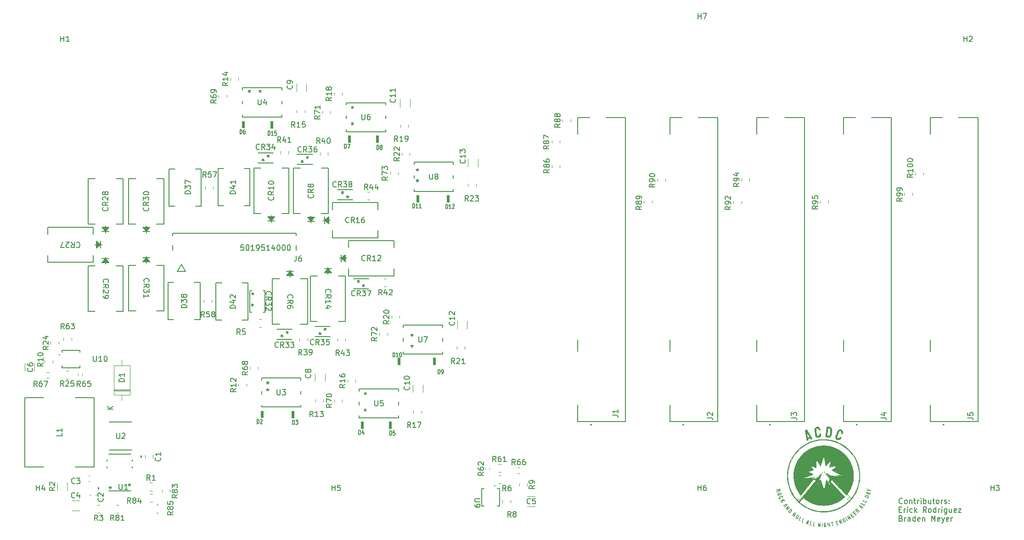
<source format=gto>
%TF.GenerationSoftware,KiCad,Pcbnew,8.0.1*%
%TF.CreationDate,2024-04-16T18:19:40-05:00*%
%TF.ProjectId,Backplane,4261636b-706c-4616-9e65-2e6b69636164,rev?*%
%TF.SameCoordinates,Original*%
%TF.FileFunction,Legend,Top*%
%TF.FilePolarity,Positive*%
%FSLAX46Y46*%
G04 Gerber Fmt 4.6, Leading zero omitted, Abs format (unit mm)*
G04 Created by KiCad (PCBNEW 8.0.1) date 2024-04-16 18:19:40*
%MOMM*%
%LPD*%
G01*
G04 APERTURE LIST*
%ADD10C,0.150000*%
%ADD11C,0.120000*%
%ADD12C,0.152400*%
%ADD13C,0.127000*%
%ADD14C,0.010000*%
%ADD15C,0.200000*%
%ADD16C,0.000000*%
G04 APERTURE END LIST*
D10*
X315908207Y-133054692D02*
X315860588Y-133102312D01*
X315860588Y-133102312D02*
X315717731Y-133149931D01*
X315717731Y-133149931D02*
X315622493Y-133149931D01*
X315622493Y-133149931D02*
X315479636Y-133102312D01*
X315479636Y-133102312D02*
X315384398Y-133007073D01*
X315384398Y-133007073D02*
X315336779Y-132911835D01*
X315336779Y-132911835D02*
X315289160Y-132721359D01*
X315289160Y-132721359D02*
X315289160Y-132578502D01*
X315289160Y-132578502D02*
X315336779Y-132388026D01*
X315336779Y-132388026D02*
X315384398Y-132292788D01*
X315384398Y-132292788D02*
X315479636Y-132197550D01*
X315479636Y-132197550D02*
X315622493Y-132149931D01*
X315622493Y-132149931D02*
X315717731Y-132149931D01*
X315717731Y-132149931D02*
X315860588Y-132197550D01*
X315860588Y-132197550D02*
X315908207Y-132245169D01*
X316479636Y-133149931D02*
X316384398Y-133102312D01*
X316384398Y-133102312D02*
X316336779Y-133054692D01*
X316336779Y-133054692D02*
X316289160Y-132959454D01*
X316289160Y-132959454D02*
X316289160Y-132673740D01*
X316289160Y-132673740D02*
X316336779Y-132578502D01*
X316336779Y-132578502D02*
X316384398Y-132530883D01*
X316384398Y-132530883D02*
X316479636Y-132483264D01*
X316479636Y-132483264D02*
X316622493Y-132483264D01*
X316622493Y-132483264D02*
X316717731Y-132530883D01*
X316717731Y-132530883D02*
X316765350Y-132578502D01*
X316765350Y-132578502D02*
X316812969Y-132673740D01*
X316812969Y-132673740D02*
X316812969Y-132959454D01*
X316812969Y-132959454D02*
X316765350Y-133054692D01*
X316765350Y-133054692D02*
X316717731Y-133102312D01*
X316717731Y-133102312D02*
X316622493Y-133149931D01*
X316622493Y-133149931D02*
X316479636Y-133149931D01*
X317241541Y-132483264D02*
X317241541Y-133149931D01*
X317241541Y-132578502D02*
X317289160Y-132530883D01*
X317289160Y-132530883D02*
X317384398Y-132483264D01*
X317384398Y-132483264D02*
X317527255Y-132483264D01*
X317527255Y-132483264D02*
X317622493Y-132530883D01*
X317622493Y-132530883D02*
X317670112Y-132626121D01*
X317670112Y-132626121D02*
X317670112Y-133149931D01*
X318003446Y-132483264D02*
X318384398Y-132483264D01*
X318146303Y-132149931D02*
X318146303Y-133007073D01*
X318146303Y-133007073D02*
X318193922Y-133102312D01*
X318193922Y-133102312D02*
X318289160Y-133149931D01*
X318289160Y-133149931D02*
X318384398Y-133149931D01*
X318717732Y-133149931D02*
X318717732Y-132483264D01*
X318717732Y-132673740D02*
X318765351Y-132578502D01*
X318765351Y-132578502D02*
X318812970Y-132530883D01*
X318812970Y-132530883D02*
X318908208Y-132483264D01*
X318908208Y-132483264D02*
X319003446Y-132483264D01*
X319336780Y-133149931D02*
X319336780Y-132483264D01*
X319336780Y-132149931D02*
X319289161Y-132197550D01*
X319289161Y-132197550D02*
X319336780Y-132245169D01*
X319336780Y-132245169D02*
X319384399Y-132197550D01*
X319384399Y-132197550D02*
X319336780Y-132149931D01*
X319336780Y-132149931D02*
X319336780Y-132245169D01*
X319812970Y-133149931D02*
X319812970Y-132149931D01*
X319812970Y-132530883D02*
X319908208Y-132483264D01*
X319908208Y-132483264D02*
X320098684Y-132483264D01*
X320098684Y-132483264D02*
X320193922Y-132530883D01*
X320193922Y-132530883D02*
X320241541Y-132578502D01*
X320241541Y-132578502D02*
X320289160Y-132673740D01*
X320289160Y-132673740D02*
X320289160Y-132959454D01*
X320289160Y-132959454D02*
X320241541Y-133054692D01*
X320241541Y-133054692D02*
X320193922Y-133102312D01*
X320193922Y-133102312D02*
X320098684Y-133149931D01*
X320098684Y-133149931D02*
X319908208Y-133149931D01*
X319908208Y-133149931D02*
X319812970Y-133102312D01*
X321146303Y-132483264D02*
X321146303Y-133149931D01*
X320717732Y-132483264D02*
X320717732Y-133007073D01*
X320717732Y-133007073D02*
X320765351Y-133102312D01*
X320765351Y-133102312D02*
X320860589Y-133149931D01*
X320860589Y-133149931D02*
X321003446Y-133149931D01*
X321003446Y-133149931D02*
X321098684Y-133102312D01*
X321098684Y-133102312D02*
X321146303Y-133054692D01*
X321479637Y-132483264D02*
X321860589Y-132483264D01*
X321622494Y-132149931D02*
X321622494Y-133007073D01*
X321622494Y-133007073D02*
X321670113Y-133102312D01*
X321670113Y-133102312D02*
X321765351Y-133149931D01*
X321765351Y-133149931D02*
X321860589Y-133149931D01*
X322336780Y-133149931D02*
X322241542Y-133102312D01*
X322241542Y-133102312D02*
X322193923Y-133054692D01*
X322193923Y-133054692D02*
X322146304Y-132959454D01*
X322146304Y-132959454D02*
X322146304Y-132673740D01*
X322146304Y-132673740D02*
X322193923Y-132578502D01*
X322193923Y-132578502D02*
X322241542Y-132530883D01*
X322241542Y-132530883D02*
X322336780Y-132483264D01*
X322336780Y-132483264D02*
X322479637Y-132483264D01*
X322479637Y-132483264D02*
X322574875Y-132530883D01*
X322574875Y-132530883D02*
X322622494Y-132578502D01*
X322622494Y-132578502D02*
X322670113Y-132673740D01*
X322670113Y-132673740D02*
X322670113Y-132959454D01*
X322670113Y-132959454D02*
X322622494Y-133054692D01*
X322622494Y-133054692D02*
X322574875Y-133102312D01*
X322574875Y-133102312D02*
X322479637Y-133149931D01*
X322479637Y-133149931D02*
X322336780Y-133149931D01*
X323098685Y-133149931D02*
X323098685Y-132483264D01*
X323098685Y-132673740D02*
X323146304Y-132578502D01*
X323146304Y-132578502D02*
X323193923Y-132530883D01*
X323193923Y-132530883D02*
X323289161Y-132483264D01*
X323289161Y-132483264D02*
X323384399Y-132483264D01*
X323670114Y-133102312D02*
X323765352Y-133149931D01*
X323765352Y-133149931D02*
X323955828Y-133149931D01*
X323955828Y-133149931D02*
X324051066Y-133102312D01*
X324051066Y-133102312D02*
X324098685Y-133007073D01*
X324098685Y-133007073D02*
X324098685Y-132959454D01*
X324098685Y-132959454D02*
X324051066Y-132864216D01*
X324051066Y-132864216D02*
X323955828Y-132816597D01*
X323955828Y-132816597D02*
X323812971Y-132816597D01*
X323812971Y-132816597D02*
X323717733Y-132768978D01*
X323717733Y-132768978D02*
X323670114Y-132673740D01*
X323670114Y-132673740D02*
X323670114Y-132626121D01*
X323670114Y-132626121D02*
X323717733Y-132530883D01*
X323717733Y-132530883D02*
X323812971Y-132483264D01*
X323812971Y-132483264D02*
X323955828Y-132483264D01*
X323955828Y-132483264D02*
X324051066Y-132530883D01*
X324527257Y-133054692D02*
X324574876Y-133102312D01*
X324574876Y-133102312D02*
X324527257Y-133149931D01*
X324527257Y-133149931D02*
X324479638Y-133102312D01*
X324479638Y-133102312D02*
X324527257Y-133054692D01*
X324527257Y-133054692D02*
X324527257Y-133149931D01*
X324527257Y-132530883D02*
X324574876Y-132578502D01*
X324574876Y-132578502D02*
X324527257Y-132626121D01*
X324527257Y-132626121D02*
X324479638Y-132578502D01*
X324479638Y-132578502D02*
X324527257Y-132530883D01*
X324527257Y-132530883D02*
X324527257Y-132626121D01*
X315336779Y-134236065D02*
X315670112Y-134236065D01*
X315812969Y-134759875D02*
X315336779Y-134759875D01*
X315336779Y-134759875D02*
X315336779Y-133759875D01*
X315336779Y-133759875D02*
X315812969Y-133759875D01*
X316241541Y-134759875D02*
X316241541Y-134093208D01*
X316241541Y-134283684D02*
X316289160Y-134188446D01*
X316289160Y-134188446D02*
X316336779Y-134140827D01*
X316336779Y-134140827D02*
X316432017Y-134093208D01*
X316432017Y-134093208D02*
X316527255Y-134093208D01*
X316860589Y-134759875D02*
X316860589Y-134093208D01*
X316860589Y-133759875D02*
X316812970Y-133807494D01*
X316812970Y-133807494D02*
X316860589Y-133855113D01*
X316860589Y-133855113D02*
X316908208Y-133807494D01*
X316908208Y-133807494D02*
X316860589Y-133759875D01*
X316860589Y-133759875D02*
X316860589Y-133855113D01*
X317765350Y-134712256D02*
X317670112Y-134759875D01*
X317670112Y-134759875D02*
X317479636Y-134759875D01*
X317479636Y-134759875D02*
X317384398Y-134712256D01*
X317384398Y-134712256D02*
X317336779Y-134664636D01*
X317336779Y-134664636D02*
X317289160Y-134569398D01*
X317289160Y-134569398D02*
X317289160Y-134283684D01*
X317289160Y-134283684D02*
X317336779Y-134188446D01*
X317336779Y-134188446D02*
X317384398Y-134140827D01*
X317384398Y-134140827D02*
X317479636Y-134093208D01*
X317479636Y-134093208D02*
X317670112Y-134093208D01*
X317670112Y-134093208D02*
X317765350Y-134140827D01*
X318193922Y-134759875D02*
X318193922Y-133759875D01*
X318289160Y-134378922D02*
X318574874Y-134759875D01*
X318574874Y-134093208D02*
X318193922Y-134474160D01*
X320336779Y-134759875D02*
X320003446Y-134283684D01*
X319765351Y-134759875D02*
X319765351Y-133759875D01*
X319765351Y-133759875D02*
X320146303Y-133759875D01*
X320146303Y-133759875D02*
X320241541Y-133807494D01*
X320241541Y-133807494D02*
X320289160Y-133855113D01*
X320289160Y-133855113D02*
X320336779Y-133950351D01*
X320336779Y-133950351D02*
X320336779Y-134093208D01*
X320336779Y-134093208D02*
X320289160Y-134188446D01*
X320289160Y-134188446D02*
X320241541Y-134236065D01*
X320241541Y-134236065D02*
X320146303Y-134283684D01*
X320146303Y-134283684D02*
X319765351Y-134283684D01*
X320908208Y-134759875D02*
X320812970Y-134712256D01*
X320812970Y-134712256D02*
X320765351Y-134664636D01*
X320765351Y-134664636D02*
X320717732Y-134569398D01*
X320717732Y-134569398D02*
X320717732Y-134283684D01*
X320717732Y-134283684D02*
X320765351Y-134188446D01*
X320765351Y-134188446D02*
X320812970Y-134140827D01*
X320812970Y-134140827D02*
X320908208Y-134093208D01*
X320908208Y-134093208D02*
X321051065Y-134093208D01*
X321051065Y-134093208D02*
X321146303Y-134140827D01*
X321146303Y-134140827D02*
X321193922Y-134188446D01*
X321193922Y-134188446D02*
X321241541Y-134283684D01*
X321241541Y-134283684D02*
X321241541Y-134569398D01*
X321241541Y-134569398D02*
X321193922Y-134664636D01*
X321193922Y-134664636D02*
X321146303Y-134712256D01*
X321146303Y-134712256D02*
X321051065Y-134759875D01*
X321051065Y-134759875D02*
X320908208Y-134759875D01*
X322098684Y-134759875D02*
X322098684Y-133759875D01*
X322098684Y-134712256D02*
X322003446Y-134759875D01*
X322003446Y-134759875D02*
X321812970Y-134759875D01*
X321812970Y-134759875D02*
X321717732Y-134712256D01*
X321717732Y-134712256D02*
X321670113Y-134664636D01*
X321670113Y-134664636D02*
X321622494Y-134569398D01*
X321622494Y-134569398D02*
X321622494Y-134283684D01*
X321622494Y-134283684D02*
X321670113Y-134188446D01*
X321670113Y-134188446D02*
X321717732Y-134140827D01*
X321717732Y-134140827D02*
X321812970Y-134093208D01*
X321812970Y-134093208D02*
X322003446Y-134093208D01*
X322003446Y-134093208D02*
X322098684Y-134140827D01*
X322574875Y-134759875D02*
X322574875Y-134093208D01*
X322574875Y-134283684D02*
X322622494Y-134188446D01*
X322622494Y-134188446D02*
X322670113Y-134140827D01*
X322670113Y-134140827D02*
X322765351Y-134093208D01*
X322765351Y-134093208D02*
X322860589Y-134093208D01*
X323193923Y-134759875D02*
X323193923Y-134093208D01*
X323193923Y-133759875D02*
X323146304Y-133807494D01*
X323146304Y-133807494D02*
X323193923Y-133855113D01*
X323193923Y-133855113D02*
X323241542Y-133807494D01*
X323241542Y-133807494D02*
X323193923Y-133759875D01*
X323193923Y-133759875D02*
X323193923Y-133855113D01*
X324098684Y-134093208D02*
X324098684Y-134902732D01*
X324098684Y-134902732D02*
X324051065Y-134997970D01*
X324051065Y-134997970D02*
X324003446Y-135045589D01*
X324003446Y-135045589D02*
X323908208Y-135093208D01*
X323908208Y-135093208D02*
X323765351Y-135093208D01*
X323765351Y-135093208D02*
X323670113Y-135045589D01*
X324098684Y-134712256D02*
X324003446Y-134759875D01*
X324003446Y-134759875D02*
X323812970Y-134759875D01*
X323812970Y-134759875D02*
X323717732Y-134712256D01*
X323717732Y-134712256D02*
X323670113Y-134664636D01*
X323670113Y-134664636D02*
X323622494Y-134569398D01*
X323622494Y-134569398D02*
X323622494Y-134283684D01*
X323622494Y-134283684D02*
X323670113Y-134188446D01*
X323670113Y-134188446D02*
X323717732Y-134140827D01*
X323717732Y-134140827D02*
X323812970Y-134093208D01*
X323812970Y-134093208D02*
X324003446Y-134093208D01*
X324003446Y-134093208D02*
X324098684Y-134140827D01*
X325003446Y-134093208D02*
X325003446Y-134759875D01*
X324574875Y-134093208D02*
X324574875Y-134617017D01*
X324574875Y-134617017D02*
X324622494Y-134712256D01*
X324622494Y-134712256D02*
X324717732Y-134759875D01*
X324717732Y-134759875D02*
X324860589Y-134759875D01*
X324860589Y-134759875D02*
X324955827Y-134712256D01*
X324955827Y-134712256D02*
X325003446Y-134664636D01*
X325860589Y-134712256D02*
X325765351Y-134759875D01*
X325765351Y-134759875D02*
X325574875Y-134759875D01*
X325574875Y-134759875D02*
X325479637Y-134712256D01*
X325479637Y-134712256D02*
X325432018Y-134617017D01*
X325432018Y-134617017D02*
X325432018Y-134236065D01*
X325432018Y-134236065D02*
X325479637Y-134140827D01*
X325479637Y-134140827D02*
X325574875Y-134093208D01*
X325574875Y-134093208D02*
X325765351Y-134093208D01*
X325765351Y-134093208D02*
X325860589Y-134140827D01*
X325860589Y-134140827D02*
X325908208Y-134236065D01*
X325908208Y-134236065D02*
X325908208Y-134331303D01*
X325908208Y-134331303D02*
X325432018Y-134426541D01*
X326241542Y-134093208D02*
X326765351Y-134093208D01*
X326765351Y-134093208D02*
X326241542Y-134759875D01*
X326241542Y-134759875D02*
X326765351Y-134759875D01*
X315670112Y-135846009D02*
X315812969Y-135893628D01*
X315812969Y-135893628D02*
X315860588Y-135941247D01*
X315860588Y-135941247D02*
X315908207Y-136036485D01*
X315908207Y-136036485D02*
X315908207Y-136179342D01*
X315908207Y-136179342D02*
X315860588Y-136274580D01*
X315860588Y-136274580D02*
X315812969Y-136322200D01*
X315812969Y-136322200D02*
X315717731Y-136369819D01*
X315717731Y-136369819D02*
X315336779Y-136369819D01*
X315336779Y-136369819D02*
X315336779Y-135369819D01*
X315336779Y-135369819D02*
X315670112Y-135369819D01*
X315670112Y-135369819D02*
X315765350Y-135417438D01*
X315765350Y-135417438D02*
X315812969Y-135465057D01*
X315812969Y-135465057D02*
X315860588Y-135560295D01*
X315860588Y-135560295D02*
X315860588Y-135655533D01*
X315860588Y-135655533D02*
X315812969Y-135750771D01*
X315812969Y-135750771D02*
X315765350Y-135798390D01*
X315765350Y-135798390D02*
X315670112Y-135846009D01*
X315670112Y-135846009D02*
X315336779Y-135846009D01*
X316336779Y-136369819D02*
X316336779Y-135703152D01*
X316336779Y-135893628D02*
X316384398Y-135798390D01*
X316384398Y-135798390D02*
X316432017Y-135750771D01*
X316432017Y-135750771D02*
X316527255Y-135703152D01*
X316527255Y-135703152D02*
X316622493Y-135703152D01*
X317384398Y-136369819D02*
X317384398Y-135846009D01*
X317384398Y-135846009D02*
X317336779Y-135750771D01*
X317336779Y-135750771D02*
X317241541Y-135703152D01*
X317241541Y-135703152D02*
X317051065Y-135703152D01*
X317051065Y-135703152D02*
X316955827Y-135750771D01*
X317384398Y-136322200D02*
X317289160Y-136369819D01*
X317289160Y-136369819D02*
X317051065Y-136369819D01*
X317051065Y-136369819D02*
X316955827Y-136322200D01*
X316955827Y-136322200D02*
X316908208Y-136226961D01*
X316908208Y-136226961D02*
X316908208Y-136131723D01*
X316908208Y-136131723D02*
X316955827Y-136036485D01*
X316955827Y-136036485D02*
X317051065Y-135988866D01*
X317051065Y-135988866D02*
X317289160Y-135988866D01*
X317289160Y-135988866D02*
X317384398Y-135941247D01*
X318289160Y-136369819D02*
X318289160Y-135369819D01*
X318289160Y-136322200D02*
X318193922Y-136369819D01*
X318193922Y-136369819D02*
X318003446Y-136369819D01*
X318003446Y-136369819D02*
X317908208Y-136322200D01*
X317908208Y-136322200D02*
X317860589Y-136274580D01*
X317860589Y-136274580D02*
X317812970Y-136179342D01*
X317812970Y-136179342D02*
X317812970Y-135893628D01*
X317812970Y-135893628D02*
X317860589Y-135798390D01*
X317860589Y-135798390D02*
X317908208Y-135750771D01*
X317908208Y-135750771D02*
X318003446Y-135703152D01*
X318003446Y-135703152D02*
X318193922Y-135703152D01*
X318193922Y-135703152D02*
X318289160Y-135750771D01*
X319146303Y-136322200D02*
X319051065Y-136369819D01*
X319051065Y-136369819D02*
X318860589Y-136369819D01*
X318860589Y-136369819D02*
X318765351Y-136322200D01*
X318765351Y-136322200D02*
X318717732Y-136226961D01*
X318717732Y-136226961D02*
X318717732Y-135846009D01*
X318717732Y-135846009D02*
X318765351Y-135750771D01*
X318765351Y-135750771D02*
X318860589Y-135703152D01*
X318860589Y-135703152D02*
X319051065Y-135703152D01*
X319051065Y-135703152D02*
X319146303Y-135750771D01*
X319146303Y-135750771D02*
X319193922Y-135846009D01*
X319193922Y-135846009D02*
X319193922Y-135941247D01*
X319193922Y-135941247D02*
X318717732Y-136036485D01*
X319622494Y-135703152D02*
X319622494Y-136369819D01*
X319622494Y-135798390D02*
X319670113Y-135750771D01*
X319670113Y-135750771D02*
X319765351Y-135703152D01*
X319765351Y-135703152D02*
X319908208Y-135703152D01*
X319908208Y-135703152D02*
X320003446Y-135750771D01*
X320003446Y-135750771D02*
X320051065Y-135846009D01*
X320051065Y-135846009D02*
X320051065Y-136369819D01*
X321289161Y-136369819D02*
X321289161Y-135369819D01*
X321289161Y-135369819D02*
X321622494Y-136084104D01*
X321622494Y-136084104D02*
X321955827Y-135369819D01*
X321955827Y-135369819D02*
X321955827Y-136369819D01*
X322812970Y-136322200D02*
X322717732Y-136369819D01*
X322717732Y-136369819D02*
X322527256Y-136369819D01*
X322527256Y-136369819D02*
X322432018Y-136322200D01*
X322432018Y-136322200D02*
X322384399Y-136226961D01*
X322384399Y-136226961D02*
X322384399Y-135846009D01*
X322384399Y-135846009D02*
X322432018Y-135750771D01*
X322432018Y-135750771D02*
X322527256Y-135703152D01*
X322527256Y-135703152D02*
X322717732Y-135703152D01*
X322717732Y-135703152D02*
X322812970Y-135750771D01*
X322812970Y-135750771D02*
X322860589Y-135846009D01*
X322860589Y-135846009D02*
X322860589Y-135941247D01*
X322860589Y-135941247D02*
X322384399Y-136036485D01*
X323193923Y-135703152D02*
X323432018Y-136369819D01*
X323670113Y-135703152D02*
X323432018Y-136369819D01*
X323432018Y-136369819D02*
X323336780Y-136607914D01*
X323336780Y-136607914D02*
X323289161Y-136655533D01*
X323289161Y-136655533D02*
X323193923Y-136703152D01*
X324432018Y-136322200D02*
X324336780Y-136369819D01*
X324336780Y-136369819D02*
X324146304Y-136369819D01*
X324146304Y-136369819D02*
X324051066Y-136322200D01*
X324051066Y-136322200D02*
X324003447Y-136226961D01*
X324003447Y-136226961D02*
X324003447Y-135846009D01*
X324003447Y-135846009D02*
X324051066Y-135750771D01*
X324051066Y-135750771D02*
X324146304Y-135703152D01*
X324146304Y-135703152D02*
X324336780Y-135703152D01*
X324336780Y-135703152D02*
X324432018Y-135750771D01*
X324432018Y-135750771D02*
X324479637Y-135846009D01*
X324479637Y-135846009D02*
X324479637Y-135941247D01*
X324479637Y-135941247D02*
X324003447Y-136036485D01*
X324908209Y-136369819D02*
X324908209Y-135703152D01*
X324908209Y-135893628D02*
X324955828Y-135798390D01*
X324955828Y-135798390D02*
X325003447Y-135750771D01*
X325003447Y-135750771D02*
X325098685Y-135703152D01*
X325098685Y-135703152D02*
X325193923Y-135703152D01*
X201286265Y-66516673D02*
X200952932Y-66040482D01*
X200714837Y-66516673D02*
X200714837Y-65516673D01*
X200714837Y-65516673D02*
X201095789Y-65516673D01*
X201095789Y-65516673D02*
X201191027Y-65564292D01*
X201191027Y-65564292D02*
X201238646Y-65611911D01*
X201238646Y-65611911D02*
X201286265Y-65707149D01*
X201286265Y-65707149D02*
X201286265Y-65850006D01*
X201286265Y-65850006D02*
X201238646Y-65945244D01*
X201238646Y-65945244D02*
X201191027Y-65992863D01*
X201191027Y-65992863D02*
X201095789Y-66040482D01*
X201095789Y-66040482D02*
X200714837Y-66040482D01*
X202143408Y-65850006D02*
X202143408Y-66516673D01*
X201905313Y-65469054D02*
X201667218Y-66183339D01*
X201667218Y-66183339D02*
X202286265Y-66183339D01*
X203191027Y-66516673D02*
X202619599Y-66516673D01*
X202905313Y-66516673D02*
X202905313Y-65516673D01*
X202905313Y-65516673D02*
X202810075Y-65659530D01*
X202810075Y-65659530D02*
X202714837Y-65754768D01*
X202714837Y-65754768D02*
X202619599Y-65802387D01*
X208516154Y-61651186D02*
X208039963Y-61984519D01*
X208516154Y-62222614D02*
X207516154Y-62222614D01*
X207516154Y-62222614D02*
X207516154Y-61841662D01*
X207516154Y-61841662D02*
X207563773Y-61746424D01*
X207563773Y-61746424D02*
X207611392Y-61698805D01*
X207611392Y-61698805D02*
X207706630Y-61651186D01*
X207706630Y-61651186D02*
X207849487Y-61651186D01*
X207849487Y-61651186D02*
X207944725Y-61698805D01*
X207944725Y-61698805D02*
X207992344Y-61746424D01*
X207992344Y-61746424D02*
X208039963Y-61841662D01*
X208039963Y-61841662D02*
X208039963Y-62222614D01*
X207516154Y-61317852D02*
X207516154Y-60651186D01*
X207516154Y-60651186D02*
X208516154Y-61079757D01*
X208516154Y-59746424D02*
X208516154Y-60317852D01*
X208516154Y-60032138D02*
X207516154Y-60032138D01*
X207516154Y-60032138D02*
X207659011Y-60127376D01*
X207659011Y-60127376D02*
X207754249Y-60222614D01*
X207754249Y-60222614D02*
X207801868Y-60317852D01*
X216238096Y-61354818D02*
X216238096Y-62164341D01*
X216238096Y-62164341D02*
X216285715Y-62259579D01*
X216285715Y-62259579D02*
X216333334Y-62307199D01*
X216333334Y-62307199D02*
X216428572Y-62354818D01*
X216428572Y-62354818D02*
X216619048Y-62354818D01*
X216619048Y-62354818D02*
X216714286Y-62307199D01*
X216714286Y-62307199D02*
X216761905Y-62259579D01*
X216761905Y-62259579D02*
X216809524Y-62164341D01*
X216809524Y-62164341D02*
X216809524Y-61354818D01*
X217714286Y-61354818D02*
X217523810Y-61354818D01*
X217523810Y-61354818D02*
X217428572Y-61402437D01*
X217428572Y-61402437D02*
X217380953Y-61450056D01*
X217380953Y-61450056D02*
X217285715Y-61592913D01*
X217285715Y-61592913D02*
X217238096Y-61783389D01*
X217238096Y-61783389D02*
X217238096Y-62164341D01*
X217238096Y-62164341D02*
X217285715Y-62259579D01*
X217285715Y-62259579D02*
X217333334Y-62307199D01*
X217333334Y-62307199D02*
X217428572Y-62354818D01*
X217428572Y-62354818D02*
X217619048Y-62354818D01*
X217619048Y-62354818D02*
X217714286Y-62307199D01*
X217714286Y-62307199D02*
X217761905Y-62259579D01*
X217761905Y-62259579D02*
X217809524Y-62164341D01*
X217809524Y-62164341D02*
X217809524Y-61926246D01*
X217809524Y-61926246D02*
X217761905Y-61831008D01*
X217761905Y-61831008D02*
X217714286Y-61783389D01*
X217714286Y-61783389D02*
X217619048Y-61735770D01*
X217619048Y-61735770D02*
X217428572Y-61735770D01*
X217428572Y-61735770D02*
X217333334Y-61783389D01*
X217333334Y-61783389D02*
X217285715Y-61831008D01*
X217285715Y-61831008D02*
X217238096Y-61926246D01*
X214500001Y-59854818D02*
X214500001Y-60092913D01*
X214261906Y-59997675D02*
X214500001Y-60092913D01*
X214500001Y-60092913D02*
X214738096Y-59997675D01*
X214357144Y-60283389D02*
X214500001Y-60092913D01*
X214500001Y-60092913D02*
X214642858Y-60283389D01*
X214500001Y-62854818D02*
X214500001Y-63092913D01*
X214261906Y-62997675D02*
X214500001Y-63092913D01*
X214500001Y-63092913D02*
X214738096Y-62997675D01*
X214357144Y-63283389D02*
X214500001Y-63092913D01*
X214500001Y-63092913D02*
X214642858Y-63283389D01*
X224929513Y-111553975D02*
X224977133Y-111601594D01*
X224977133Y-111601594D02*
X225024752Y-111744451D01*
X225024752Y-111744451D02*
X225024752Y-111839689D01*
X225024752Y-111839689D02*
X224977133Y-111982546D01*
X224977133Y-111982546D02*
X224881894Y-112077784D01*
X224881894Y-112077784D02*
X224786656Y-112125403D01*
X224786656Y-112125403D02*
X224596180Y-112173022D01*
X224596180Y-112173022D02*
X224453323Y-112173022D01*
X224453323Y-112173022D02*
X224262847Y-112125403D01*
X224262847Y-112125403D02*
X224167609Y-112077784D01*
X224167609Y-112077784D02*
X224072371Y-111982546D01*
X224072371Y-111982546D02*
X224024752Y-111839689D01*
X224024752Y-111839689D02*
X224024752Y-111744451D01*
X224024752Y-111744451D02*
X224072371Y-111601594D01*
X224072371Y-111601594D02*
X224119990Y-111553975D01*
X225024752Y-110601594D02*
X225024752Y-111173022D01*
X225024752Y-110887308D02*
X224024752Y-110887308D01*
X224024752Y-110887308D02*
X224167609Y-110982546D01*
X224167609Y-110982546D02*
X224262847Y-111077784D01*
X224262847Y-111077784D02*
X224310466Y-111173022D01*
X224024752Y-109982546D02*
X224024752Y-109887308D01*
X224024752Y-109887308D02*
X224072371Y-109792070D01*
X224072371Y-109792070D02*
X224119990Y-109744451D01*
X224119990Y-109744451D02*
X224215228Y-109696832D01*
X224215228Y-109696832D02*
X224405704Y-109649213D01*
X224405704Y-109649213D02*
X224643799Y-109649213D01*
X224643799Y-109649213D02*
X224834275Y-109696832D01*
X224834275Y-109696832D02*
X224929513Y-109744451D01*
X224929513Y-109744451D02*
X224977133Y-109792070D01*
X224977133Y-109792070D02*
X225024752Y-109887308D01*
X225024752Y-109887308D02*
X225024752Y-109982546D01*
X225024752Y-109982546D02*
X224977133Y-110077784D01*
X224977133Y-110077784D02*
X224929513Y-110125403D01*
X224929513Y-110125403D02*
X224834275Y-110173022D01*
X224834275Y-110173022D02*
X224643799Y-110220641D01*
X224643799Y-110220641D02*
X224405704Y-110220641D01*
X224405704Y-110220641D02*
X224215228Y-110173022D01*
X224215228Y-110173022D02*
X224119990Y-110125403D01*
X224119990Y-110125403D02*
X224072371Y-110077784D01*
X224072371Y-110077784D02*
X224024752Y-109982546D01*
X159634819Y-130166666D02*
X159158628Y-130499999D01*
X159634819Y-130738094D02*
X158634819Y-130738094D01*
X158634819Y-130738094D02*
X158634819Y-130357142D01*
X158634819Y-130357142D02*
X158682438Y-130261904D01*
X158682438Y-130261904D02*
X158730057Y-130214285D01*
X158730057Y-130214285D02*
X158825295Y-130166666D01*
X158825295Y-130166666D02*
X158968152Y-130166666D01*
X158968152Y-130166666D02*
X159063390Y-130214285D01*
X159063390Y-130214285D02*
X159111009Y-130261904D01*
X159111009Y-130261904D02*
X159158628Y-130357142D01*
X159158628Y-130357142D02*
X159158628Y-130738094D01*
X158730057Y-129785713D02*
X158682438Y-129738094D01*
X158682438Y-129738094D02*
X158634819Y-129642856D01*
X158634819Y-129642856D02*
X158634819Y-129404761D01*
X158634819Y-129404761D02*
X158682438Y-129309523D01*
X158682438Y-129309523D02*
X158730057Y-129261904D01*
X158730057Y-129261904D02*
X158825295Y-129214285D01*
X158825295Y-129214285D02*
X158920533Y-129214285D01*
X158920533Y-129214285D02*
X159063390Y-129261904D01*
X159063390Y-129261904D02*
X159634819Y-129833332D01*
X159634819Y-129833332D02*
X159634819Y-129214285D01*
X315888332Y-76814178D02*
X315412141Y-77147511D01*
X315888332Y-77385606D02*
X314888332Y-77385606D01*
X314888332Y-77385606D02*
X314888332Y-77004654D01*
X314888332Y-77004654D02*
X314935951Y-76909416D01*
X314935951Y-76909416D02*
X314983570Y-76861797D01*
X314983570Y-76861797D02*
X315078808Y-76814178D01*
X315078808Y-76814178D02*
X315221665Y-76814178D01*
X315221665Y-76814178D02*
X315316903Y-76861797D01*
X315316903Y-76861797D02*
X315364522Y-76909416D01*
X315364522Y-76909416D02*
X315412141Y-77004654D01*
X315412141Y-77004654D02*
X315412141Y-77385606D01*
X315888332Y-76337987D02*
X315888332Y-76147511D01*
X315888332Y-76147511D02*
X315840713Y-76052273D01*
X315840713Y-76052273D02*
X315793093Y-76004654D01*
X315793093Y-76004654D02*
X315650236Y-75909416D01*
X315650236Y-75909416D02*
X315459760Y-75861797D01*
X315459760Y-75861797D02*
X315078808Y-75861797D01*
X315078808Y-75861797D02*
X314983570Y-75909416D01*
X314983570Y-75909416D02*
X314935951Y-75957035D01*
X314935951Y-75957035D02*
X314888332Y-76052273D01*
X314888332Y-76052273D02*
X314888332Y-76242749D01*
X314888332Y-76242749D02*
X314935951Y-76337987D01*
X314935951Y-76337987D02*
X314983570Y-76385606D01*
X314983570Y-76385606D02*
X315078808Y-76433225D01*
X315078808Y-76433225D02*
X315316903Y-76433225D01*
X315316903Y-76433225D02*
X315412141Y-76385606D01*
X315412141Y-76385606D02*
X315459760Y-76337987D01*
X315459760Y-76337987D02*
X315507379Y-76242749D01*
X315507379Y-76242749D02*
X315507379Y-76052273D01*
X315507379Y-76052273D02*
X315459760Y-75957035D01*
X315459760Y-75957035D02*
X315412141Y-75909416D01*
X315412141Y-75909416D02*
X315316903Y-75861797D01*
X315888332Y-75385606D02*
X315888332Y-75195130D01*
X315888332Y-75195130D02*
X315840713Y-75099892D01*
X315840713Y-75099892D02*
X315793093Y-75052273D01*
X315793093Y-75052273D02*
X315650236Y-74957035D01*
X315650236Y-74957035D02*
X315459760Y-74909416D01*
X315459760Y-74909416D02*
X315078808Y-74909416D01*
X315078808Y-74909416D02*
X314983570Y-74957035D01*
X314983570Y-74957035D02*
X314935951Y-75004654D01*
X314935951Y-75004654D02*
X314888332Y-75099892D01*
X314888332Y-75099892D02*
X314888332Y-75290368D01*
X314888332Y-75290368D02*
X314935951Y-75385606D01*
X314935951Y-75385606D02*
X314983570Y-75433225D01*
X314983570Y-75433225D02*
X315078808Y-75480844D01*
X315078808Y-75480844D02*
X315316903Y-75480844D01*
X315316903Y-75480844D02*
X315412141Y-75433225D01*
X315412141Y-75433225D02*
X315459760Y-75385606D01*
X315459760Y-75385606D02*
X315507379Y-75290368D01*
X315507379Y-75290368D02*
X315507379Y-75099892D01*
X315507379Y-75099892D02*
X315459760Y-75004654D01*
X315459760Y-75004654D02*
X315412141Y-74957035D01*
X315412141Y-74957035D02*
X315316903Y-74909416D01*
X183954820Y-97026784D02*
X182954820Y-97026784D01*
X182954820Y-97026784D02*
X182954820Y-96788689D01*
X182954820Y-96788689D02*
X183002439Y-96645832D01*
X183002439Y-96645832D02*
X183097677Y-96550594D01*
X183097677Y-96550594D02*
X183192915Y-96502975D01*
X183192915Y-96502975D02*
X183383391Y-96455356D01*
X183383391Y-96455356D02*
X183526248Y-96455356D01*
X183526248Y-96455356D02*
X183716724Y-96502975D01*
X183716724Y-96502975D02*
X183811962Y-96550594D01*
X183811962Y-96550594D02*
X183907201Y-96645832D01*
X183907201Y-96645832D02*
X183954820Y-96788689D01*
X183954820Y-96788689D02*
X183954820Y-97026784D01*
X182954820Y-96122022D02*
X182954820Y-95502975D01*
X182954820Y-95502975D02*
X183335772Y-95836308D01*
X183335772Y-95836308D02*
X183335772Y-95693451D01*
X183335772Y-95693451D02*
X183383391Y-95598213D01*
X183383391Y-95598213D02*
X183431010Y-95550594D01*
X183431010Y-95550594D02*
X183526248Y-95502975D01*
X183526248Y-95502975D02*
X183764343Y-95502975D01*
X183764343Y-95502975D02*
X183859581Y-95550594D01*
X183859581Y-95550594D02*
X183907201Y-95598213D01*
X183907201Y-95598213D02*
X183954820Y-95693451D01*
X183954820Y-95693451D02*
X183954820Y-95979165D01*
X183954820Y-95979165D02*
X183907201Y-96074403D01*
X183907201Y-96074403D02*
X183859581Y-96122022D01*
X183383391Y-94931546D02*
X183335772Y-95026784D01*
X183335772Y-95026784D02*
X183288153Y-95074403D01*
X183288153Y-95074403D02*
X183192915Y-95122022D01*
X183192915Y-95122022D02*
X183145296Y-95122022D01*
X183145296Y-95122022D02*
X183050058Y-95074403D01*
X183050058Y-95074403D02*
X183002439Y-95026784D01*
X183002439Y-95026784D02*
X182954820Y-94931546D01*
X182954820Y-94931546D02*
X182954820Y-94741070D01*
X182954820Y-94741070D02*
X183002439Y-94645832D01*
X183002439Y-94645832D02*
X183050058Y-94598213D01*
X183050058Y-94598213D02*
X183145296Y-94550594D01*
X183145296Y-94550594D02*
X183192915Y-94550594D01*
X183192915Y-94550594D02*
X183288153Y-94598213D01*
X183288153Y-94598213D02*
X183335772Y-94645832D01*
X183335772Y-94645832D02*
X183383391Y-94741070D01*
X183383391Y-94741070D02*
X183383391Y-94931546D01*
X183383391Y-94931546D02*
X183431010Y-95026784D01*
X183431010Y-95026784D02*
X183478629Y-95074403D01*
X183478629Y-95074403D02*
X183573867Y-95122022D01*
X183573867Y-95122022D02*
X183764343Y-95122022D01*
X183764343Y-95122022D02*
X183859581Y-95074403D01*
X183859581Y-95074403D02*
X183907201Y-95026784D01*
X183907201Y-95026784D02*
X183954820Y-94931546D01*
X183954820Y-94931546D02*
X183954820Y-94741070D01*
X183954820Y-94741070D02*
X183907201Y-94645832D01*
X183907201Y-94645832D02*
X183859581Y-94598213D01*
X183859581Y-94598213D02*
X183764343Y-94550594D01*
X183764343Y-94550594D02*
X183573867Y-94550594D01*
X183573867Y-94550594D02*
X183478629Y-94598213D01*
X183478629Y-94598213D02*
X183431010Y-94645832D01*
X183431010Y-94645832D02*
X183383391Y-94741070D01*
X205183025Y-105729685D02*
X204849692Y-105253494D01*
X204611597Y-105729685D02*
X204611597Y-104729685D01*
X204611597Y-104729685D02*
X204992549Y-104729685D01*
X204992549Y-104729685D02*
X205087787Y-104777304D01*
X205087787Y-104777304D02*
X205135406Y-104824923D01*
X205135406Y-104824923D02*
X205183025Y-104920161D01*
X205183025Y-104920161D02*
X205183025Y-105063018D01*
X205183025Y-105063018D02*
X205135406Y-105158256D01*
X205135406Y-105158256D02*
X205087787Y-105205875D01*
X205087787Y-105205875D02*
X204992549Y-105253494D01*
X204992549Y-105253494D02*
X204611597Y-105253494D01*
X205516359Y-104729685D02*
X206135406Y-104729685D01*
X206135406Y-104729685D02*
X205802073Y-105110637D01*
X205802073Y-105110637D02*
X205944930Y-105110637D01*
X205944930Y-105110637D02*
X206040168Y-105158256D01*
X206040168Y-105158256D02*
X206087787Y-105205875D01*
X206087787Y-105205875D02*
X206135406Y-105301113D01*
X206135406Y-105301113D02*
X206135406Y-105539208D01*
X206135406Y-105539208D02*
X206087787Y-105634446D01*
X206087787Y-105634446D02*
X206040168Y-105682066D01*
X206040168Y-105682066D02*
X205944930Y-105729685D01*
X205944930Y-105729685D02*
X205659216Y-105729685D01*
X205659216Y-105729685D02*
X205563978Y-105682066D01*
X205563978Y-105682066D02*
X205516359Y-105634446D01*
X206611597Y-105729685D02*
X206802073Y-105729685D01*
X206802073Y-105729685D02*
X206897311Y-105682066D01*
X206897311Y-105682066D02*
X206944930Y-105634446D01*
X206944930Y-105634446D02*
X207040168Y-105491589D01*
X207040168Y-105491589D02*
X207087787Y-105301113D01*
X207087787Y-105301113D02*
X207087787Y-104920161D01*
X207087787Y-104920161D02*
X207040168Y-104824923D01*
X207040168Y-104824923D02*
X206992549Y-104777304D01*
X206992549Y-104777304D02*
X206897311Y-104729685D01*
X206897311Y-104729685D02*
X206706835Y-104729685D01*
X206706835Y-104729685D02*
X206611597Y-104777304D01*
X206611597Y-104777304D02*
X206563978Y-104824923D01*
X206563978Y-104824923D02*
X206516359Y-104920161D01*
X206516359Y-104920161D02*
X206516359Y-105158256D01*
X206516359Y-105158256D02*
X206563978Y-105253494D01*
X206563978Y-105253494D02*
X206611597Y-105301113D01*
X206611597Y-105301113D02*
X206706835Y-105348732D01*
X206706835Y-105348732D02*
X206897311Y-105348732D01*
X206897311Y-105348732D02*
X206992549Y-105301113D01*
X206992549Y-105301113D02*
X207040168Y-105253494D01*
X207040168Y-105253494D02*
X207087787Y-105158256D01*
X206749481Y-109336665D02*
X206797101Y-109384284D01*
X206797101Y-109384284D02*
X206844720Y-109527141D01*
X206844720Y-109527141D02*
X206844720Y-109622379D01*
X206844720Y-109622379D02*
X206797101Y-109765236D01*
X206797101Y-109765236D02*
X206701862Y-109860474D01*
X206701862Y-109860474D02*
X206606624Y-109908093D01*
X206606624Y-109908093D02*
X206416148Y-109955712D01*
X206416148Y-109955712D02*
X206273291Y-109955712D01*
X206273291Y-109955712D02*
X206082815Y-109908093D01*
X206082815Y-109908093D02*
X205987577Y-109860474D01*
X205987577Y-109860474D02*
X205892339Y-109765236D01*
X205892339Y-109765236D02*
X205844720Y-109622379D01*
X205844720Y-109622379D02*
X205844720Y-109527141D01*
X205844720Y-109527141D02*
X205892339Y-109384284D01*
X205892339Y-109384284D02*
X205939958Y-109336665D01*
X206273291Y-108765236D02*
X206225672Y-108860474D01*
X206225672Y-108860474D02*
X206178053Y-108908093D01*
X206178053Y-108908093D02*
X206082815Y-108955712D01*
X206082815Y-108955712D02*
X206035196Y-108955712D01*
X206035196Y-108955712D02*
X205939958Y-108908093D01*
X205939958Y-108908093D02*
X205892339Y-108860474D01*
X205892339Y-108860474D02*
X205844720Y-108765236D01*
X205844720Y-108765236D02*
X205844720Y-108574760D01*
X205844720Y-108574760D02*
X205892339Y-108479522D01*
X205892339Y-108479522D02*
X205939958Y-108431903D01*
X205939958Y-108431903D02*
X206035196Y-108384284D01*
X206035196Y-108384284D02*
X206082815Y-108384284D01*
X206082815Y-108384284D02*
X206178053Y-108431903D01*
X206178053Y-108431903D02*
X206225672Y-108479522D01*
X206225672Y-108479522D02*
X206273291Y-108574760D01*
X206273291Y-108574760D02*
X206273291Y-108765236D01*
X206273291Y-108765236D02*
X206320910Y-108860474D01*
X206320910Y-108860474D02*
X206368529Y-108908093D01*
X206368529Y-108908093D02*
X206463767Y-108955712D01*
X206463767Y-108955712D02*
X206654243Y-108955712D01*
X206654243Y-108955712D02*
X206749481Y-108908093D01*
X206749481Y-108908093D02*
X206797101Y-108860474D01*
X206797101Y-108860474D02*
X206844720Y-108765236D01*
X206844720Y-108765236D02*
X206844720Y-108574760D01*
X206844720Y-108574760D02*
X206797101Y-108479522D01*
X206797101Y-108479522D02*
X206749481Y-108431903D01*
X206749481Y-108431903D02*
X206654243Y-108384284D01*
X206654243Y-108384284D02*
X206463767Y-108384284D01*
X206463767Y-108384284D02*
X206368529Y-108431903D01*
X206368529Y-108431903D02*
X206320910Y-108479522D01*
X206320910Y-108479522D02*
X206273291Y-108574760D01*
X218627996Y-114124818D02*
X218627996Y-114934341D01*
X218627996Y-114934341D02*
X218675615Y-115029579D01*
X218675615Y-115029579D02*
X218723234Y-115077199D01*
X218723234Y-115077199D02*
X218818472Y-115124818D01*
X218818472Y-115124818D02*
X219008948Y-115124818D01*
X219008948Y-115124818D02*
X219104186Y-115077199D01*
X219104186Y-115077199D02*
X219151805Y-115029579D01*
X219151805Y-115029579D02*
X219199424Y-114934341D01*
X219199424Y-114934341D02*
X219199424Y-114124818D01*
X220151805Y-114124818D02*
X219675615Y-114124818D01*
X219675615Y-114124818D02*
X219627996Y-114601008D01*
X219627996Y-114601008D02*
X219675615Y-114553389D01*
X219675615Y-114553389D02*
X219770853Y-114505770D01*
X219770853Y-114505770D02*
X220008948Y-114505770D01*
X220008948Y-114505770D02*
X220104186Y-114553389D01*
X220104186Y-114553389D02*
X220151805Y-114601008D01*
X220151805Y-114601008D02*
X220199424Y-114696246D01*
X220199424Y-114696246D02*
X220199424Y-114934341D01*
X220199424Y-114934341D02*
X220151805Y-115029579D01*
X220151805Y-115029579D02*
X220104186Y-115077199D01*
X220104186Y-115077199D02*
X220008948Y-115124818D01*
X220008948Y-115124818D02*
X219770853Y-115124818D01*
X219770853Y-115124818D02*
X219675615Y-115077199D01*
X219675615Y-115077199D02*
X219627996Y-115029579D01*
X216889901Y-112624818D02*
X216889901Y-112862913D01*
X216651806Y-112767675D02*
X216889901Y-112862913D01*
X216889901Y-112862913D02*
X217127996Y-112767675D01*
X216747044Y-113053389D02*
X216889901Y-112862913D01*
X216889901Y-112862913D02*
X217032758Y-113053389D01*
X216889901Y-115624818D02*
X216889901Y-115862913D01*
X216651806Y-115767675D02*
X216889901Y-115862913D01*
X216889901Y-115862913D02*
X217127996Y-115767675D01*
X216747044Y-116053389D02*
X216889901Y-115862913D01*
X216889901Y-115862913D02*
X217032758Y-116053389D01*
X219026863Y-67862295D02*
X219026863Y-67062295D01*
X219026863Y-67062295D02*
X219179488Y-67062295D01*
X219179488Y-67062295D02*
X219271063Y-67100390D01*
X219271063Y-67100390D02*
X219332113Y-67176580D01*
X219332113Y-67176580D02*
X219362638Y-67252771D01*
X219362638Y-67252771D02*
X219393163Y-67405152D01*
X219393163Y-67405152D02*
X219393163Y-67519438D01*
X219393163Y-67519438D02*
X219362638Y-67671819D01*
X219362638Y-67671819D02*
X219332113Y-67748009D01*
X219332113Y-67748009D02*
X219271063Y-67824200D01*
X219271063Y-67824200D02*
X219179488Y-67862295D01*
X219179488Y-67862295D02*
X219026863Y-67862295D01*
X219759464Y-67405152D02*
X219698414Y-67367057D01*
X219698414Y-67367057D02*
X219667889Y-67328961D01*
X219667889Y-67328961D02*
X219637364Y-67252771D01*
X219637364Y-67252771D02*
X219637364Y-67214676D01*
X219637364Y-67214676D02*
X219667889Y-67138485D01*
X219667889Y-67138485D02*
X219698414Y-67100390D01*
X219698414Y-67100390D02*
X219759464Y-67062295D01*
X219759464Y-67062295D02*
X219881564Y-67062295D01*
X219881564Y-67062295D02*
X219942614Y-67100390D01*
X219942614Y-67100390D02*
X219973139Y-67138485D01*
X219973139Y-67138485D02*
X220003664Y-67214676D01*
X220003664Y-67214676D02*
X220003664Y-67252771D01*
X220003664Y-67252771D02*
X219973139Y-67328961D01*
X219973139Y-67328961D02*
X219942614Y-67367057D01*
X219942614Y-67367057D02*
X219881564Y-67405152D01*
X219881564Y-67405152D02*
X219759464Y-67405152D01*
X219759464Y-67405152D02*
X219698414Y-67443247D01*
X219698414Y-67443247D02*
X219667889Y-67481342D01*
X219667889Y-67481342D02*
X219637364Y-67557533D01*
X219637364Y-67557533D02*
X219637364Y-67709914D01*
X219637364Y-67709914D02*
X219667889Y-67786104D01*
X219667889Y-67786104D02*
X219698414Y-67824200D01*
X219698414Y-67824200D02*
X219759464Y-67862295D01*
X219759464Y-67862295D02*
X219881564Y-67862295D01*
X219881564Y-67862295D02*
X219942614Y-67824200D01*
X219942614Y-67824200D02*
X219973139Y-67786104D01*
X219973139Y-67786104D02*
X220003664Y-67709914D01*
X220003664Y-67709914D02*
X220003664Y-67557533D01*
X220003664Y-67557533D02*
X219973139Y-67481342D01*
X219973139Y-67481342D02*
X219942614Y-67443247D01*
X219942614Y-67443247D02*
X219881564Y-67405152D01*
X215685196Y-120410901D02*
X215685196Y-119610901D01*
X215685196Y-119610901D02*
X215837821Y-119610901D01*
X215837821Y-119610901D02*
X215929396Y-119648996D01*
X215929396Y-119648996D02*
X215990446Y-119725186D01*
X215990446Y-119725186D02*
X216020971Y-119801377D01*
X216020971Y-119801377D02*
X216051496Y-119953758D01*
X216051496Y-119953758D02*
X216051496Y-120068044D01*
X216051496Y-120068044D02*
X216020971Y-120220425D01*
X216020971Y-120220425D02*
X215990446Y-120296615D01*
X215990446Y-120296615D02*
X215929396Y-120372806D01*
X215929396Y-120372806D02*
X215837821Y-120410901D01*
X215837821Y-120410901D02*
X215685196Y-120410901D01*
X216600947Y-119877567D02*
X216600947Y-120410901D01*
X216448322Y-119572806D02*
X216295697Y-120144234D01*
X216295697Y-120144234D02*
X216692522Y-120144234D01*
X176140420Y-92257141D02*
X176092801Y-92209522D01*
X176092801Y-92209522D02*
X176045181Y-92066665D01*
X176045181Y-92066665D02*
X176045181Y-91971427D01*
X176045181Y-91971427D02*
X176092801Y-91828570D01*
X176092801Y-91828570D02*
X176188039Y-91733332D01*
X176188039Y-91733332D02*
X176283277Y-91685713D01*
X176283277Y-91685713D02*
X176473753Y-91638094D01*
X176473753Y-91638094D02*
X176616610Y-91638094D01*
X176616610Y-91638094D02*
X176807086Y-91685713D01*
X176807086Y-91685713D02*
X176902324Y-91733332D01*
X176902324Y-91733332D02*
X176997562Y-91828570D01*
X176997562Y-91828570D02*
X177045181Y-91971427D01*
X177045181Y-91971427D02*
X177045181Y-92066665D01*
X177045181Y-92066665D02*
X176997562Y-92209522D01*
X176997562Y-92209522D02*
X176949943Y-92257141D01*
X176045181Y-93257141D02*
X176521372Y-92923808D01*
X176045181Y-92685713D02*
X177045181Y-92685713D01*
X177045181Y-92685713D02*
X177045181Y-93066665D01*
X177045181Y-93066665D02*
X176997562Y-93161903D01*
X176997562Y-93161903D02*
X176949943Y-93209522D01*
X176949943Y-93209522D02*
X176854705Y-93257141D01*
X176854705Y-93257141D02*
X176711848Y-93257141D01*
X176711848Y-93257141D02*
X176616610Y-93209522D01*
X176616610Y-93209522D02*
X176568991Y-93161903D01*
X176568991Y-93161903D02*
X176521372Y-93066665D01*
X176521372Y-93066665D02*
X176521372Y-92685713D01*
X177045181Y-93590475D02*
X177045181Y-94209522D01*
X177045181Y-94209522D02*
X176664229Y-93876189D01*
X176664229Y-93876189D02*
X176664229Y-94019046D01*
X176664229Y-94019046D02*
X176616610Y-94114284D01*
X176616610Y-94114284D02*
X176568991Y-94161903D01*
X176568991Y-94161903D02*
X176473753Y-94209522D01*
X176473753Y-94209522D02*
X176235658Y-94209522D01*
X176235658Y-94209522D02*
X176140420Y-94161903D01*
X176140420Y-94161903D02*
X176092801Y-94114284D01*
X176092801Y-94114284D02*
X176045181Y-94019046D01*
X176045181Y-94019046D02*
X176045181Y-93733332D01*
X176045181Y-93733332D02*
X176092801Y-93638094D01*
X176092801Y-93638094D02*
X176140420Y-93590475D01*
X176045181Y-95161903D02*
X176045181Y-94590475D01*
X176045181Y-94876189D02*
X177045181Y-94876189D01*
X177045181Y-94876189D02*
X176902324Y-94780951D01*
X176902324Y-94780951D02*
X176807086Y-94685713D01*
X176807086Y-94685713D02*
X176759467Y-94590475D01*
X285790459Y-74057170D02*
X285314268Y-74390503D01*
X285790459Y-74628598D02*
X284790459Y-74628598D01*
X284790459Y-74628598D02*
X284790459Y-74247646D01*
X284790459Y-74247646D02*
X284838078Y-74152408D01*
X284838078Y-74152408D02*
X284885697Y-74104789D01*
X284885697Y-74104789D02*
X284980935Y-74057170D01*
X284980935Y-74057170D02*
X285123792Y-74057170D01*
X285123792Y-74057170D02*
X285219030Y-74104789D01*
X285219030Y-74104789D02*
X285266649Y-74152408D01*
X285266649Y-74152408D02*
X285314268Y-74247646D01*
X285314268Y-74247646D02*
X285314268Y-74628598D01*
X285790459Y-73580979D02*
X285790459Y-73390503D01*
X285790459Y-73390503D02*
X285742840Y-73295265D01*
X285742840Y-73295265D02*
X285695220Y-73247646D01*
X285695220Y-73247646D02*
X285552363Y-73152408D01*
X285552363Y-73152408D02*
X285361887Y-73104789D01*
X285361887Y-73104789D02*
X284980935Y-73104789D01*
X284980935Y-73104789D02*
X284885697Y-73152408D01*
X284885697Y-73152408D02*
X284838078Y-73200027D01*
X284838078Y-73200027D02*
X284790459Y-73295265D01*
X284790459Y-73295265D02*
X284790459Y-73485741D01*
X284790459Y-73485741D02*
X284838078Y-73580979D01*
X284838078Y-73580979D02*
X284885697Y-73628598D01*
X284885697Y-73628598D02*
X284980935Y-73676217D01*
X284980935Y-73676217D02*
X285219030Y-73676217D01*
X285219030Y-73676217D02*
X285314268Y-73628598D01*
X285314268Y-73628598D02*
X285361887Y-73580979D01*
X285361887Y-73580979D02*
X285409506Y-73485741D01*
X285409506Y-73485741D02*
X285409506Y-73295265D01*
X285409506Y-73295265D02*
X285361887Y-73200027D01*
X285361887Y-73200027D02*
X285314268Y-73152408D01*
X285314268Y-73152408D02*
X285219030Y-73104789D01*
X285123792Y-72247646D02*
X285790459Y-72247646D01*
X284742840Y-72485741D02*
X285457125Y-72723836D01*
X285457125Y-72723836D02*
X285457125Y-72104789D01*
X192954820Y-76026784D02*
X191954820Y-76026784D01*
X191954820Y-76026784D02*
X191954820Y-75788689D01*
X191954820Y-75788689D02*
X192002439Y-75645832D01*
X192002439Y-75645832D02*
X192097677Y-75550594D01*
X192097677Y-75550594D02*
X192192915Y-75502975D01*
X192192915Y-75502975D02*
X192383391Y-75455356D01*
X192383391Y-75455356D02*
X192526248Y-75455356D01*
X192526248Y-75455356D02*
X192716724Y-75502975D01*
X192716724Y-75502975D02*
X192811962Y-75550594D01*
X192811962Y-75550594D02*
X192907201Y-75645832D01*
X192907201Y-75645832D02*
X192954820Y-75788689D01*
X192954820Y-75788689D02*
X192954820Y-76026784D01*
X192288153Y-74598213D02*
X192954820Y-74598213D01*
X191907201Y-74836308D02*
X192621486Y-75074403D01*
X192621486Y-75074403D02*
X192621486Y-74455356D01*
X192954820Y-73550594D02*
X192954820Y-74122022D01*
X192954820Y-73836308D02*
X191954820Y-73836308D01*
X191954820Y-73836308D02*
X192097677Y-73931546D01*
X192097677Y-73931546D02*
X192192915Y-74026784D01*
X192192915Y-74026784D02*
X192240534Y-74122022D01*
X210672132Y-58240820D02*
X210195941Y-58574153D01*
X210672132Y-58812248D02*
X209672132Y-58812248D01*
X209672132Y-58812248D02*
X209672132Y-58431296D01*
X209672132Y-58431296D02*
X209719751Y-58336058D01*
X209719751Y-58336058D02*
X209767370Y-58288439D01*
X209767370Y-58288439D02*
X209862608Y-58240820D01*
X209862608Y-58240820D02*
X210005465Y-58240820D01*
X210005465Y-58240820D02*
X210100703Y-58288439D01*
X210100703Y-58288439D02*
X210148322Y-58336058D01*
X210148322Y-58336058D02*
X210195941Y-58431296D01*
X210195941Y-58431296D02*
X210195941Y-58812248D01*
X210672132Y-57288439D02*
X210672132Y-57859867D01*
X210672132Y-57574153D02*
X209672132Y-57574153D01*
X209672132Y-57574153D02*
X209814989Y-57669391D01*
X209814989Y-57669391D02*
X209910227Y-57764629D01*
X209910227Y-57764629D02*
X209957846Y-57859867D01*
X210100703Y-56717010D02*
X210053084Y-56812248D01*
X210053084Y-56812248D02*
X210005465Y-56859867D01*
X210005465Y-56859867D02*
X209910227Y-56907486D01*
X209910227Y-56907486D02*
X209862608Y-56907486D01*
X209862608Y-56907486D02*
X209767370Y-56859867D01*
X209767370Y-56859867D02*
X209719751Y-56812248D01*
X209719751Y-56812248D02*
X209672132Y-56717010D01*
X209672132Y-56717010D02*
X209672132Y-56526534D01*
X209672132Y-56526534D02*
X209719751Y-56431296D01*
X209719751Y-56431296D02*
X209767370Y-56383677D01*
X209767370Y-56383677D02*
X209862608Y-56336058D01*
X209862608Y-56336058D02*
X209910227Y-56336058D01*
X209910227Y-56336058D02*
X210005465Y-56383677D01*
X210005465Y-56383677D02*
X210053084Y-56431296D01*
X210053084Y-56431296D02*
X210100703Y-56526534D01*
X210100703Y-56526534D02*
X210100703Y-56717010D01*
X210100703Y-56717010D02*
X210148322Y-56812248D01*
X210148322Y-56812248D02*
X210195941Y-56859867D01*
X210195941Y-56859867D02*
X210291179Y-56907486D01*
X210291179Y-56907486D02*
X210481655Y-56907486D01*
X210481655Y-56907486D02*
X210576893Y-56859867D01*
X210576893Y-56859867D02*
X210624513Y-56812248D01*
X210624513Y-56812248D02*
X210672132Y-56717010D01*
X210672132Y-56717010D02*
X210672132Y-56526534D01*
X210672132Y-56526534D02*
X210624513Y-56431296D01*
X210624513Y-56431296D02*
X210576893Y-56383677D01*
X210576893Y-56383677D02*
X210481655Y-56336058D01*
X210481655Y-56336058D02*
X210291179Y-56336058D01*
X210291179Y-56336058D02*
X210195941Y-56383677D01*
X210195941Y-56383677D02*
X210148322Y-56431296D01*
X210148322Y-56431296D02*
X210100703Y-56526534D01*
X193833333Y-101954819D02*
X193500000Y-101478628D01*
X193261905Y-101954819D02*
X193261905Y-100954819D01*
X193261905Y-100954819D02*
X193642857Y-100954819D01*
X193642857Y-100954819D02*
X193738095Y-101002438D01*
X193738095Y-101002438D02*
X193785714Y-101050057D01*
X193785714Y-101050057D02*
X193833333Y-101145295D01*
X193833333Y-101145295D02*
X193833333Y-101288152D01*
X193833333Y-101288152D02*
X193785714Y-101383390D01*
X193785714Y-101383390D02*
X193738095Y-101431009D01*
X193738095Y-101431009D02*
X193642857Y-101478628D01*
X193642857Y-101478628D02*
X193261905Y-101478628D01*
X194738095Y-100954819D02*
X194261905Y-100954819D01*
X194261905Y-100954819D02*
X194214286Y-101431009D01*
X194214286Y-101431009D02*
X194261905Y-101383390D01*
X194261905Y-101383390D02*
X194357143Y-101335771D01*
X194357143Y-101335771D02*
X194595238Y-101335771D01*
X194595238Y-101335771D02*
X194690476Y-101383390D01*
X194690476Y-101383390D02*
X194738095Y-101431009D01*
X194738095Y-101431009D02*
X194785714Y-101526247D01*
X194785714Y-101526247D02*
X194785714Y-101764342D01*
X194785714Y-101764342D02*
X194738095Y-101859580D01*
X194738095Y-101859580D02*
X194690476Y-101907200D01*
X194690476Y-101907200D02*
X194595238Y-101954819D01*
X194595238Y-101954819D02*
X194357143Y-101954819D01*
X194357143Y-101954819D02*
X194261905Y-101907200D01*
X194261905Y-101907200D02*
X194214286Y-101859580D01*
X207247043Y-117124818D02*
X206913710Y-116648627D01*
X206675615Y-117124818D02*
X206675615Y-116124818D01*
X206675615Y-116124818D02*
X207056567Y-116124818D01*
X207056567Y-116124818D02*
X207151805Y-116172437D01*
X207151805Y-116172437D02*
X207199424Y-116220056D01*
X207199424Y-116220056D02*
X207247043Y-116315294D01*
X207247043Y-116315294D02*
X207247043Y-116458151D01*
X207247043Y-116458151D02*
X207199424Y-116553389D01*
X207199424Y-116553389D02*
X207151805Y-116601008D01*
X207151805Y-116601008D02*
X207056567Y-116648627D01*
X207056567Y-116648627D02*
X206675615Y-116648627D01*
X208199424Y-117124818D02*
X207627996Y-117124818D01*
X207913710Y-117124818D02*
X207913710Y-116124818D01*
X207913710Y-116124818D02*
X207818472Y-116267675D01*
X207818472Y-116267675D02*
X207723234Y-116362913D01*
X207723234Y-116362913D02*
X207627996Y-116410532D01*
X208532758Y-116124818D02*
X209151805Y-116124818D01*
X209151805Y-116124818D02*
X208818472Y-116505770D01*
X208818472Y-116505770D02*
X208961329Y-116505770D01*
X208961329Y-116505770D02*
X209056567Y-116553389D01*
X209056567Y-116553389D02*
X209104186Y-116601008D01*
X209104186Y-116601008D02*
X209151805Y-116696246D01*
X209151805Y-116696246D02*
X209151805Y-116934341D01*
X209151805Y-116934341D02*
X209104186Y-117029579D01*
X209104186Y-117029579D02*
X209056567Y-117077199D01*
X209056567Y-117077199D02*
X208961329Y-117124818D01*
X208961329Y-117124818D02*
X208675615Y-117124818D01*
X208675615Y-117124818D02*
X208580377Y-117077199D01*
X208580377Y-117077199D02*
X208532758Y-117029579D01*
X179039580Y-124666666D02*
X179087200Y-124714285D01*
X179087200Y-124714285D02*
X179134819Y-124857142D01*
X179134819Y-124857142D02*
X179134819Y-124952380D01*
X179134819Y-124952380D02*
X179087200Y-125095237D01*
X179087200Y-125095237D02*
X178991961Y-125190475D01*
X178991961Y-125190475D02*
X178896723Y-125238094D01*
X178896723Y-125238094D02*
X178706247Y-125285713D01*
X178706247Y-125285713D02*
X178563390Y-125285713D01*
X178563390Y-125285713D02*
X178372914Y-125238094D01*
X178372914Y-125238094D02*
X178277676Y-125190475D01*
X178277676Y-125190475D02*
X178182438Y-125095237D01*
X178182438Y-125095237D02*
X178134819Y-124952380D01*
X178134819Y-124952380D02*
X178134819Y-124857142D01*
X178134819Y-124857142D02*
X178182438Y-124714285D01*
X178182438Y-124714285D02*
X178230057Y-124666666D01*
X179134819Y-123714285D02*
X179134819Y-124285713D01*
X179134819Y-123999999D02*
X178134819Y-123999999D01*
X178134819Y-123999999D02*
X178277676Y-124095237D01*
X178277676Y-124095237D02*
X178372914Y-124190475D01*
X178372914Y-124190475D02*
X178420533Y-124285713D01*
X225631233Y-78640901D02*
X225631233Y-77840901D01*
X225631233Y-77840901D02*
X225783858Y-77840901D01*
X225783858Y-77840901D02*
X225875433Y-77878996D01*
X225875433Y-77878996D02*
X225936483Y-77955186D01*
X225936483Y-77955186D02*
X225967008Y-78031377D01*
X225967008Y-78031377D02*
X225997533Y-78183758D01*
X225997533Y-78183758D02*
X225997533Y-78298044D01*
X225997533Y-78298044D02*
X225967008Y-78450425D01*
X225967008Y-78450425D02*
X225936483Y-78526615D01*
X225936483Y-78526615D02*
X225875433Y-78602806D01*
X225875433Y-78602806D02*
X225783858Y-78640901D01*
X225783858Y-78640901D02*
X225631233Y-78640901D01*
X226608034Y-78640901D02*
X226241734Y-78640901D01*
X226424884Y-78640901D02*
X226424884Y-77840901D01*
X226424884Y-77840901D02*
X226363834Y-77955186D01*
X226363834Y-77955186D02*
X226302784Y-78031377D01*
X226302784Y-78031377D02*
X226241734Y-78069472D01*
X227218535Y-78640901D02*
X226852235Y-78640901D01*
X227035385Y-78640901D02*
X227035385Y-77840901D01*
X227035385Y-77840901D02*
X226974335Y-77955186D01*
X226974335Y-77955186D02*
X226913285Y-78031377D01*
X226913285Y-78031377D02*
X226852235Y-78069472D01*
X221416763Y-120532294D02*
X221416763Y-119732294D01*
X221416763Y-119732294D02*
X221569388Y-119732294D01*
X221569388Y-119732294D02*
X221660963Y-119770389D01*
X221660963Y-119770389D02*
X221722013Y-119846579D01*
X221722013Y-119846579D02*
X221752538Y-119922770D01*
X221752538Y-119922770D02*
X221783063Y-120075151D01*
X221783063Y-120075151D02*
X221783063Y-120189437D01*
X221783063Y-120189437D02*
X221752538Y-120341818D01*
X221752538Y-120341818D02*
X221722013Y-120418008D01*
X221722013Y-120418008D02*
X221660963Y-120494199D01*
X221660963Y-120494199D02*
X221569388Y-120532294D01*
X221569388Y-120532294D02*
X221416763Y-120532294D01*
X222363039Y-119732294D02*
X222057789Y-119732294D01*
X222057789Y-119732294D02*
X222027264Y-120113246D01*
X222027264Y-120113246D02*
X222057789Y-120075151D01*
X222057789Y-120075151D02*
X222118839Y-120037056D01*
X222118839Y-120037056D02*
X222271464Y-120037056D01*
X222271464Y-120037056D02*
X222332514Y-120075151D01*
X222332514Y-120075151D02*
X222363039Y-120113246D01*
X222363039Y-120113246D02*
X222393564Y-120189437D01*
X222393564Y-120189437D02*
X222393564Y-120379913D01*
X222393564Y-120379913D02*
X222363039Y-120456103D01*
X222363039Y-120456103D02*
X222332514Y-120494199D01*
X222332514Y-120494199D02*
X222271464Y-120532294D01*
X222271464Y-120532294D02*
X222118839Y-120532294D01*
X222118839Y-120532294D02*
X222057789Y-120494199D01*
X222057789Y-120494199D02*
X222027264Y-120456103D01*
X157454818Y-107232858D02*
X156978627Y-107566191D01*
X157454818Y-107804286D02*
X156454818Y-107804286D01*
X156454818Y-107804286D02*
X156454818Y-107423334D01*
X156454818Y-107423334D02*
X156502437Y-107328096D01*
X156502437Y-107328096D02*
X156550056Y-107280477D01*
X156550056Y-107280477D02*
X156645294Y-107232858D01*
X156645294Y-107232858D02*
X156788151Y-107232858D01*
X156788151Y-107232858D02*
X156883389Y-107280477D01*
X156883389Y-107280477D02*
X156931008Y-107328096D01*
X156931008Y-107328096D02*
X156978627Y-107423334D01*
X156978627Y-107423334D02*
X156978627Y-107804286D01*
X157454818Y-106280477D02*
X157454818Y-106851905D01*
X157454818Y-106566191D02*
X156454818Y-106566191D01*
X156454818Y-106566191D02*
X156597675Y-106661429D01*
X156597675Y-106661429D02*
X156692913Y-106756667D01*
X156692913Y-106756667D02*
X156740532Y-106851905D01*
X156454818Y-105661429D02*
X156454818Y-105566191D01*
X156454818Y-105566191D02*
X156502437Y-105470953D01*
X156502437Y-105470953D02*
X156550056Y-105423334D01*
X156550056Y-105423334D02*
X156645294Y-105375715D01*
X156645294Y-105375715D02*
X156835770Y-105328096D01*
X156835770Y-105328096D02*
X157073865Y-105328096D01*
X157073865Y-105328096D02*
X157264341Y-105375715D01*
X157264341Y-105375715D02*
X157359579Y-105423334D01*
X157359579Y-105423334D02*
X157407199Y-105470953D01*
X157407199Y-105470953D02*
X157454818Y-105566191D01*
X157454818Y-105566191D02*
X157454818Y-105661429D01*
X157454818Y-105661429D02*
X157407199Y-105756667D01*
X157407199Y-105756667D02*
X157359579Y-105804286D01*
X157359579Y-105804286D02*
X157264341Y-105851905D01*
X157264341Y-105851905D02*
X157073865Y-105899524D01*
X157073865Y-105899524D02*
X156835770Y-105899524D01*
X156835770Y-105899524D02*
X156645294Y-105851905D01*
X156645294Y-105851905D02*
X156550056Y-105804286D01*
X156550056Y-105804286D02*
X156502437Y-105756667D01*
X156502437Y-105756667D02*
X156454818Y-105661429D01*
X226738096Y-102354818D02*
X226738096Y-103164341D01*
X226738096Y-103164341D02*
X226785715Y-103259579D01*
X226785715Y-103259579D02*
X226833334Y-103307199D01*
X226833334Y-103307199D02*
X226928572Y-103354818D01*
X226928572Y-103354818D02*
X227119048Y-103354818D01*
X227119048Y-103354818D02*
X227214286Y-103307199D01*
X227214286Y-103307199D02*
X227261905Y-103259579D01*
X227261905Y-103259579D02*
X227309524Y-103164341D01*
X227309524Y-103164341D02*
X227309524Y-102354818D01*
X227690477Y-102354818D02*
X228357143Y-102354818D01*
X228357143Y-102354818D02*
X227928572Y-103354818D01*
X225500001Y-103854818D02*
X225500001Y-104092913D01*
X225261906Y-103997675D02*
X225500001Y-104092913D01*
X225500001Y-104092913D02*
X225738096Y-103997675D01*
X225357144Y-104283389D02*
X225500001Y-104092913D01*
X225500001Y-104092913D02*
X225642858Y-104283389D01*
X225500001Y-101854818D02*
X225500001Y-102092913D01*
X225261906Y-101997675D02*
X225500001Y-102092913D01*
X225500001Y-102092913D02*
X225738096Y-101997675D01*
X225357144Y-102283389D02*
X225500001Y-102092913D01*
X225500001Y-102092913D02*
X225642858Y-102283389D01*
X219041650Y-102538246D02*
X218565459Y-102871579D01*
X219041650Y-103109674D02*
X218041650Y-103109674D01*
X218041650Y-103109674D02*
X218041650Y-102728722D01*
X218041650Y-102728722D02*
X218089269Y-102633484D01*
X218089269Y-102633484D02*
X218136888Y-102585865D01*
X218136888Y-102585865D02*
X218232126Y-102538246D01*
X218232126Y-102538246D02*
X218374983Y-102538246D01*
X218374983Y-102538246D02*
X218470221Y-102585865D01*
X218470221Y-102585865D02*
X218517840Y-102633484D01*
X218517840Y-102633484D02*
X218565459Y-102728722D01*
X218565459Y-102728722D02*
X218565459Y-103109674D01*
X218041650Y-102204912D02*
X218041650Y-101538246D01*
X218041650Y-101538246D02*
X219041650Y-101966817D01*
X218136888Y-101204912D02*
X218089269Y-101157293D01*
X218089269Y-101157293D02*
X218041650Y-101062055D01*
X218041650Y-101062055D02*
X218041650Y-100823960D01*
X218041650Y-100823960D02*
X218089269Y-100728722D01*
X218089269Y-100728722D02*
X218136888Y-100681103D01*
X218136888Y-100681103D02*
X218232126Y-100633484D01*
X218232126Y-100633484D02*
X218327364Y-100633484D01*
X218327364Y-100633484D02*
X218470221Y-100681103D01*
X218470221Y-100681103D02*
X219041650Y-101252531D01*
X219041650Y-101252531D02*
X219041650Y-100633484D01*
X235857143Y-77348746D02*
X235523810Y-76872555D01*
X235285715Y-77348746D02*
X235285715Y-76348746D01*
X235285715Y-76348746D02*
X235666667Y-76348746D01*
X235666667Y-76348746D02*
X235761905Y-76396365D01*
X235761905Y-76396365D02*
X235809524Y-76443984D01*
X235809524Y-76443984D02*
X235857143Y-76539222D01*
X235857143Y-76539222D02*
X235857143Y-76682079D01*
X235857143Y-76682079D02*
X235809524Y-76777317D01*
X235809524Y-76777317D02*
X235761905Y-76824936D01*
X235761905Y-76824936D02*
X235666667Y-76872555D01*
X235666667Y-76872555D02*
X235285715Y-76872555D01*
X236238096Y-76443984D02*
X236285715Y-76396365D01*
X236285715Y-76396365D02*
X236380953Y-76348746D01*
X236380953Y-76348746D02*
X236619048Y-76348746D01*
X236619048Y-76348746D02*
X236714286Y-76396365D01*
X236714286Y-76396365D02*
X236761905Y-76443984D01*
X236761905Y-76443984D02*
X236809524Y-76539222D01*
X236809524Y-76539222D02*
X236809524Y-76634460D01*
X236809524Y-76634460D02*
X236761905Y-76777317D01*
X236761905Y-76777317D02*
X236190477Y-77348746D01*
X236190477Y-77348746D02*
X236809524Y-77348746D01*
X237142858Y-76348746D02*
X237761905Y-76348746D01*
X237761905Y-76348746D02*
X237428572Y-76729698D01*
X237428572Y-76729698D02*
X237571429Y-76729698D01*
X237571429Y-76729698D02*
X237666667Y-76777317D01*
X237666667Y-76777317D02*
X237714286Y-76824936D01*
X237714286Y-76824936D02*
X237761905Y-76920174D01*
X237761905Y-76920174D02*
X237761905Y-77158269D01*
X237761905Y-77158269D02*
X237714286Y-77253507D01*
X237714286Y-77253507D02*
X237666667Y-77301127D01*
X237666667Y-77301127D02*
X237571429Y-77348746D01*
X237571429Y-77348746D02*
X237285715Y-77348746D01*
X237285715Y-77348746D02*
X237190477Y-77301127D01*
X237190477Y-77301127D02*
X237142858Y-77253507D01*
X163333333Y-132009580D02*
X163285714Y-132057200D01*
X163285714Y-132057200D02*
X163142857Y-132104819D01*
X163142857Y-132104819D02*
X163047619Y-132104819D01*
X163047619Y-132104819D02*
X162904762Y-132057200D01*
X162904762Y-132057200D02*
X162809524Y-131961961D01*
X162809524Y-131961961D02*
X162761905Y-131866723D01*
X162761905Y-131866723D02*
X162714286Y-131676247D01*
X162714286Y-131676247D02*
X162714286Y-131533390D01*
X162714286Y-131533390D02*
X162761905Y-131342914D01*
X162761905Y-131342914D02*
X162809524Y-131247676D01*
X162809524Y-131247676D02*
X162904762Y-131152438D01*
X162904762Y-131152438D02*
X163047619Y-131104819D01*
X163047619Y-131104819D02*
X163142857Y-131104819D01*
X163142857Y-131104819D02*
X163285714Y-131152438D01*
X163285714Y-131152438D02*
X163333333Y-131200057D01*
X164190476Y-131438152D02*
X164190476Y-132104819D01*
X163952381Y-131057200D02*
X163714286Y-131771485D01*
X163714286Y-131771485D02*
X164333333Y-131771485D01*
X327954819Y-117333333D02*
X328669104Y-117333333D01*
X328669104Y-117333333D02*
X328811961Y-117380952D01*
X328811961Y-117380952D02*
X328907200Y-117476190D01*
X328907200Y-117476190D02*
X328954819Y-117619047D01*
X328954819Y-117619047D02*
X328954819Y-117714285D01*
X327954819Y-116380952D02*
X327954819Y-116857142D01*
X327954819Y-116857142D02*
X328431009Y-116904761D01*
X328431009Y-116904761D02*
X328383390Y-116857142D01*
X328383390Y-116857142D02*
X328335771Y-116761904D01*
X328335771Y-116761904D02*
X328335771Y-116523809D01*
X328335771Y-116523809D02*
X328383390Y-116428571D01*
X328383390Y-116428571D02*
X328431009Y-116380952D01*
X328431009Y-116380952D02*
X328526247Y-116333333D01*
X328526247Y-116333333D02*
X328764342Y-116333333D01*
X328764342Y-116333333D02*
X328859580Y-116380952D01*
X328859580Y-116380952D02*
X328907200Y-116428571D01*
X328907200Y-116428571D02*
X328954819Y-116523809D01*
X328954819Y-116523809D02*
X328954819Y-116761904D01*
X328954819Y-116761904D02*
X328907200Y-116857142D01*
X328907200Y-116857142D02*
X328859580Y-116904761D01*
X213857143Y-81259579D02*
X213809524Y-81307199D01*
X213809524Y-81307199D02*
X213666667Y-81354818D01*
X213666667Y-81354818D02*
X213571429Y-81354818D01*
X213571429Y-81354818D02*
X213428572Y-81307199D01*
X213428572Y-81307199D02*
X213333334Y-81211960D01*
X213333334Y-81211960D02*
X213285715Y-81116722D01*
X213285715Y-81116722D02*
X213238096Y-80926246D01*
X213238096Y-80926246D02*
X213238096Y-80783389D01*
X213238096Y-80783389D02*
X213285715Y-80592913D01*
X213285715Y-80592913D02*
X213333334Y-80497675D01*
X213333334Y-80497675D02*
X213428572Y-80402437D01*
X213428572Y-80402437D02*
X213571429Y-80354818D01*
X213571429Y-80354818D02*
X213666667Y-80354818D01*
X213666667Y-80354818D02*
X213809524Y-80402437D01*
X213809524Y-80402437D02*
X213857143Y-80450056D01*
X214857143Y-81354818D02*
X214523810Y-80878627D01*
X214285715Y-81354818D02*
X214285715Y-80354818D01*
X214285715Y-80354818D02*
X214666667Y-80354818D01*
X214666667Y-80354818D02*
X214761905Y-80402437D01*
X214761905Y-80402437D02*
X214809524Y-80450056D01*
X214809524Y-80450056D02*
X214857143Y-80545294D01*
X214857143Y-80545294D02*
X214857143Y-80688151D01*
X214857143Y-80688151D02*
X214809524Y-80783389D01*
X214809524Y-80783389D02*
X214761905Y-80831008D01*
X214761905Y-80831008D02*
X214666667Y-80878627D01*
X214666667Y-80878627D02*
X214285715Y-80878627D01*
X215809524Y-81354818D02*
X215238096Y-81354818D01*
X215523810Y-81354818D02*
X215523810Y-80354818D01*
X215523810Y-80354818D02*
X215428572Y-80497675D01*
X215428572Y-80497675D02*
X215333334Y-80592913D01*
X215333334Y-80592913D02*
X215238096Y-80640532D01*
X216666667Y-80354818D02*
X216476191Y-80354818D01*
X216476191Y-80354818D02*
X216380953Y-80402437D01*
X216380953Y-80402437D02*
X216333334Y-80450056D01*
X216333334Y-80450056D02*
X216238096Y-80592913D01*
X216238096Y-80592913D02*
X216190477Y-80783389D01*
X216190477Y-80783389D02*
X216190477Y-81164341D01*
X216190477Y-81164341D02*
X216238096Y-81259579D01*
X216238096Y-81259579D02*
X216285715Y-81307199D01*
X216285715Y-81307199D02*
X216380953Y-81354818D01*
X216380953Y-81354818D02*
X216571429Y-81354818D01*
X216571429Y-81354818D02*
X216666667Y-81307199D01*
X216666667Y-81307199D02*
X216714286Y-81259579D01*
X216714286Y-81259579D02*
X216761905Y-81164341D01*
X216761905Y-81164341D02*
X216761905Y-80926246D01*
X216761905Y-80926246D02*
X216714286Y-80831008D01*
X216714286Y-80831008D02*
X216666667Y-80783389D01*
X216666667Y-80783389D02*
X216571429Y-80735770D01*
X216571429Y-80735770D02*
X216380953Y-80735770D01*
X216380953Y-80735770D02*
X216285715Y-80783389D01*
X216285715Y-80783389D02*
X216238096Y-80831008D01*
X216238096Y-80831008D02*
X216190477Y-80926246D01*
X262454819Y-116833333D02*
X263169104Y-116833333D01*
X263169104Y-116833333D02*
X263311961Y-116880952D01*
X263311961Y-116880952D02*
X263407200Y-116976190D01*
X263407200Y-116976190D02*
X263454819Y-117119047D01*
X263454819Y-117119047D02*
X263454819Y-117214285D01*
X263454819Y-115833333D02*
X263454819Y-116404761D01*
X263454819Y-116119047D02*
X262454819Y-116119047D01*
X262454819Y-116119047D02*
X262597676Y-116214285D01*
X262597676Y-116214285D02*
X262692914Y-116309523D01*
X262692914Y-116309523D02*
X262740533Y-116404761D01*
X248104819Y-129814780D02*
X247628628Y-130148113D01*
X248104819Y-130386208D02*
X247104819Y-130386208D01*
X247104819Y-130386208D02*
X247104819Y-130005256D01*
X247104819Y-130005256D02*
X247152438Y-129910018D01*
X247152438Y-129910018D02*
X247200057Y-129862399D01*
X247200057Y-129862399D02*
X247295295Y-129814780D01*
X247295295Y-129814780D02*
X247438152Y-129814780D01*
X247438152Y-129814780D02*
X247533390Y-129862399D01*
X247533390Y-129862399D02*
X247581009Y-129910018D01*
X247581009Y-129910018D02*
X247628628Y-130005256D01*
X247628628Y-130005256D02*
X247628628Y-130386208D01*
X248104819Y-129338589D02*
X248104819Y-129148113D01*
X248104819Y-129148113D02*
X248057200Y-129052875D01*
X248057200Y-129052875D02*
X248009580Y-129005256D01*
X248009580Y-129005256D02*
X247866723Y-128910018D01*
X247866723Y-128910018D02*
X247676247Y-128862399D01*
X247676247Y-128862399D02*
X247295295Y-128862399D01*
X247295295Y-128862399D02*
X247200057Y-128910018D01*
X247200057Y-128910018D02*
X247152438Y-128957637D01*
X247152438Y-128957637D02*
X247104819Y-129052875D01*
X247104819Y-129052875D02*
X247104819Y-129243351D01*
X247104819Y-129243351D02*
X247152438Y-129338589D01*
X247152438Y-129338589D02*
X247200057Y-129386208D01*
X247200057Y-129386208D02*
X247295295Y-129433827D01*
X247295295Y-129433827D02*
X247533390Y-129433827D01*
X247533390Y-129433827D02*
X247628628Y-129386208D01*
X247628628Y-129386208D02*
X247676247Y-129338589D01*
X247676247Y-129338589D02*
X247723866Y-129243351D01*
X247723866Y-129243351D02*
X247723866Y-129052875D01*
X247723866Y-129052875D02*
X247676247Y-128957637D01*
X247676247Y-128957637D02*
X247628628Y-128910018D01*
X247628628Y-128910018D02*
X247533390Y-128862399D01*
X212068644Y-105834469D02*
X211735311Y-105358278D01*
X211497216Y-105834469D02*
X211497216Y-104834469D01*
X211497216Y-104834469D02*
X211878168Y-104834469D01*
X211878168Y-104834469D02*
X211973406Y-104882088D01*
X211973406Y-104882088D02*
X212021025Y-104929707D01*
X212021025Y-104929707D02*
X212068644Y-105024945D01*
X212068644Y-105024945D02*
X212068644Y-105167802D01*
X212068644Y-105167802D02*
X212021025Y-105263040D01*
X212021025Y-105263040D02*
X211973406Y-105310659D01*
X211973406Y-105310659D02*
X211878168Y-105358278D01*
X211878168Y-105358278D02*
X211497216Y-105358278D01*
X212925787Y-105167802D02*
X212925787Y-105834469D01*
X212687692Y-104786850D02*
X212449597Y-105501135D01*
X212449597Y-105501135D02*
X213068644Y-105501135D01*
X213354359Y-104834469D02*
X213973406Y-104834469D01*
X213973406Y-104834469D02*
X213640073Y-105215421D01*
X213640073Y-105215421D02*
X213782930Y-105215421D01*
X213782930Y-105215421D02*
X213878168Y-105263040D01*
X213878168Y-105263040D02*
X213925787Y-105310659D01*
X213925787Y-105310659D02*
X213973406Y-105405897D01*
X213973406Y-105405897D02*
X213973406Y-105643992D01*
X213973406Y-105643992D02*
X213925787Y-105739230D01*
X213925787Y-105739230D02*
X213878168Y-105786850D01*
X213878168Y-105786850D02*
X213782930Y-105834469D01*
X213782930Y-105834469D02*
X213497216Y-105834469D01*
X213497216Y-105834469D02*
X213401978Y-105786850D01*
X213401978Y-105786850D02*
X213354359Y-105739230D01*
X221262805Y-99381868D02*
X220786614Y-99715201D01*
X221262805Y-99953296D02*
X220262805Y-99953296D01*
X220262805Y-99953296D02*
X220262805Y-99572344D01*
X220262805Y-99572344D02*
X220310424Y-99477106D01*
X220310424Y-99477106D02*
X220358043Y-99429487D01*
X220358043Y-99429487D02*
X220453281Y-99381868D01*
X220453281Y-99381868D02*
X220596138Y-99381868D01*
X220596138Y-99381868D02*
X220691376Y-99429487D01*
X220691376Y-99429487D02*
X220738995Y-99477106D01*
X220738995Y-99477106D02*
X220786614Y-99572344D01*
X220786614Y-99572344D02*
X220786614Y-99953296D01*
X220358043Y-99000915D02*
X220310424Y-98953296D01*
X220310424Y-98953296D02*
X220262805Y-98858058D01*
X220262805Y-98858058D02*
X220262805Y-98619963D01*
X220262805Y-98619963D02*
X220310424Y-98524725D01*
X220310424Y-98524725D02*
X220358043Y-98477106D01*
X220358043Y-98477106D02*
X220453281Y-98429487D01*
X220453281Y-98429487D02*
X220548519Y-98429487D01*
X220548519Y-98429487D02*
X220691376Y-98477106D01*
X220691376Y-98477106D02*
X221262805Y-99048534D01*
X221262805Y-99048534D02*
X221262805Y-98429487D01*
X220262805Y-97810439D02*
X220262805Y-97715201D01*
X220262805Y-97715201D02*
X220310424Y-97619963D01*
X220310424Y-97619963D02*
X220358043Y-97572344D01*
X220358043Y-97572344D02*
X220453281Y-97524725D01*
X220453281Y-97524725D02*
X220643757Y-97477106D01*
X220643757Y-97477106D02*
X220881852Y-97477106D01*
X220881852Y-97477106D02*
X221072328Y-97524725D01*
X221072328Y-97524725D02*
X221167566Y-97572344D01*
X221167566Y-97572344D02*
X221215186Y-97619963D01*
X221215186Y-97619963D02*
X221262805Y-97715201D01*
X221262805Y-97715201D02*
X221262805Y-97810439D01*
X221262805Y-97810439D02*
X221215186Y-97905677D01*
X221215186Y-97905677D02*
X221167566Y-97953296D01*
X221167566Y-97953296D02*
X221072328Y-98000915D01*
X221072328Y-98000915D02*
X220881852Y-98048534D01*
X220881852Y-98048534D02*
X220643757Y-98048534D01*
X220643757Y-98048534D02*
X220453281Y-98000915D01*
X220453281Y-98000915D02*
X220358043Y-97953296D01*
X220358043Y-97953296D02*
X220310424Y-97905677D01*
X220310424Y-97905677D02*
X220262805Y-97810439D01*
X317832449Y-72402176D02*
X317356258Y-72735509D01*
X317832449Y-72973604D02*
X316832449Y-72973604D01*
X316832449Y-72973604D02*
X316832449Y-72592652D01*
X316832449Y-72592652D02*
X316880068Y-72497414D01*
X316880068Y-72497414D02*
X316927687Y-72449795D01*
X316927687Y-72449795D02*
X317022925Y-72402176D01*
X317022925Y-72402176D02*
X317165782Y-72402176D01*
X317165782Y-72402176D02*
X317261020Y-72449795D01*
X317261020Y-72449795D02*
X317308639Y-72497414D01*
X317308639Y-72497414D02*
X317356258Y-72592652D01*
X317356258Y-72592652D02*
X317356258Y-72973604D01*
X317832449Y-71449795D02*
X317832449Y-72021223D01*
X317832449Y-71735509D02*
X316832449Y-71735509D01*
X316832449Y-71735509D02*
X316975306Y-71830747D01*
X316975306Y-71830747D02*
X317070544Y-71925985D01*
X317070544Y-71925985D02*
X317118163Y-72021223D01*
X316832449Y-70830747D02*
X316832449Y-70735509D01*
X316832449Y-70735509D02*
X316880068Y-70640271D01*
X316880068Y-70640271D02*
X316927687Y-70592652D01*
X316927687Y-70592652D02*
X317022925Y-70545033D01*
X317022925Y-70545033D02*
X317213401Y-70497414D01*
X317213401Y-70497414D02*
X317451496Y-70497414D01*
X317451496Y-70497414D02*
X317641972Y-70545033D01*
X317641972Y-70545033D02*
X317737210Y-70592652D01*
X317737210Y-70592652D02*
X317784830Y-70640271D01*
X317784830Y-70640271D02*
X317832449Y-70735509D01*
X317832449Y-70735509D02*
X317832449Y-70830747D01*
X317832449Y-70830747D02*
X317784830Y-70925985D01*
X317784830Y-70925985D02*
X317737210Y-70973604D01*
X317737210Y-70973604D02*
X317641972Y-71021223D01*
X317641972Y-71021223D02*
X317451496Y-71068842D01*
X317451496Y-71068842D02*
X317213401Y-71068842D01*
X317213401Y-71068842D02*
X317022925Y-71021223D01*
X317022925Y-71021223D02*
X316927687Y-70973604D01*
X316927687Y-70973604D02*
X316880068Y-70925985D01*
X316880068Y-70925985D02*
X316832449Y-70830747D01*
X316832449Y-69878366D02*
X316832449Y-69783128D01*
X316832449Y-69783128D02*
X316880068Y-69687890D01*
X316880068Y-69687890D02*
X316927687Y-69640271D01*
X316927687Y-69640271D02*
X317022925Y-69592652D01*
X317022925Y-69592652D02*
X317213401Y-69545033D01*
X317213401Y-69545033D02*
X317451496Y-69545033D01*
X317451496Y-69545033D02*
X317641972Y-69592652D01*
X317641972Y-69592652D02*
X317737210Y-69640271D01*
X317737210Y-69640271D02*
X317784830Y-69687890D01*
X317784830Y-69687890D02*
X317832449Y-69783128D01*
X317832449Y-69783128D02*
X317832449Y-69878366D01*
X317832449Y-69878366D02*
X317784830Y-69973604D01*
X317784830Y-69973604D02*
X317737210Y-70021223D01*
X317737210Y-70021223D02*
X317641972Y-70068842D01*
X317641972Y-70068842D02*
X317451496Y-70116461D01*
X317451496Y-70116461D02*
X317213401Y-70116461D01*
X317213401Y-70116461D02*
X317022925Y-70068842D01*
X317022925Y-70068842D02*
X316927687Y-70021223D01*
X316927687Y-70021223D02*
X316880068Y-69973604D01*
X316880068Y-69973604D02*
X316832449Y-69878366D01*
X231721612Y-78762294D02*
X231721612Y-77962294D01*
X231721612Y-77962294D02*
X231874237Y-77962294D01*
X231874237Y-77962294D02*
X231965812Y-78000389D01*
X231965812Y-78000389D02*
X232026862Y-78076579D01*
X232026862Y-78076579D02*
X232057387Y-78152770D01*
X232057387Y-78152770D02*
X232087912Y-78305151D01*
X232087912Y-78305151D02*
X232087912Y-78419437D01*
X232087912Y-78419437D02*
X232057387Y-78571818D01*
X232057387Y-78571818D02*
X232026862Y-78648008D01*
X232026862Y-78648008D02*
X231965812Y-78724199D01*
X231965812Y-78724199D02*
X231874237Y-78762294D01*
X231874237Y-78762294D02*
X231721612Y-78762294D01*
X232698413Y-78762294D02*
X232332113Y-78762294D01*
X232515263Y-78762294D02*
X232515263Y-77962294D01*
X232515263Y-77962294D02*
X232454213Y-78076579D01*
X232454213Y-78076579D02*
X232393163Y-78152770D01*
X232393163Y-78152770D02*
X232332113Y-78190865D01*
X232942614Y-78038484D02*
X232973139Y-78000389D01*
X232973139Y-78000389D02*
X233034189Y-77962294D01*
X233034189Y-77962294D02*
X233186814Y-77962294D01*
X233186814Y-77962294D02*
X233247864Y-78000389D01*
X233247864Y-78000389D02*
X233278389Y-78038484D01*
X233278389Y-78038484D02*
X233308914Y-78114675D01*
X233308914Y-78114675D02*
X233308914Y-78190865D01*
X233308914Y-78190865D02*
X233278389Y-78305151D01*
X233278389Y-78305151D02*
X232912089Y-78762294D01*
X232912089Y-78762294D02*
X233308914Y-78762294D01*
X207357143Y-103759579D02*
X207309524Y-103807199D01*
X207309524Y-103807199D02*
X207166667Y-103854818D01*
X207166667Y-103854818D02*
X207071429Y-103854818D01*
X207071429Y-103854818D02*
X206928572Y-103807199D01*
X206928572Y-103807199D02*
X206833334Y-103711960D01*
X206833334Y-103711960D02*
X206785715Y-103616722D01*
X206785715Y-103616722D02*
X206738096Y-103426246D01*
X206738096Y-103426246D02*
X206738096Y-103283389D01*
X206738096Y-103283389D02*
X206785715Y-103092913D01*
X206785715Y-103092913D02*
X206833334Y-102997675D01*
X206833334Y-102997675D02*
X206928572Y-102902437D01*
X206928572Y-102902437D02*
X207071429Y-102854818D01*
X207071429Y-102854818D02*
X207166667Y-102854818D01*
X207166667Y-102854818D02*
X207309524Y-102902437D01*
X207309524Y-102902437D02*
X207357143Y-102950056D01*
X208357143Y-103854818D02*
X208023810Y-103378627D01*
X207785715Y-103854818D02*
X207785715Y-102854818D01*
X207785715Y-102854818D02*
X208166667Y-102854818D01*
X208166667Y-102854818D02*
X208261905Y-102902437D01*
X208261905Y-102902437D02*
X208309524Y-102950056D01*
X208309524Y-102950056D02*
X208357143Y-103045294D01*
X208357143Y-103045294D02*
X208357143Y-103188151D01*
X208357143Y-103188151D02*
X208309524Y-103283389D01*
X208309524Y-103283389D02*
X208261905Y-103331008D01*
X208261905Y-103331008D02*
X208166667Y-103378627D01*
X208166667Y-103378627D02*
X207785715Y-103378627D01*
X208690477Y-102854818D02*
X209309524Y-102854818D01*
X209309524Y-102854818D02*
X208976191Y-103235770D01*
X208976191Y-103235770D02*
X209119048Y-103235770D01*
X209119048Y-103235770D02*
X209214286Y-103283389D01*
X209214286Y-103283389D02*
X209261905Y-103331008D01*
X209261905Y-103331008D02*
X209309524Y-103426246D01*
X209309524Y-103426246D02*
X209309524Y-103664341D01*
X209309524Y-103664341D02*
X209261905Y-103759579D01*
X209261905Y-103759579D02*
X209214286Y-103807199D01*
X209214286Y-103807199D02*
X209119048Y-103854818D01*
X209119048Y-103854818D02*
X208833334Y-103854818D01*
X208833334Y-103854818D02*
X208738096Y-103807199D01*
X208738096Y-103807199D02*
X208690477Y-103759579D01*
X210214286Y-102854818D02*
X209738096Y-102854818D01*
X209738096Y-102854818D02*
X209690477Y-103331008D01*
X209690477Y-103331008D02*
X209738096Y-103283389D01*
X209738096Y-103283389D02*
X209833334Y-103235770D01*
X209833334Y-103235770D02*
X210071429Y-103235770D01*
X210071429Y-103235770D02*
X210166667Y-103283389D01*
X210166667Y-103283389D02*
X210214286Y-103331008D01*
X210214286Y-103331008D02*
X210261905Y-103426246D01*
X210261905Y-103426246D02*
X210261905Y-103664341D01*
X210261905Y-103664341D02*
X210214286Y-103759579D01*
X210214286Y-103759579D02*
X210166667Y-103807199D01*
X210166667Y-103807199D02*
X210071429Y-103854818D01*
X210071429Y-103854818D02*
X209833334Y-103854818D01*
X209833334Y-103854818D02*
X209738096Y-103807199D01*
X209738096Y-103807199D02*
X209690477Y-103759579D01*
X208536320Y-102005944D02*
X208536320Y-101767849D01*
X208774415Y-101863087D02*
X208536320Y-101767849D01*
X208536320Y-101767849D02*
X208298225Y-101863087D01*
X208679177Y-101577373D02*
X208536320Y-101767849D01*
X208536320Y-101767849D02*
X208393463Y-101577373D01*
X209455399Y-100779981D02*
X209455399Y-101018076D01*
X209217304Y-100922838D02*
X209455399Y-101018076D01*
X209455399Y-101018076D02*
X209693494Y-100922838D01*
X209312542Y-101208552D02*
X209455399Y-101018076D01*
X209455399Y-101018076D02*
X209598256Y-101208552D01*
X222359581Y-58542856D02*
X222407201Y-58590475D01*
X222407201Y-58590475D02*
X222454820Y-58733332D01*
X222454820Y-58733332D02*
X222454820Y-58828570D01*
X222454820Y-58828570D02*
X222407201Y-58971427D01*
X222407201Y-58971427D02*
X222311962Y-59066665D01*
X222311962Y-59066665D02*
X222216724Y-59114284D01*
X222216724Y-59114284D02*
X222026248Y-59161903D01*
X222026248Y-59161903D02*
X221883391Y-59161903D01*
X221883391Y-59161903D02*
X221692915Y-59114284D01*
X221692915Y-59114284D02*
X221597677Y-59066665D01*
X221597677Y-59066665D02*
X221502439Y-58971427D01*
X221502439Y-58971427D02*
X221454820Y-58828570D01*
X221454820Y-58828570D02*
X221454820Y-58733332D01*
X221454820Y-58733332D02*
X221502439Y-58590475D01*
X221502439Y-58590475D02*
X221550058Y-58542856D01*
X222454820Y-57590475D02*
X222454820Y-58161903D01*
X222454820Y-57876189D02*
X221454820Y-57876189D01*
X221454820Y-57876189D02*
X221597677Y-57971427D01*
X221597677Y-57971427D02*
X221692915Y-58066665D01*
X221692915Y-58066665D02*
X221740534Y-58161903D01*
X222454820Y-56638094D02*
X222454820Y-57209522D01*
X222454820Y-56923808D02*
X221454820Y-56923808D01*
X221454820Y-56923808D02*
X221597677Y-57019046D01*
X221597677Y-57019046D02*
X221692915Y-57114284D01*
X221692915Y-57114284D02*
X221740534Y-57209522D01*
X163333333Y-129359580D02*
X163285714Y-129407200D01*
X163285714Y-129407200D02*
X163142857Y-129454819D01*
X163142857Y-129454819D02*
X163047619Y-129454819D01*
X163047619Y-129454819D02*
X162904762Y-129407200D01*
X162904762Y-129407200D02*
X162809524Y-129311961D01*
X162809524Y-129311961D02*
X162761905Y-129216723D01*
X162761905Y-129216723D02*
X162714286Y-129026247D01*
X162714286Y-129026247D02*
X162714286Y-128883390D01*
X162714286Y-128883390D02*
X162761905Y-128692914D01*
X162761905Y-128692914D02*
X162809524Y-128597676D01*
X162809524Y-128597676D02*
X162904762Y-128502438D01*
X162904762Y-128502438D02*
X163047619Y-128454819D01*
X163047619Y-128454819D02*
X163142857Y-128454819D01*
X163142857Y-128454819D02*
X163285714Y-128502438D01*
X163285714Y-128502438D02*
X163333333Y-128550057D01*
X163666667Y-128454819D02*
X164285714Y-128454819D01*
X164285714Y-128454819D02*
X163952381Y-128835771D01*
X163952381Y-128835771D02*
X164095238Y-128835771D01*
X164095238Y-128835771D02*
X164190476Y-128883390D01*
X164190476Y-128883390D02*
X164238095Y-128931009D01*
X164238095Y-128931009D02*
X164285714Y-129026247D01*
X164285714Y-129026247D02*
X164285714Y-129264342D01*
X164285714Y-129264342D02*
X164238095Y-129359580D01*
X164238095Y-129359580D02*
X164190476Y-129407200D01*
X164190476Y-129407200D02*
X164095238Y-129454819D01*
X164095238Y-129454819D02*
X163809524Y-129454819D01*
X163809524Y-129454819D02*
X163714286Y-129407200D01*
X163714286Y-129407200D02*
X163666667Y-129359580D01*
X252802686Y-63151577D02*
X252326495Y-63484910D01*
X252802686Y-63723005D02*
X251802686Y-63723005D01*
X251802686Y-63723005D02*
X251802686Y-63342053D01*
X251802686Y-63342053D02*
X251850305Y-63246815D01*
X251850305Y-63246815D02*
X251897924Y-63199196D01*
X251897924Y-63199196D02*
X251993162Y-63151577D01*
X251993162Y-63151577D02*
X252136019Y-63151577D01*
X252136019Y-63151577D02*
X252231257Y-63199196D01*
X252231257Y-63199196D02*
X252278876Y-63246815D01*
X252278876Y-63246815D02*
X252326495Y-63342053D01*
X252326495Y-63342053D02*
X252326495Y-63723005D01*
X252231257Y-62580148D02*
X252183638Y-62675386D01*
X252183638Y-62675386D02*
X252136019Y-62723005D01*
X252136019Y-62723005D02*
X252040781Y-62770624D01*
X252040781Y-62770624D02*
X251993162Y-62770624D01*
X251993162Y-62770624D02*
X251897924Y-62723005D01*
X251897924Y-62723005D02*
X251850305Y-62675386D01*
X251850305Y-62675386D02*
X251802686Y-62580148D01*
X251802686Y-62580148D02*
X251802686Y-62389672D01*
X251802686Y-62389672D02*
X251850305Y-62294434D01*
X251850305Y-62294434D02*
X251897924Y-62246815D01*
X251897924Y-62246815D02*
X251993162Y-62199196D01*
X251993162Y-62199196D02*
X252040781Y-62199196D01*
X252040781Y-62199196D02*
X252136019Y-62246815D01*
X252136019Y-62246815D02*
X252183638Y-62294434D01*
X252183638Y-62294434D02*
X252231257Y-62389672D01*
X252231257Y-62389672D02*
X252231257Y-62580148D01*
X252231257Y-62580148D02*
X252278876Y-62675386D01*
X252278876Y-62675386D02*
X252326495Y-62723005D01*
X252326495Y-62723005D02*
X252421733Y-62770624D01*
X252421733Y-62770624D02*
X252612209Y-62770624D01*
X252612209Y-62770624D02*
X252707447Y-62723005D01*
X252707447Y-62723005D02*
X252755067Y-62675386D01*
X252755067Y-62675386D02*
X252802686Y-62580148D01*
X252802686Y-62580148D02*
X252802686Y-62389672D01*
X252802686Y-62389672D02*
X252755067Y-62294434D01*
X252755067Y-62294434D02*
X252707447Y-62246815D01*
X252707447Y-62246815D02*
X252612209Y-62199196D01*
X252612209Y-62199196D02*
X252421733Y-62199196D01*
X252421733Y-62199196D02*
X252326495Y-62246815D01*
X252326495Y-62246815D02*
X252278876Y-62294434D01*
X252278876Y-62294434D02*
X252231257Y-62389672D01*
X252231257Y-61627767D02*
X252183638Y-61723005D01*
X252183638Y-61723005D02*
X252136019Y-61770624D01*
X252136019Y-61770624D02*
X252040781Y-61818243D01*
X252040781Y-61818243D02*
X251993162Y-61818243D01*
X251993162Y-61818243D02*
X251897924Y-61770624D01*
X251897924Y-61770624D02*
X251850305Y-61723005D01*
X251850305Y-61723005D02*
X251802686Y-61627767D01*
X251802686Y-61627767D02*
X251802686Y-61437291D01*
X251802686Y-61437291D02*
X251850305Y-61342053D01*
X251850305Y-61342053D02*
X251897924Y-61294434D01*
X251897924Y-61294434D02*
X251993162Y-61246815D01*
X251993162Y-61246815D02*
X252040781Y-61246815D01*
X252040781Y-61246815D02*
X252136019Y-61294434D01*
X252136019Y-61294434D02*
X252183638Y-61342053D01*
X252183638Y-61342053D02*
X252231257Y-61437291D01*
X252231257Y-61437291D02*
X252231257Y-61627767D01*
X252231257Y-61627767D02*
X252278876Y-61723005D01*
X252278876Y-61723005D02*
X252326495Y-61770624D01*
X252326495Y-61770624D02*
X252421733Y-61818243D01*
X252421733Y-61818243D02*
X252612209Y-61818243D01*
X252612209Y-61818243D02*
X252707447Y-61770624D01*
X252707447Y-61770624D02*
X252755067Y-61723005D01*
X252755067Y-61723005D02*
X252802686Y-61627767D01*
X252802686Y-61627767D02*
X252802686Y-61437291D01*
X252802686Y-61437291D02*
X252755067Y-61342053D01*
X252755067Y-61342053D02*
X252707447Y-61294434D01*
X252707447Y-61294434D02*
X252612209Y-61246815D01*
X252612209Y-61246815D02*
X252421733Y-61246815D01*
X252421733Y-61246815D02*
X252326495Y-61294434D01*
X252326495Y-61294434D02*
X252278876Y-61342053D01*
X252278876Y-61342053D02*
X252231257Y-61437291D01*
X202640420Y-95233332D02*
X202592801Y-95185713D01*
X202592801Y-95185713D02*
X202545181Y-95042856D01*
X202545181Y-95042856D02*
X202545181Y-94947618D01*
X202545181Y-94947618D02*
X202592801Y-94804761D01*
X202592801Y-94804761D02*
X202688039Y-94709523D01*
X202688039Y-94709523D02*
X202783277Y-94661904D01*
X202783277Y-94661904D02*
X202973753Y-94614285D01*
X202973753Y-94614285D02*
X203116610Y-94614285D01*
X203116610Y-94614285D02*
X203307086Y-94661904D01*
X203307086Y-94661904D02*
X203402324Y-94709523D01*
X203402324Y-94709523D02*
X203497562Y-94804761D01*
X203497562Y-94804761D02*
X203545181Y-94947618D01*
X203545181Y-94947618D02*
X203545181Y-95042856D01*
X203545181Y-95042856D02*
X203497562Y-95185713D01*
X203497562Y-95185713D02*
X203449943Y-95233332D01*
X202545181Y-96233332D02*
X203021372Y-95899999D01*
X202545181Y-95661904D02*
X203545181Y-95661904D01*
X203545181Y-95661904D02*
X203545181Y-96042856D01*
X203545181Y-96042856D02*
X203497562Y-96138094D01*
X203497562Y-96138094D02*
X203449943Y-96185713D01*
X203449943Y-96185713D02*
X203354705Y-96233332D01*
X203354705Y-96233332D02*
X203211848Y-96233332D01*
X203211848Y-96233332D02*
X203116610Y-96185713D01*
X203116610Y-96185713D02*
X203068991Y-96138094D01*
X203068991Y-96138094D02*
X203021372Y-96042856D01*
X203021372Y-96042856D02*
X203021372Y-95661904D01*
X203545181Y-97090475D02*
X203545181Y-96899999D01*
X203545181Y-96899999D02*
X203497562Y-96804761D01*
X203497562Y-96804761D02*
X203449943Y-96757142D01*
X203449943Y-96757142D02*
X203307086Y-96661904D01*
X203307086Y-96661904D02*
X203116610Y-96614285D01*
X203116610Y-96614285D02*
X202735658Y-96614285D01*
X202735658Y-96614285D02*
X202640420Y-96661904D01*
X202640420Y-96661904D02*
X202592801Y-96709523D01*
X202592801Y-96709523D02*
X202545181Y-96804761D01*
X202545181Y-96804761D02*
X202545181Y-96995237D01*
X202545181Y-96995237D02*
X202592801Y-97090475D01*
X202592801Y-97090475D02*
X202640420Y-97138094D01*
X202640420Y-97138094D02*
X202735658Y-97185713D01*
X202735658Y-97185713D02*
X202973753Y-97185713D01*
X202973753Y-97185713D02*
X203068991Y-97138094D01*
X203068991Y-97138094D02*
X203116610Y-97090475D01*
X203116610Y-97090475D02*
X203164229Y-96995237D01*
X203164229Y-96995237D02*
X203164229Y-96804761D01*
X203164229Y-96804761D02*
X203116610Y-96709523D01*
X203116610Y-96709523D02*
X203068991Y-96661904D01*
X203068991Y-96661904D02*
X202973753Y-96614285D01*
X192954820Y-97114284D02*
X191954820Y-97114284D01*
X191954820Y-97114284D02*
X191954820Y-96876189D01*
X191954820Y-96876189D02*
X192002439Y-96733332D01*
X192002439Y-96733332D02*
X192097677Y-96638094D01*
X192097677Y-96638094D02*
X192192915Y-96590475D01*
X192192915Y-96590475D02*
X192383391Y-96542856D01*
X192383391Y-96542856D02*
X192526248Y-96542856D01*
X192526248Y-96542856D02*
X192716724Y-96590475D01*
X192716724Y-96590475D02*
X192811962Y-96638094D01*
X192811962Y-96638094D02*
X192907201Y-96733332D01*
X192907201Y-96733332D02*
X192954820Y-96876189D01*
X192954820Y-96876189D02*
X192954820Y-97114284D01*
X192288153Y-95685713D02*
X192954820Y-95685713D01*
X191907201Y-95923808D02*
X192621486Y-96161903D01*
X192621486Y-96161903D02*
X192621486Y-95542856D01*
X192050058Y-95209522D02*
X192002439Y-95161903D01*
X192002439Y-95161903D02*
X191954820Y-95066665D01*
X191954820Y-95066665D02*
X191954820Y-94828570D01*
X191954820Y-94828570D02*
X192002439Y-94733332D01*
X192002439Y-94733332D02*
X192050058Y-94685713D01*
X192050058Y-94685713D02*
X192145296Y-94638094D01*
X192145296Y-94638094D02*
X192240534Y-94638094D01*
X192240534Y-94638094D02*
X192383391Y-94685713D01*
X192383391Y-94685713D02*
X192954820Y-95257141D01*
X192954820Y-95257141D02*
X192954820Y-94638094D01*
X198662359Y-94657857D02*
X198614740Y-94610238D01*
X198614740Y-94610238D02*
X198567120Y-94467381D01*
X198567120Y-94467381D02*
X198567120Y-94372143D01*
X198567120Y-94372143D02*
X198614740Y-94229286D01*
X198614740Y-94229286D02*
X198709978Y-94134048D01*
X198709978Y-94134048D02*
X198805216Y-94086429D01*
X198805216Y-94086429D02*
X198995692Y-94038810D01*
X198995692Y-94038810D02*
X199138549Y-94038810D01*
X199138549Y-94038810D02*
X199329025Y-94086429D01*
X199329025Y-94086429D02*
X199424263Y-94134048D01*
X199424263Y-94134048D02*
X199519501Y-94229286D01*
X199519501Y-94229286D02*
X199567120Y-94372143D01*
X199567120Y-94372143D02*
X199567120Y-94467381D01*
X199567120Y-94467381D02*
X199519501Y-94610238D01*
X199519501Y-94610238D02*
X199471882Y-94657857D01*
X198567120Y-95657857D02*
X199043311Y-95324524D01*
X198567120Y-95086429D02*
X199567120Y-95086429D01*
X199567120Y-95086429D02*
X199567120Y-95467381D01*
X199567120Y-95467381D02*
X199519501Y-95562619D01*
X199519501Y-95562619D02*
X199471882Y-95610238D01*
X199471882Y-95610238D02*
X199376644Y-95657857D01*
X199376644Y-95657857D02*
X199233787Y-95657857D01*
X199233787Y-95657857D02*
X199138549Y-95610238D01*
X199138549Y-95610238D02*
X199090930Y-95562619D01*
X199090930Y-95562619D02*
X199043311Y-95467381D01*
X199043311Y-95467381D02*
X199043311Y-95086429D01*
X199567120Y-95991191D02*
X199567120Y-96610238D01*
X199567120Y-96610238D02*
X199186168Y-96276905D01*
X199186168Y-96276905D02*
X199186168Y-96419762D01*
X199186168Y-96419762D02*
X199138549Y-96515000D01*
X199138549Y-96515000D02*
X199090930Y-96562619D01*
X199090930Y-96562619D02*
X198995692Y-96610238D01*
X198995692Y-96610238D02*
X198757597Y-96610238D01*
X198757597Y-96610238D02*
X198662359Y-96562619D01*
X198662359Y-96562619D02*
X198614740Y-96515000D01*
X198614740Y-96515000D02*
X198567120Y-96419762D01*
X198567120Y-96419762D02*
X198567120Y-96134048D01*
X198567120Y-96134048D02*
X198614740Y-96038810D01*
X198614740Y-96038810D02*
X198662359Y-95991191D01*
X199471882Y-96991191D02*
X199519501Y-97038810D01*
X199519501Y-97038810D02*
X199567120Y-97134048D01*
X199567120Y-97134048D02*
X199567120Y-97372143D01*
X199567120Y-97372143D02*
X199519501Y-97467381D01*
X199519501Y-97467381D02*
X199471882Y-97515000D01*
X199471882Y-97515000D02*
X199376644Y-97562619D01*
X199376644Y-97562619D02*
X199281406Y-97562619D01*
X199281406Y-97562619D02*
X199138549Y-97515000D01*
X199138549Y-97515000D02*
X198567120Y-96943572D01*
X198567120Y-96943572D02*
X198567120Y-97562619D01*
X196367753Y-94447540D02*
X196129658Y-94447540D01*
X196224896Y-94209445D02*
X196129658Y-94447540D01*
X196129658Y-94447540D02*
X196224896Y-94685635D01*
X195939182Y-94304683D02*
X196129658Y-94447540D01*
X196129658Y-94447540D02*
X195939182Y-94590397D01*
X195833348Y-96493036D02*
X196071443Y-96493036D01*
X195976205Y-96731131D02*
X196071443Y-96493036D01*
X196071443Y-96493036D02*
X195976205Y-96254941D01*
X196261919Y-96635893D02*
X196071443Y-96493036D01*
X196071443Y-96493036D02*
X196261919Y-96350179D01*
X160738095Y-47954819D02*
X160738095Y-46954819D01*
X160738095Y-47431009D02*
X161309523Y-47431009D01*
X161309523Y-47954819D02*
X161309523Y-46954819D01*
X162309523Y-47954819D02*
X161738095Y-47954819D01*
X162023809Y-47954819D02*
X162023809Y-46954819D01*
X162023809Y-46954819D02*
X161928571Y-47097676D01*
X161928571Y-47097676D02*
X161833333Y-47192914D01*
X161833333Y-47192914D02*
X161738095Y-47240533D01*
X279954819Y-117333333D02*
X280669104Y-117333333D01*
X280669104Y-117333333D02*
X280811961Y-117380952D01*
X280811961Y-117380952D02*
X280907200Y-117476190D01*
X280907200Y-117476190D02*
X280954819Y-117619047D01*
X280954819Y-117619047D02*
X280954819Y-117714285D01*
X280050057Y-116904761D02*
X280002438Y-116857142D01*
X280002438Y-116857142D02*
X279954819Y-116761904D01*
X279954819Y-116761904D02*
X279954819Y-116523809D01*
X279954819Y-116523809D02*
X280002438Y-116428571D01*
X280002438Y-116428571D02*
X280050057Y-116380952D01*
X280050057Y-116380952D02*
X280145295Y-116333333D01*
X280145295Y-116333333D02*
X280240533Y-116333333D01*
X280240533Y-116333333D02*
X280383390Y-116380952D01*
X280383390Y-116380952D02*
X280954819Y-116952380D01*
X280954819Y-116952380D02*
X280954819Y-116333333D01*
X225247043Y-119124818D02*
X224913710Y-118648627D01*
X224675615Y-119124818D02*
X224675615Y-118124818D01*
X224675615Y-118124818D02*
X225056567Y-118124818D01*
X225056567Y-118124818D02*
X225151805Y-118172437D01*
X225151805Y-118172437D02*
X225199424Y-118220056D01*
X225199424Y-118220056D02*
X225247043Y-118315294D01*
X225247043Y-118315294D02*
X225247043Y-118458151D01*
X225247043Y-118458151D02*
X225199424Y-118553389D01*
X225199424Y-118553389D02*
X225151805Y-118601008D01*
X225151805Y-118601008D02*
X225056567Y-118648627D01*
X225056567Y-118648627D02*
X224675615Y-118648627D01*
X226199424Y-119124818D02*
X225627996Y-119124818D01*
X225913710Y-119124818D02*
X225913710Y-118124818D01*
X225913710Y-118124818D02*
X225818472Y-118267675D01*
X225818472Y-118267675D02*
X225723234Y-118362913D01*
X225723234Y-118362913D02*
X225627996Y-118410532D01*
X226532758Y-118124818D02*
X227199424Y-118124818D01*
X227199424Y-118124818D02*
X226770853Y-119124818D01*
X187228311Y-98743879D02*
X186894978Y-98267688D01*
X186656883Y-98743879D02*
X186656883Y-97743879D01*
X186656883Y-97743879D02*
X187037835Y-97743879D01*
X187037835Y-97743879D02*
X187133073Y-97791498D01*
X187133073Y-97791498D02*
X187180692Y-97839117D01*
X187180692Y-97839117D02*
X187228311Y-97934355D01*
X187228311Y-97934355D02*
X187228311Y-98077212D01*
X187228311Y-98077212D02*
X187180692Y-98172450D01*
X187180692Y-98172450D02*
X187133073Y-98220069D01*
X187133073Y-98220069D02*
X187037835Y-98267688D01*
X187037835Y-98267688D02*
X186656883Y-98267688D01*
X188133073Y-97743879D02*
X187656883Y-97743879D01*
X187656883Y-97743879D02*
X187609264Y-98220069D01*
X187609264Y-98220069D02*
X187656883Y-98172450D01*
X187656883Y-98172450D02*
X187752121Y-98124831D01*
X187752121Y-98124831D02*
X187990216Y-98124831D01*
X187990216Y-98124831D02*
X188085454Y-98172450D01*
X188085454Y-98172450D02*
X188133073Y-98220069D01*
X188133073Y-98220069D02*
X188180692Y-98315307D01*
X188180692Y-98315307D02*
X188180692Y-98553402D01*
X188180692Y-98553402D02*
X188133073Y-98648640D01*
X188133073Y-98648640D02*
X188085454Y-98696260D01*
X188085454Y-98696260D02*
X187990216Y-98743879D01*
X187990216Y-98743879D02*
X187752121Y-98743879D01*
X187752121Y-98743879D02*
X187656883Y-98696260D01*
X187656883Y-98696260D02*
X187609264Y-98648640D01*
X188752121Y-98172450D02*
X188656883Y-98124831D01*
X188656883Y-98124831D02*
X188609264Y-98077212D01*
X188609264Y-98077212D02*
X188561645Y-97981974D01*
X188561645Y-97981974D02*
X188561645Y-97934355D01*
X188561645Y-97934355D02*
X188609264Y-97839117D01*
X188609264Y-97839117D02*
X188656883Y-97791498D01*
X188656883Y-97791498D02*
X188752121Y-97743879D01*
X188752121Y-97743879D02*
X188942597Y-97743879D01*
X188942597Y-97743879D02*
X189037835Y-97791498D01*
X189037835Y-97791498D02*
X189085454Y-97839117D01*
X189085454Y-97839117D02*
X189133073Y-97934355D01*
X189133073Y-97934355D02*
X189133073Y-97981974D01*
X189133073Y-97981974D02*
X189085454Y-98077212D01*
X189085454Y-98077212D02*
X189037835Y-98124831D01*
X189037835Y-98124831D02*
X188942597Y-98172450D01*
X188942597Y-98172450D02*
X188752121Y-98172450D01*
X188752121Y-98172450D02*
X188656883Y-98220069D01*
X188656883Y-98220069D02*
X188609264Y-98267688D01*
X188609264Y-98267688D02*
X188561645Y-98362926D01*
X188561645Y-98362926D02*
X188561645Y-98553402D01*
X188561645Y-98553402D02*
X188609264Y-98648640D01*
X188609264Y-98648640D02*
X188656883Y-98696260D01*
X188656883Y-98696260D02*
X188752121Y-98743879D01*
X188752121Y-98743879D02*
X188942597Y-98743879D01*
X188942597Y-98743879D02*
X189037835Y-98696260D01*
X189037835Y-98696260D02*
X189085454Y-98648640D01*
X189085454Y-98648640D02*
X189133073Y-98553402D01*
X189133073Y-98553402D02*
X189133073Y-98362926D01*
X189133073Y-98362926D02*
X189085454Y-98267688D01*
X189085454Y-98267688D02*
X189037835Y-98220069D01*
X189037835Y-98220069D02*
X188942597Y-98172450D01*
X163642858Y-85040418D02*
X163690477Y-84992799D01*
X163690477Y-84992799D02*
X163833334Y-84945179D01*
X163833334Y-84945179D02*
X163928572Y-84945179D01*
X163928572Y-84945179D02*
X164071429Y-84992799D01*
X164071429Y-84992799D02*
X164166667Y-85088037D01*
X164166667Y-85088037D02*
X164214286Y-85183275D01*
X164214286Y-85183275D02*
X164261905Y-85373751D01*
X164261905Y-85373751D02*
X164261905Y-85516608D01*
X164261905Y-85516608D02*
X164214286Y-85707084D01*
X164214286Y-85707084D02*
X164166667Y-85802322D01*
X164166667Y-85802322D02*
X164071429Y-85897560D01*
X164071429Y-85897560D02*
X163928572Y-85945179D01*
X163928572Y-85945179D02*
X163833334Y-85945179D01*
X163833334Y-85945179D02*
X163690477Y-85897560D01*
X163690477Y-85897560D02*
X163642858Y-85849941D01*
X162642858Y-84945179D02*
X162976191Y-85421370D01*
X163214286Y-84945179D02*
X163214286Y-85945179D01*
X163214286Y-85945179D02*
X162833334Y-85945179D01*
X162833334Y-85945179D02*
X162738096Y-85897560D01*
X162738096Y-85897560D02*
X162690477Y-85849941D01*
X162690477Y-85849941D02*
X162642858Y-85754703D01*
X162642858Y-85754703D02*
X162642858Y-85611846D01*
X162642858Y-85611846D02*
X162690477Y-85516608D01*
X162690477Y-85516608D02*
X162738096Y-85468989D01*
X162738096Y-85468989D02*
X162833334Y-85421370D01*
X162833334Y-85421370D02*
X163214286Y-85421370D01*
X162261905Y-85849941D02*
X162214286Y-85897560D01*
X162214286Y-85897560D02*
X162119048Y-85945179D01*
X162119048Y-85945179D02*
X161880953Y-85945179D01*
X161880953Y-85945179D02*
X161785715Y-85897560D01*
X161785715Y-85897560D02*
X161738096Y-85849941D01*
X161738096Y-85849941D02*
X161690477Y-85754703D01*
X161690477Y-85754703D02*
X161690477Y-85659465D01*
X161690477Y-85659465D02*
X161738096Y-85516608D01*
X161738096Y-85516608D02*
X162309524Y-84945179D01*
X162309524Y-84945179D02*
X161690477Y-84945179D01*
X161357143Y-85945179D02*
X160690477Y-85945179D01*
X160690477Y-85945179D02*
X161119048Y-84945179D01*
X177221066Y-128839038D02*
X176887733Y-128362847D01*
X176649638Y-128839038D02*
X176649638Y-127839038D01*
X176649638Y-127839038D02*
X177030590Y-127839038D01*
X177030590Y-127839038D02*
X177125828Y-127886657D01*
X177125828Y-127886657D02*
X177173447Y-127934276D01*
X177173447Y-127934276D02*
X177221066Y-128029514D01*
X177221066Y-128029514D02*
X177221066Y-128172371D01*
X177221066Y-128172371D02*
X177173447Y-128267609D01*
X177173447Y-128267609D02*
X177125828Y-128315228D01*
X177125828Y-128315228D02*
X177030590Y-128362847D01*
X177030590Y-128362847D02*
X176649638Y-128362847D01*
X178173447Y-128839038D02*
X177602019Y-128839038D01*
X177887733Y-128839038D02*
X177887733Y-127839038D01*
X177887733Y-127839038D02*
X177792495Y-127981895D01*
X177792495Y-127981895D02*
X177697257Y-128077133D01*
X177697257Y-128077133D02*
X177602019Y-128124752D01*
X311954819Y-117333333D02*
X312669104Y-117333333D01*
X312669104Y-117333333D02*
X312811961Y-117380952D01*
X312811961Y-117380952D02*
X312907200Y-117476190D01*
X312907200Y-117476190D02*
X312954819Y-117619047D01*
X312954819Y-117619047D02*
X312954819Y-117714285D01*
X312288152Y-116428571D02*
X312954819Y-116428571D01*
X311907200Y-116666666D02*
X312621485Y-116904761D01*
X312621485Y-116904761D02*
X312621485Y-116285714D01*
X219964308Y-94676809D02*
X219630975Y-94200618D01*
X219392880Y-94676809D02*
X219392880Y-93676809D01*
X219392880Y-93676809D02*
X219773832Y-93676809D01*
X219773832Y-93676809D02*
X219869070Y-93724428D01*
X219869070Y-93724428D02*
X219916689Y-93772047D01*
X219916689Y-93772047D02*
X219964308Y-93867285D01*
X219964308Y-93867285D02*
X219964308Y-94010142D01*
X219964308Y-94010142D02*
X219916689Y-94105380D01*
X219916689Y-94105380D02*
X219869070Y-94152999D01*
X219869070Y-94152999D02*
X219773832Y-94200618D01*
X219773832Y-94200618D02*
X219392880Y-94200618D01*
X220821451Y-94010142D02*
X220821451Y-94676809D01*
X220583356Y-93629190D02*
X220345261Y-94343475D01*
X220345261Y-94343475D02*
X220964308Y-94343475D01*
X221297642Y-93772047D02*
X221345261Y-93724428D01*
X221345261Y-93724428D02*
X221440499Y-93676809D01*
X221440499Y-93676809D02*
X221678594Y-93676809D01*
X221678594Y-93676809D02*
X221773832Y-93724428D01*
X221773832Y-93724428D02*
X221821451Y-93772047D01*
X221821451Y-93772047D02*
X221869070Y-93867285D01*
X221869070Y-93867285D02*
X221869070Y-93962523D01*
X221869070Y-93962523D02*
X221821451Y-94105380D01*
X221821451Y-94105380D02*
X221250023Y-94676809D01*
X221250023Y-94676809D02*
X221869070Y-94676809D01*
X168469026Y-132166666D02*
X168516646Y-132214285D01*
X168516646Y-132214285D02*
X168564265Y-132357142D01*
X168564265Y-132357142D02*
X168564265Y-132452380D01*
X168564265Y-132452380D02*
X168516646Y-132595237D01*
X168516646Y-132595237D02*
X168421407Y-132690475D01*
X168421407Y-132690475D02*
X168326169Y-132738094D01*
X168326169Y-132738094D02*
X168135693Y-132785713D01*
X168135693Y-132785713D02*
X167992836Y-132785713D01*
X167992836Y-132785713D02*
X167802360Y-132738094D01*
X167802360Y-132738094D02*
X167707122Y-132690475D01*
X167707122Y-132690475D02*
X167611884Y-132595237D01*
X167611884Y-132595237D02*
X167564265Y-132452380D01*
X167564265Y-132452380D02*
X167564265Y-132357142D01*
X167564265Y-132357142D02*
X167611884Y-132214285D01*
X167611884Y-132214285D02*
X167659503Y-132166666D01*
X167659503Y-131785713D02*
X167611884Y-131738094D01*
X167611884Y-131738094D02*
X167564265Y-131642856D01*
X167564265Y-131642856D02*
X167564265Y-131404761D01*
X167564265Y-131404761D02*
X167611884Y-131309523D01*
X167611884Y-131309523D02*
X167659503Y-131261904D01*
X167659503Y-131261904D02*
X167754741Y-131214285D01*
X167754741Y-131214285D02*
X167849979Y-131214285D01*
X167849979Y-131214285D02*
X167992836Y-131261904D01*
X167992836Y-131261904D02*
X168564265Y-131833332D01*
X168564265Y-131833332D02*
X168564265Y-131214285D01*
X332238095Y-130754819D02*
X332238095Y-129754819D01*
X332238095Y-130231009D02*
X332809523Y-130231009D01*
X332809523Y-130754819D02*
X332809523Y-129754819D01*
X333190476Y-129754819D02*
X333809523Y-129754819D01*
X333809523Y-129754819D02*
X333476190Y-130135771D01*
X333476190Y-130135771D02*
X333619047Y-130135771D01*
X333619047Y-130135771D02*
X333714285Y-130183390D01*
X333714285Y-130183390D02*
X333761904Y-130231009D01*
X333761904Y-130231009D02*
X333809523Y-130326247D01*
X333809523Y-130326247D02*
X333809523Y-130564342D01*
X333809523Y-130564342D02*
X333761904Y-130659580D01*
X333761904Y-130659580D02*
X333714285Y-130707200D01*
X333714285Y-130707200D02*
X333619047Y-130754819D01*
X333619047Y-130754819D02*
X333333333Y-130754819D01*
X333333333Y-130754819D02*
X333238095Y-130707200D01*
X333238095Y-130707200D02*
X333190476Y-130659580D01*
X200627996Y-112124818D02*
X200627996Y-112934341D01*
X200627996Y-112934341D02*
X200675615Y-113029579D01*
X200675615Y-113029579D02*
X200723234Y-113077199D01*
X200723234Y-113077199D02*
X200818472Y-113124818D01*
X200818472Y-113124818D02*
X201008948Y-113124818D01*
X201008948Y-113124818D02*
X201104186Y-113077199D01*
X201104186Y-113077199D02*
X201151805Y-113029579D01*
X201151805Y-113029579D02*
X201199424Y-112934341D01*
X201199424Y-112934341D02*
X201199424Y-112124818D01*
X201580377Y-112124818D02*
X202199424Y-112124818D01*
X202199424Y-112124818D02*
X201866091Y-112505770D01*
X201866091Y-112505770D02*
X202008948Y-112505770D01*
X202008948Y-112505770D02*
X202104186Y-112553389D01*
X202104186Y-112553389D02*
X202151805Y-112601008D01*
X202151805Y-112601008D02*
X202199424Y-112696246D01*
X202199424Y-112696246D02*
X202199424Y-112934341D01*
X202199424Y-112934341D02*
X202151805Y-113029579D01*
X202151805Y-113029579D02*
X202104186Y-113077199D01*
X202104186Y-113077199D02*
X202008948Y-113124818D01*
X202008948Y-113124818D02*
X201723234Y-113124818D01*
X201723234Y-113124818D02*
X201627996Y-113077199D01*
X201627996Y-113077199D02*
X201580377Y-113029579D01*
X198889901Y-111954819D02*
X198889901Y-112192914D01*
X198651806Y-112097676D02*
X198889901Y-112192914D01*
X198889901Y-112192914D02*
X199127996Y-112097676D01*
X198747044Y-112383390D02*
X198889901Y-112192914D01*
X198889901Y-112192914D02*
X199032758Y-112383390D01*
X198889901Y-110624818D02*
X198889901Y-110862913D01*
X198651806Y-110767675D02*
X198889901Y-110862913D01*
X198889901Y-110862913D02*
X199127996Y-110767675D01*
X198747044Y-111053389D02*
X198889901Y-110862913D01*
X198889901Y-110862913D02*
X199032758Y-111053389D01*
X203359581Y-56066665D02*
X203407201Y-56114284D01*
X203407201Y-56114284D02*
X203454820Y-56257141D01*
X203454820Y-56257141D02*
X203454820Y-56352379D01*
X203454820Y-56352379D02*
X203407201Y-56495236D01*
X203407201Y-56495236D02*
X203311962Y-56590474D01*
X203311962Y-56590474D02*
X203216724Y-56638093D01*
X203216724Y-56638093D02*
X203026248Y-56685712D01*
X203026248Y-56685712D02*
X202883391Y-56685712D01*
X202883391Y-56685712D02*
X202692915Y-56638093D01*
X202692915Y-56638093D02*
X202597677Y-56590474D01*
X202597677Y-56590474D02*
X202502439Y-56495236D01*
X202502439Y-56495236D02*
X202454820Y-56352379D01*
X202454820Y-56352379D02*
X202454820Y-56257141D01*
X202454820Y-56257141D02*
X202502439Y-56114284D01*
X202502439Y-56114284D02*
X202550058Y-56066665D01*
X203454820Y-55590474D02*
X203454820Y-55399998D01*
X203454820Y-55399998D02*
X203407201Y-55304760D01*
X203407201Y-55304760D02*
X203359581Y-55257141D01*
X203359581Y-55257141D02*
X203216724Y-55161903D01*
X203216724Y-55161903D02*
X203026248Y-55114284D01*
X203026248Y-55114284D02*
X202645296Y-55114284D01*
X202645296Y-55114284D02*
X202550058Y-55161903D01*
X202550058Y-55161903D02*
X202502439Y-55209522D01*
X202502439Y-55209522D02*
X202454820Y-55304760D01*
X202454820Y-55304760D02*
X202454820Y-55495236D01*
X202454820Y-55495236D02*
X202502439Y-55590474D01*
X202502439Y-55590474D02*
X202550058Y-55638093D01*
X202550058Y-55638093D02*
X202645296Y-55685712D01*
X202645296Y-55685712D02*
X202883391Y-55685712D01*
X202883391Y-55685712D02*
X202978629Y-55638093D01*
X202978629Y-55638093D02*
X203026248Y-55590474D01*
X203026248Y-55590474D02*
X203073867Y-55495236D01*
X203073867Y-55495236D02*
X203073867Y-55304760D01*
X203073867Y-55304760D02*
X203026248Y-55209522D01*
X203026248Y-55209522D02*
X202978629Y-55161903D01*
X202978629Y-55161903D02*
X202883391Y-55114284D01*
X278238095Y-43754819D02*
X278238095Y-42754819D01*
X278238095Y-43231009D02*
X278809523Y-43231009D01*
X278809523Y-43754819D02*
X278809523Y-42754819D01*
X279190476Y-42754819D02*
X279857142Y-42754819D01*
X279857142Y-42754819D02*
X279428571Y-43754819D01*
X250820128Y-71530247D02*
X250343937Y-71863580D01*
X250820128Y-72101675D02*
X249820128Y-72101675D01*
X249820128Y-72101675D02*
X249820128Y-71720723D01*
X249820128Y-71720723D02*
X249867747Y-71625485D01*
X249867747Y-71625485D02*
X249915366Y-71577866D01*
X249915366Y-71577866D02*
X250010604Y-71530247D01*
X250010604Y-71530247D02*
X250153461Y-71530247D01*
X250153461Y-71530247D02*
X250248699Y-71577866D01*
X250248699Y-71577866D02*
X250296318Y-71625485D01*
X250296318Y-71625485D02*
X250343937Y-71720723D01*
X250343937Y-71720723D02*
X250343937Y-72101675D01*
X250248699Y-70958818D02*
X250201080Y-71054056D01*
X250201080Y-71054056D02*
X250153461Y-71101675D01*
X250153461Y-71101675D02*
X250058223Y-71149294D01*
X250058223Y-71149294D02*
X250010604Y-71149294D01*
X250010604Y-71149294D02*
X249915366Y-71101675D01*
X249915366Y-71101675D02*
X249867747Y-71054056D01*
X249867747Y-71054056D02*
X249820128Y-70958818D01*
X249820128Y-70958818D02*
X249820128Y-70768342D01*
X249820128Y-70768342D02*
X249867747Y-70673104D01*
X249867747Y-70673104D02*
X249915366Y-70625485D01*
X249915366Y-70625485D02*
X250010604Y-70577866D01*
X250010604Y-70577866D02*
X250058223Y-70577866D01*
X250058223Y-70577866D02*
X250153461Y-70625485D01*
X250153461Y-70625485D02*
X250201080Y-70673104D01*
X250201080Y-70673104D02*
X250248699Y-70768342D01*
X250248699Y-70768342D02*
X250248699Y-70958818D01*
X250248699Y-70958818D02*
X250296318Y-71054056D01*
X250296318Y-71054056D02*
X250343937Y-71101675D01*
X250343937Y-71101675D02*
X250439175Y-71149294D01*
X250439175Y-71149294D02*
X250629651Y-71149294D01*
X250629651Y-71149294D02*
X250724889Y-71101675D01*
X250724889Y-71101675D02*
X250772509Y-71054056D01*
X250772509Y-71054056D02*
X250820128Y-70958818D01*
X250820128Y-70958818D02*
X250820128Y-70768342D01*
X250820128Y-70768342D02*
X250772509Y-70673104D01*
X250772509Y-70673104D02*
X250724889Y-70625485D01*
X250724889Y-70625485D02*
X250629651Y-70577866D01*
X250629651Y-70577866D02*
X250439175Y-70577866D01*
X250439175Y-70577866D02*
X250343937Y-70625485D01*
X250343937Y-70625485D02*
X250296318Y-70673104D01*
X250296318Y-70673104D02*
X250248699Y-70768342D01*
X249820128Y-69720723D02*
X249820128Y-69911199D01*
X249820128Y-69911199D02*
X249867747Y-70006437D01*
X249867747Y-70006437D02*
X249915366Y-70054056D01*
X249915366Y-70054056D02*
X250058223Y-70149294D01*
X250058223Y-70149294D02*
X250248699Y-70196913D01*
X250248699Y-70196913D02*
X250629651Y-70196913D01*
X250629651Y-70196913D02*
X250724889Y-70149294D01*
X250724889Y-70149294D02*
X250772509Y-70101675D01*
X250772509Y-70101675D02*
X250820128Y-70006437D01*
X250820128Y-70006437D02*
X250820128Y-69815961D01*
X250820128Y-69815961D02*
X250772509Y-69720723D01*
X250772509Y-69720723D02*
X250724889Y-69673104D01*
X250724889Y-69673104D02*
X250629651Y-69625485D01*
X250629651Y-69625485D02*
X250391556Y-69625485D01*
X250391556Y-69625485D02*
X250296318Y-69673104D01*
X250296318Y-69673104D02*
X250248699Y-69720723D01*
X250248699Y-69720723D02*
X250201080Y-69815961D01*
X250201080Y-69815961D02*
X250201080Y-70006437D01*
X250201080Y-70006437D02*
X250248699Y-70101675D01*
X250248699Y-70101675D02*
X250296318Y-70149294D01*
X250296318Y-70149294D02*
X250391556Y-70196913D01*
X250749322Y-67163898D02*
X250273131Y-67497231D01*
X250749322Y-67735326D02*
X249749322Y-67735326D01*
X249749322Y-67735326D02*
X249749322Y-67354374D01*
X249749322Y-67354374D02*
X249796941Y-67259136D01*
X249796941Y-67259136D02*
X249844560Y-67211517D01*
X249844560Y-67211517D02*
X249939798Y-67163898D01*
X249939798Y-67163898D02*
X250082655Y-67163898D01*
X250082655Y-67163898D02*
X250177893Y-67211517D01*
X250177893Y-67211517D02*
X250225512Y-67259136D01*
X250225512Y-67259136D02*
X250273131Y-67354374D01*
X250273131Y-67354374D02*
X250273131Y-67735326D01*
X250177893Y-66592469D02*
X250130274Y-66687707D01*
X250130274Y-66687707D02*
X250082655Y-66735326D01*
X250082655Y-66735326D02*
X249987417Y-66782945D01*
X249987417Y-66782945D02*
X249939798Y-66782945D01*
X249939798Y-66782945D02*
X249844560Y-66735326D01*
X249844560Y-66735326D02*
X249796941Y-66687707D01*
X249796941Y-66687707D02*
X249749322Y-66592469D01*
X249749322Y-66592469D02*
X249749322Y-66401993D01*
X249749322Y-66401993D02*
X249796941Y-66306755D01*
X249796941Y-66306755D02*
X249844560Y-66259136D01*
X249844560Y-66259136D02*
X249939798Y-66211517D01*
X249939798Y-66211517D02*
X249987417Y-66211517D01*
X249987417Y-66211517D02*
X250082655Y-66259136D01*
X250082655Y-66259136D02*
X250130274Y-66306755D01*
X250130274Y-66306755D02*
X250177893Y-66401993D01*
X250177893Y-66401993D02*
X250177893Y-66592469D01*
X250177893Y-66592469D02*
X250225512Y-66687707D01*
X250225512Y-66687707D02*
X250273131Y-66735326D01*
X250273131Y-66735326D02*
X250368369Y-66782945D01*
X250368369Y-66782945D02*
X250558845Y-66782945D01*
X250558845Y-66782945D02*
X250654083Y-66735326D01*
X250654083Y-66735326D02*
X250701703Y-66687707D01*
X250701703Y-66687707D02*
X250749322Y-66592469D01*
X250749322Y-66592469D02*
X250749322Y-66401993D01*
X250749322Y-66401993D02*
X250701703Y-66306755D01*
X250701703Y-66306755D02*
X250654083Y-66259136D01*
X250654083Y-66259136D02*
X250558845Y-66211517D01*
X250558845Y-66211517D02*
X250368369Y-66211517D01*
X250368369Y-66211517D02*
X250273131Y-66259136D01*
X250273131Y-66259136D02*
X250225512Y-66306755D01*
X250225512Y-66306755D02*
X250177893Y-66401993D01*
X249749322Y-65878183D02*
X249749322Y-65211517D01*
X249749322Y-65211517D02*
X250749322Y-65640088D01*
X156357141Y-111544820D02*
X156023808Y-111068629D01*
X155785713Y-111544820D02*
X155785713Y-110544820D01*
X155785713Y-110544820D02*
X156166665Y-110544820D01*
X156166665Y-110544820D02*
X156261903Y-110592439D01*
X156261903Y-110592439D02*
X156309522Y-110640058D01*
X156309522Y-110640058D02*
X156357141Y-110735296D01*
X156357141Y-110735296D02*
X156357141Y-110878153D01*
X156357141Y-110878153D02*
X156309522Y-110973391D01*
X156309522Y-110973391D02*
X156261903Y-111021010D01*
X156261903Y-111021010D02*
X156166665Y-111068629D01*
X156166665Y-111068629D02*
X155785713Y-111068629D01*
X157214284Y-110544820D02*
X157023808Y-110544820D01*
X157023808Y-110544820D02*
X156928570Y-110592439D01*
X156928570Y-110592439D02*
X156880951Y-110640058D01*
X156880951Y-110640058D02*
X156785713Y-110782915D01*
X156785713Y-110782915D02*
X156738094Y-110973391D01*
X156738094Y-110973391D02*
X156738094Y-111354343D01*
X156738094Y-111354343D02*
X156785713Y-111449581D01*
X156785713Y-111449581D02*
X156833332Y-111497201D01*
X156833332Y-111497201D02*
X156928570Y-111544820D01*
X156928570Y-111544820D02*
X157119046Y-111544820D01*
X157119046Y-111544820D02*
X157214284Y-111497201D01*
X157214284Y-111497201D02*
X157261903Y-111449581D01*
X157261903Y-111449581D02*
X157309522Y-111354343D01*
X157309522Y-111354343D02*
X157309522Y-111116248D01*
X157309522Y-111116248D02*
X157261903Y-111021010D01*
X157261903Y-111021010D02*
X157214284Y-110973391D01*
X157214284Y-110973391D02*
X157119046Y-110925772D01*
X157119046Y-110925772D02*
X156928570Y-110925772D01*
X156928570Y-110925772D02*
X156833332Y-110973391D01*
X156833332Y-110973391D02*
X156785713Y-111021010D01*
X156785713Y-111021010D02*
X156738094Y-111116248D01*
X157642856Y-110544820D02*
X158309522Y-110544820D01*
X158309522Y-110544820D02*
X157880951Y-111544820D01*
X295454819Y-117333333D02*
X296169104Y-117333333D01*
X296169104Y-117333333D02*
X296311961Y-117380952D01*
X296311961Y-117380952D02*
X296407200Y-117476190D01*
X296407200Y-117476190D02*
X296454819Y-117619047D01*
X296454819Y-117619047D02*
X296454819Y-117714285D01*
X295454819Y-116952380D02*
X295454819Y-116333333D01*
X295454819Y-116333333D02*
X295835771Y-116666666D01*
X295835771Y-116666666D02*
X295835771Y-116523809D01*
X295835771Y-116523809D02*
X295883390Y-116428571D01*
X295883390Y-116428571D02*
X295931009Y-116380952D01*
X295931009Y-116380952D02*
X296026247Y-116333333D01*
X296026247Y-116333333D02*
X296264342Y-116333333D01*
X296264342Y-116333333D02*
X296359580Y-116380952D01*
X296359580Y-116380952D02*
X296407200Y-116428571D01*
X296407200Y-116428571D02*
X296454819Y-116523809D01*
X296454819Y-116523809D02*
X296454819Y-116809523D01*
X296454819Y-116809523D02*
X296407200Y-116904761D01*
X296407200Y-116904761D02*
X296359580Y-116952380D01*
X161357142Y-100944819D02*
X161023809Y-100468628D01*
X160785714Y-100944819D02*
X160785714Y-99944819D01*
X160785714Y-99944819D02*
X161166666Y-99944819D01*
X161166666Y-99944819D02*
X161261904Y-99992438D01*
X161261904Y-99992438D02*
X161309523Y-100040057D01*
X161309523Y-100040057D02*
X161357142Y-100135295D01*
X161357142Y-100135295D02*
X161357142Y-100278152D01*
X161357142Y-100278152D02*
X161309523Y-100373390D01*
X161309523Y-100373390D02*
X161261904Y-100421009D01*
X161261904Y-100421009D02*
X161166666Y-100468628D01*
X161166666Y-100468628D02*
X160785714Y-100468628D01*
X162214285Y-99944819D02*
X162023809Y-99944819D01*
X162023809Y-99944819D02*
X161928571Y-99992438D01*
X161928571Y-99992438D02*
X161880952Y-100040057D01*
X161880952Y-100040057D02*
X161785714Y-100182914D01*
X161785714Y-100182914D02*
X161738095Y-100373390D01*
X161738095Y-100373390D02*
X161738095Y-100754342D01*
X161738095Y-100754342D02*
X161785714Y-100849580D01*
X161785714Y-100849580D02*
X161833333Y-100897200D01*
X161833333Y-100897200D02*
X161928571Y-100944819D01*
X161928571Y-100944819D02*
X162119047Y-100944819D01*
X162119047Y-100944819D02*
X162214285Y-100897200D01*
X162214285Y-100897200D02*
X162261904Y-100849580D01*
X162261904Y-100849580D02*
X162309523Y-100754342D01*
X162309523Y-100754342D02*
X162309523Y-100516247D01*
X162309523Y-100516247D02*
X162261904Y-100421009D01*
X162261904Y-100421009D02*
X162214285Y-100373390D01*
X162214285Y-100373390D02*
X162119047Y-100325771D01*
X162119047Y-100325771D02*
X161928571Y-100325771D01*
X161928571Y-100325771D02*
X161833333Y-100373390D01*
X161833333Y-100373390D02*
X161785714Y-100421009D01*
X161785714Y-100421009D02*
X161738095Y-100516247D01*
X162642857Y-99944819D02*
X163261904Y-99944819D01*
X163261904Y-99944819D02*
X162928571Y-100325771D01*
X162928571Y-100325771D02*
X163071428Y-100325771D01*
X163071428Y-100325771D02*
X163166666Y-100373390D01*
X163166666Y-100373390D02*
X163214285Y-100421009D01*
X163214285Y-100421009D02*
X163261904Y-100516247D01*
X163261904Y-100516247D02*
X163261904Y-100754342D01*
X163261904Y-100754342D02*
X163214285Y-100849580D01*
X163214285Y-100849580D02*
X163166666Y-100897200D01*
X163166666Y-100897200D02*
X163071428Y-100944819D01*
X163071428Y-100944819D02*
X162785714Y-100944819D01*
X162785714Y-100944819D02*
X162690476Y-100897200D01*
X162690476Y-100897200D02*
X162642857Y-100849580D01*
X238704828Y-127352069D02*
X238228637Y-127685402D01*
X238704828Y-127923497D02*
X237704828Y-127923497D01*
X237704828Y-127923497D02*
X237704828Y-127542545D01*
X237704828Y-127542545D02*
X237752447Y-127447307D01*
X237752447Y-127447307D02*
X237800066Y-127399688D01*
X237800066Y-127399688D02*
X237895304Y-127352069D01*
X237895304Y-127352069D02*
X238038161Y-127352069D01*
X238038161Y-127352069D02*
X238133399Y-127399688D01*
X238133399Y-127399688D02*
X238181018Y-127447307D01*
X238181018Y-127447307D02*
X238228637Y-127542545D01*
X238228637Y-127542545D02*
X238228637Y-127923497D01*
X237704828Y-126494926D02*
X237704828Y-126685402D01*
X237704828Y-126685402D02*
X237752447Y-126780640D01*
X237752447Y-126780640D02*
X237800066Y-126828259D01*
X237800066Y-126828259D02*
X237942923Y-126923497D01*
X237942923Y-126923497D02*
X238133399Y-126971116D01*
X238133399Y-126971116D02*
X238514351Y-126971116D01*
X238514351Y-126971116D02*
X238609589Y-126923497D01*
X238609589Y-126923497D02*
X238657209Y-126875878D01*
X238657209Y-126875878D02*
X238704828Y-126780640D01*
X238704828Y-126780640D02*
X238704828Y-126590164D01*
X238704828Y-126590164D02*
X238657209Y-126494926D01*
X238657209Y-126494926D02*
X238609589Y-126447307D01*
X238609589Y-126447307D02*
X238514351Y-126399688D01*
X238514351Y-126399688D02*
X238276256Y-126399688D01*
X238276256Y-126399688D02*
X238181018Y-126447307D01*
X238181018Y-126447307D02*
X238133399Y-126494926D01*
X238133399Y-126494926D02*
X238085780Y-126590164D01*
X238085780Y-126590164D02*
X238085780Y-126780640D01*
X238085780Y-126780640D02*
X238133399Y-126875878D01*
X238133399Y-126875878D02*
X238181018Y-126923497D01*
X238181018Y-126923497D02*
X238276256Y-126971116D01*
X237800066Y-126018735D02*
X237752447Y-125971116D01*
X237752447Y-125971116D02*
X237704828Y-125875878D01*
X237704828Y-125875878D02*
X237704828Y-125637783D01*
X237704828Y-125637783D02*
X237752447Y-125542545D01*
X237752447Y-125542545D02*
X237800066Y-125494926D01*
X237800066Y-125494926D02*
X237895304Y-125447307D01*
X237895304Y-125447307D02*
X237990542Y-125447307D01*
X237990542Y-125447307D02*
X238133399Y-125494926D01*
X238133399Y-125494926D02*
X238704828Y-126066354D01*
X238704828Y-126066354D02*
X238704828Y-125447307D01*
X211520474Y-74678874D02*
X211472855Y-74726494D01*
X211472855Y-74726494D02*
X211329998Y-74774113D01*
X211329998Y-74774113D02*
X211234760Y-74774113D01*
X211234760Y-74774113D02*
X211091903Y-74726494D01*
X211091903Y-74726494D02*
X210996665Y-74631255D01*
X210996665Y-74631255D02*
X210949046Y-74536017D01*
X210949046Y-74536017D02*
X210901427Y-74345541D01*
X210901427Y-74345541D02*
X210901427Y-74202684D01*
X210901427Y-74202684D02*
X210949046Y-74012208D01*
X210949046Y-74012208D02*
X210996665Y-73916970D01*
X210996665Y-73916970D02*
X211091903Y-73821732D01*
X211091903Y-73821732D02*
X211234760Y-73774113D01*
X211234760Y-73774113D02*
X211329998Y-73774113D01*
X211329998Y-73774113D02*
X211472855Y-73821732D01*
X211472855Y-73821732D02*
X211520474Y-73869351D01*
X212520474Y-74774113D02*
X212187141Y-74297922D01*
X211949046Y-74774113D02*
X211949046Y-73774113D01*
X211949046Y-73774113D02*
X212329998Y-73774113D01*
X212329998Y-73774113D02*
X212425236Y-73821732D01*
X212425236Y-73821732D02*
X212472855Y-73869351D01*
X212472855Y-73869351D02*
X212520474Y-73964589D01*
X212520474Y-73964589D02*
X212520474Y-74107446D01*
X212520474Y-74107446D02*
X212472855Y-74202684D01*
X212472855Y-74202684D02*
X212425236Y-74250303D01*
X212425236Y-74250303D02*
X212329998Y-74297922D01*
X212329998Y-74297922D02*
X211949046Y-74297922D01*
X212853808Y-73774113D02*
X213472855Y-73774113D01*
X213472855Y-73774113D02*
X213139522Y-74155065D01*
X213139522Y-74155065D02*
X213282379Y-74155065D01*
X213282379Y-74155065D02*
X213377617Y-74202684D01*
X213377617Y-74202684D02*
X213425236Y-74250303D01*
X213425236Y-74250303D02*
X213472855Y-74345541D01*
X213472855Y-74345541D02*
X213472855Y-74583636D01*
X213472855Y-74583636D02*
X213425236Y-74678874D01*
X213425236Y-74678874D02*
X213377617Y-74726494D01*
X213377617Y-74726494D02*
X213282379Y-74774113D01*
X213282379Y-74774113D02*
X212996665Y-74774113D01*
X212996665Y-74774113D02*
X212901427Y-74726494D01*
X212901427Y-74726494D02*
X212853808Y-74678874D01*
X214044284Y-74202684D02*
X213949046Y-74155065D01*
X213949046Y-74155065D02*
X213901427Y-74107446D01*
X213901427Y-74107446D02*
X213853808Y-74012208D01*
X213853808Y-74012208D02*
X213853808Y-73964589D01*
X213853808Y-73964589D02*
X213901427Y-73869351D01*
X213901427Y-73869351D02*
X213949046Y-73821732D01*
X213949046Y-73821732D02*
X214044284Y-73774113D01*
X214044284Y-73774113D02*
X214234760Y-73774113D01*
X214234760Y-73774113D02*
X214329998Y-73821732D01*
X214329998Y-73821732D02*
X214377617Y-73869351D01*
X214377617Y-73869351D02*
X214425236Y-73964589D01*
X214425236Y-73964589D02*
X214425236Y-74012208D01*
X214425236Y-74012208D02*
X214377617Y-74107446D01*
X214377617Y-74107446D02*
X214329998Y-74155065D01*
X214329998Y-74155065D02*
X214234760Y-74202684D01*
X214234760Y-74202684D02*
X214044284Y-74202684D01*
X214044284Y-74202684D02*
X213949046Y-74250303D01*
X213949046Y-74250303D02*
X213901427Y-74297922D01*
X213901427Y-74297922D02*
X213853808Y-74393160D01*
X213853808Y-74393160D02*
X213853808Y-74583636D01*
X213853808Y-74583636D02*
X213901427Y-74678874D01*
X213901427Y-74678874D02*
X213949046Y-74726494D01*
X213949046Y-74726494D02*
X214044284Y-74774113D01*
X214044284Y-74774113D02*
X214234760Y-74774113D01*
X214234760Y-74774113D02*
X214329998Y-74726494D01*
X214329998Y-74726494D02*
X214377617Y-74678874D01*
X214377617Y-74678874D02*
X214425236Y-74583636D01*
X214425236Y-74583636D02*
X214425236Y-74393160D01*
X214425236Y-74393160D02*
X214377617Y-74297922D01*
X214377617Y-74297922D02*
X214329998Y-74250303D01*
X214329998Y-74250303D02*
X214234760Y-74202684D01*
X213628352Y-76319096D02*
X213628352Y-76557191D01*
X213390257Y-76461953D02*
X213628352Y-76557191D01*
X213628352Y-76557191D02*
X213866447Y-76461953D01*
X213485495Y-76747667D02*
X213628352Y-76557191D01*
X213628352Y-76557191D02*
X213771209Y-76747667D01*
X212674118Y-75555709D02*
X212674118Y-75793804D01*
X212436023Y-75698566D02*
X212674118Y-75793804D01*
X212674118Y-75793804D02*
X212912213Y-75698566D01*
X212531261Y-75984280D02*
X212674118Y-75793804D01*
X212674118Y-75793804D02*
X212816975Y-75984280D01*
X156238095Y-130754819D02*
X156238095Y-129754819D01*
X156238095Y-130231009D02*
X156809523Y-130231009D01*
X156809523Y-130754819D02*
X156809523Y-129754819D01*
X157714285Y-130088152D02*
X157714285Y-130754819D01*
X157476190Y-129707200D02*
X157238095Y-130421485D01*
X157238095Y-130421485D02*
X157857142Y-130421485D01*
X233357143Y-107354818D02*
X233023810Y-106878627D01*
X232785715Y-107354818D02*
X232785715Y-106354818D01*
X232785715Y-106354818D02*
X233166667Y-106354818D01*
X233166667Y-106354818D02*
X233261905Y-106402437D01*
X233261905Y-106402437D02*
X233309524Y-106450056D01*
X233309524Y-106450056D02*
X233357143Y-106545294D01*
X233357143Y-106545294D02*
X233357143Y-106688151D01*
X233357143Y-106688151D02*
X233309524Y-106783389D01*
X233309524Y-106783389D02*
X233261905Y-106831008D01*
X233261905Y-106831008D02*
X233166667Y-106878627D01*
X233166667Y-106878627D02*
X232785715Y-106878627D01*
X233738096Y-106450056D02*
X233785715Y-106402437D01*
X233785715Y-106402437D02*
X233880953Y-106354818D01*
X233880953Y-106354818D02*
X234119048Y-106354818D01*
X234119048Y-106354818D02*
X234214286Y-106402437D01*
X234214286Y-106402437D02*
X234261905Y-106450056D01*
X234261905Y-106450056D02*
X234309524Y-106545294D01*
X234309524Y-106545294D02*
X234309524Y-106640532D01*
X234309524Y-106640532D02*
X234261905Y-106783389D01*
X234261905Y-106783389D02*
X233690477Y-107354818D01*
X233690477Y-107354818D02*
X234309524Y-107354818D01*
X235261905Y-107354818D02*
X234690477Y-107354818D01*
X234976191Y-107354818D02*
X234976191Y-106354818D01*
X234976191Y-106354818D02*
X234880953Y-106497675D01*
X234880953Y-106497675D02*
X234785715Y-106592913D01*
X234785715Y-106592913D02*
X234690477Y-106640532D01*
X223153497Y-69325701D02*
X222677306Y-69659034D01*
X223153497Y-69897129D02*
X222153497Y-69897129D01*
X222153497Y-69897129D02*
X222153497Y-69516177D01*
X222153497Y-69516177D02*
X222201116Y-69420939D01*
X222201116Y-69420939D02*
X222248735Y-69373320D01*
X222248735Y-69373320D02*
X222343973Y-69325701D01*
X222343973Y-69325701D02*
X222486830Y-69325701D01*
X222486830Y-69325701D02*
X222582068Y-69373320D01*
X222582068Y-69373320D02*
X222629687Y-69420939D01*
X222629687Y-69420939D02*
X222677306Y-69516177D01*
X222677306Y-69516177D02*
X222677306Y-69897129D01*
X222248735Y-68944748D02*
X222201116Y-68897129D01*
X222201116Y-68897129D02*
X222153497Y-68801891D01*
X222153497Y-68801891D02*
X222153497Y-68563796D01*
X222153497Y-68563796D02*
X222201116Y-68468558D01*
X222201116Y-68468558D02*
X222248735Y-68420939D01*
X222248735Y-68420939D02*
X222343973Y-68373320D01*
X222343973Y-68373320D02*
X222439211Y-68373320D01*
X222439211Y-68373320D02*
X222582068Y-68420939D01*
X222582068Y-68420939D02*
X223153497Y-68992367D01*
X223153497Y-68992367D02*
X223153497Y-68373320D01*
X222248735Y-67992367D02*
X222201116Y-67944748D01*
X222201116Y-67944748D02*
X222153497Y-67849510D01*
X222153497Y-67849510D02*
X222153497Y-67611415D01*
X222153497Y-67611415D02*
X222201116Y-67516177D01*
X222201116Y-67516177D02*
X222248735Y-67468558D01*
X222248735Y-67468558D02*
X222343973Y-67420939D01*
X222343973Y-67420939D02*
X222439211Y-67420939D01*
X222439211Y-67420939D02*
X222582068Y-67468558D01*
X222582068Y-67468558D02*
X223153497Y-68039986D01*
X223153497Y-68039986D02*
X223153497Y-67420939D01*
X171022252Y-120157964D02*
X171022252Y-120967487D01*
X171022252Y-120967487D02*
X171069871Y-121062725D01*
X171069871Y-121062725D02*
X171117490Y-121110345D01*
X171117490Y-121110345D02*
X171212728Y-121157964D01*
X171212728Y-121157964D02*
X171403204Y-121157964D01*
X171403204Y-121157964D02*
X171498442Y-121110345D01*
X171498442Y-121110345D02*
X171546061Y-121062725D01*
X171546061Y-121062725D02*
X171593680Y-120967487D01*
X171593680Y-120967487D02*
X171593680Y-120157964D01*
X172022252Y-120253202D02*
X172069871Y-120205583D01*
X172069871Y-120205583D02*
X172165109Y-120157964D01*
X172165109Y-120157964D02*
X172403204Y-120157964D01*
X172403204Y-120157964D02*
X172498442Y-120205583D01*
X172498442Y-120205583D02*
X172546061Y-120253202D01*
X172546061Y-120253202D02*
X172593680Y-120348440D01*
X172593680Y-120348440D02*
X172593680Y-120443678D01*
X172593680Y-120443678D02*
X172546061Y-120586535D01*
X172546061Y-120586535D02*
X171974633Y-121157964D01*
X171974633Y-121157964D02*
X172593680Y-121157964D01*
X204166666Y-87454819D02*
X204166666Y-88169104D01*
X204166666Y-88169104D02*
X204119047Y-88311961D01*
X204119047Y-88311961D02*
X204023809Y-88407200D01*
X204023809Y-88407200D02*
X203880952Y-88454819D01*
X203880952Y-88454819D02*
X203785714Y-88454819D01*
X205071428Y-87454819D02*
X204880952Y-87454819D01*
X204880952Y-87454819D02*
X204785714Y-87502438D01*
X204785714Y-87502438D02*
X204738095Y-87550057D01*
X204738095Y-87550057D02*
X204642857Y-87692914D01*
X204642857Y-87692914D02*
X204595238Y-87883390D01*
X204595238Y-87883390D02*
X204595238Y-88264342D01*
X204595238Y-88264342D02*
X204642857Y-88359580D01*
X204642857Y-88359580D02*
X204690476Y-88407200D01*
X204690476Y-88407200D02*
X204785714Y-88454819D01*
X204785714Y-88454819D02*
X204976190Y-88454819D01*
X204976190Y-88454819D02*
X205071428Y-88407200D01*
X205071428Y-88407200D02*
X205119047Y-88359580D01*
X205119047Y-88359580D02*
X205166666Y-88264342D01*
X205166666Y-88264342D02*
X205166666Y-88026247D01*
X205166666Y-88026247D02*
X205119047Y-87931009D01*
X205119047Y-87931009D02*
X205071428Y-87883390D01*
X205071428Y-87883390D02*
X204976190Y-87835771D01*
X204976190Y-87835771D02*
X204785714Y-87835771D01*
X204785714Y-87835771D02*
X204690476Y-87883390D01*
X204690476Y-87883390D02*
X204642857Y-87931009D01*
X204642857Y-87931009D02*
X204595238Y-88026247D01*
X194452380Y-85454819D02*
X193976190Y-85454819D01*
X193976190Y-85454819D02*
X193928571Y-85931009D01*
X193928571Y-85931009D02*
X193976190Y-85883390D01*
X193976190Y-85883390D02*
X194071428Y-85835771D01*
X194071428Y-85835771D02*
X194309523Y-85835771D01*
X194309523Y-85835771D02*
X194404761Y-85883390D01*
X194404761Y-85883390D02*
X194452380Y-85931009D01*
X194452380Y-85931009D02*
X194499999Y-86026247D01*
X194499999Y-86026247D02*
X194499999Y-86264342D01*
X194499999Y-86264342D02*
X194452380Y-86359580D01*
X194452380Y-86359580D02*
X194404761Y-86407200D01*
X194404761Y-86407200D02*
X194309523Y-86454819D01*
X194309523Y-86454819D02*
X194071428Y-86454819D01*
X194071428Y-86454819D02*
X193976190Y-86407200D01*
X193976190Y-86407200D02*
X193928571Y-86359580D01*
X195119047Y-85454819D02*
X195214285Y-85454819D01*
X195214285Y-85454819D02*
X195309523Y-85502438D01*
X195309523Y-85502438D02*
X195357142Y-85550057D01*
X195357142Y-85550057D02*
X195404761Y-85645295D01*
X195404761Y-85645295D02*
X195452380Y-85835771D01*
X195452380Y-85835771D02*
X195452380Y-86073866D01*
X195452380Y-86073866D02*
X195404761Y-86264342D01*
X195404761Y-86264342D02*
X195357142Y-86359580D01*
X195357142Y-86359580D02*
X195309523Y-86407200D01*
X195309523Y-86407200D02*
X195214285Y-86454819D01*
X195214285Y-86454819D02*
X195119047Y-86454819D01*
X195119047Y-86454819D02*
X195023809Y-86407200D01*
X195023809Y-86407200D02*
X194976190Y-86359580D01*
X194976190Y-86359580D02*
X194928571Y-86264342D01*
X194928571Y-86264342D02*
X194880952Y-86073866D01*
X194880952Y-86073866D02*
X194880952Y-85835771D01*
X194880952Y-85835771D02*
X194928571Y-85645295D01*
X194928571Y-85645295D02*
X194976190Y-85550057D01*
X194976190Y-85550057D02*
X195023809Y-85502438D01*
X195023809Y-85502438D02*
X195119047Y-85454819D01*
X196404761Y-86454819D02*
X195833333Y-86454819D01*
X196119047Y-86454819D02*
X196119047Y-85454819D01*
X196119047Y-85454819D02*
X196023809Y-85597676D01*
X196023809Y-85597676D02*
X195928571Y-85692914D01*
X195928571Y-85692914D02*
X195833333Y-85740533D01*
X196880952Y-86454819D02*
X197071428Y-86454819D01*
X197071428Y-86454819D02*
X197166666Y-86407200D01*
X197166666Y-86407200D02*
X197214285Y-86359580D01*
X197214285Y-86359580D02*
X197309523Y-86216723D01*
X197309523Y-86216723D02*
X197357142Y-86026247D01*
X197357142Y-86026247D02*
X197357142Y-85645295D01*
X197357142Y-85645295D02*
X197309523Y-85550057D01*
X197309523Y-85550057D02*
X197261904Y-85502438D01*
X197261904Y-85502438D02*
X197166666Y-85454819D01*
X197166666Y-85454819D02*
X196976190Y-85454819D01*
X196976190Y-85454819D02*
X196880952Y-85502438D01*
X196880952Y-85502438D02*
X196833333Y-85550057D01*
X196833333Y-85550057D02*
X196785714Y-85645295D01*
X196785714Y-85645295D02*
X196785714Y-85883390D01*
X196785714Y-85883390D02*
X196833333Y-85978628D01*
X196833333Y-85978628D02*
X196880952Y-86026247D01*
X196880952Y-86026247D02*
X196976190Y-86073866D01*
X196976190Y-86073866D02*
X197166666Y-86073866D01*
X197166666Y-86073866D02*
X197261904Y-86026247D01*
X197261904Y-86026247D02*
X197309523Y-85978628D01*
X197309523Y-85978628D02*
X197357142Y-85883390D01*
X198261904Y-85454819D02*
X197785714Y-85454819D01*
X197785714Y-85454819D02*
X197738095Y-85931009D01*
X197738095Y-85931009D02*
X197785714Y-85883390D01*
X197785714Y-85883390D02*
X197880952Y-85835771D01*
X197880952Y-85835771D02*
X198119047Y-85835771D01*
X198119047Y-85835771D02*
X198214285Y-85883390D01*
X198214285Y-85883390D02*
X198261904Y-85931009D01*
X198261904Y-85931009D02*
X198309523Y-86026247D01*
X198309523Y-86026247D02*
X198309523Y-86264342D01*
X198309523Y-86264342D02*
X198261904Y-86359580D01*
X198261904Y-86359580D02*
X198214285Y-86407200D01*
X198214285Y-86407200D02*
X198119047Y-86454819D01*
X198119047Y-86454819D02*
X197880952Y-86454819D01*
X197880952Y-86454819D02*
X197785714Y-86407200D01*
X197785714Y-86407200D02*
X197738095Y-86359580D01*
X199261904Y-86454819D02*
X198690476Y-86454819D01*
X198976190Y-86454819D02*
X198976190Y-85454819D01*
X198976190Y-85454819D02*
X198880952Y-85597676D01*
X198880952Y-85597676D02*
X198785714Y-85692914D01*
X198785714Y-85692914D02*
X198690476Y-85740533D01*
X200119047Y-85788152D02*
X200119047Y-86454819D01*
X199880952Y-85407200D02*
X199642857Y-86121485D01*
X199642857Y-86121485D02*
X200261904Y-86121485D01*
X200833333Y-85454819D02*
X200928571Y-85454819D01*
X200928571Y-85454819D02*
X201023809Y-85502438D01*
X201023809Y-85502438D02*
X201071428Y-85550057D01*
X201071428Y-85550057D02*
X201119047Y-85645295D01*
X201119047Y-85645295D02*
X201166666Y-85835771D01*
X201166666Y-85835771D02*
X201166666Y-86073866D01*
X201166666Y-86073866D02*
X201119047Y-86264342D01*
X201119047Y-86264342D02*
X201071428Y-86359580D01*
X201071428Y-86359580D02*
X201023809Y-86407200D01*
X201023809Y-86407200D02*
X200928571Y-86454819D01*
X200928571Y-86454819D02*
X200833333Y-86454819D01*
X200833333Y-86454819D02*
X200738095Y-86407200D01*
X200738095Y-86407200D02*
X200690476Y-86359580D01*
X200690476Y-86359580D02*
X200642857Y-86264342D01*
X200642857Y-86264342D02*
X200595238Y-86073866D01*
X200595238Y-86073866D02*
X200595238Y-85835771D01*
X200595238Y-85835771D02*
X200642857Y-85645295D01*
X200642857Y-85645295D02*
X200690476Y-85550057D01*
X200690476Y-85550057D02*
X200738095Y-85502438D01*
X200738095Y-85502438D02*
X200833333Y-85454819D01*
X201785714Y-85454819D02*
X201880952Y-85454819D01*
X201880952Y-85454819D02*
X201976190Y-85502438D01*
X201976190Y-85502438D02*
X202023809Y-85550057D01*
X202023809Y-85550057D02*
X202071428Y-85645295D01*
X202071428Y-85645295D02*
X202119047Y-85835771D01*
X202119047Y-85835771D02*
X202119047Y-86073866D01*
X202119047Y-86073866D02*
X202071428Y-86264342D01*
X202071428Y-86264342D02*
X202023809Y-86359580D01*
X202023809Y-86359580D02*
X201976190Y-86407200D01*
X201976190Y-86407200D02*
X201880952Y-86454819D01*
X201880952Y-86454819D02*
X201785714Y-86454819D01*
X201785714Y-86454819D02*
X201690476Y-86407200D01*
X201690476Y-86407200D02*
X201642857Y-86359580D01*
X201642857Y-86359580D02*
X201595238Y-86264342D01*
X201595238Y-86264342D02*
X201547619Y-86073866D01*
X201547619Y-86073866D02*
X201547619Y-85835771D01*
X201547619Y-85835771D02*
X201595238Y-85645295D01*
X201595238Y-85645295D02*
X201642857Y-85550057D01*
X201642857Y-85550057D02*
X201690476Y-85502438D01*
X201690476Y-85502438D02*
X201785714Y-85454819D01*
X202738095Y-85454819D02*
X202833333Y-85454819D01*
X202833333Y-85454819D02*
X202928571Y-85502438D01*
X202928571Y-85502438D02*
X202976190Y-85550057D01*
X202976190Y-85550057D02*
X203023809Y-85645295D01*
X203023809Y-85645295D02*
X203071428Y-85835771D01*
X203071428Y-85835771D02*
X203071428Y-86073866D01*
X203071428Y-86073866D02*
X203023809Y-86264342D01*
X203023809Y-86264342D02*
X202976190Y-86359580D01*
X202976190Y-86359580D02*
X202928571Y-86407200D01*
X202928571Y-86407200D02*
X202833333Y-86454819D01*
X202833333Y-86454819D02*
X202738095Y-86454819D01*
X202738095Y-86454819D02*
X202642857Y-86407200D01*
X202642857Y-86407200D02*
X202595238Y-86359580D01*
X202595238Y-86359580D02*
X202547619Y-86264342D01*
X202547619Y-86264342D02*
X202500000Y-86073866D01*
X202500000Y-86073866D02*
X202500000Y-85835771D01*
X202500000Y-85835771D02*
X202547619Y-85645295D01*
X202547619Y-85645295D02*
X202595238Y-85550057D01*
X202595238Y-85550057D02*
X202642857Y-85502438D01*
X202642857Y-85502438D02*
X202738095Y-85454819D01*
X210694720Y-114812856D02*
X210218529Y-115146189D01*
X210694720Y-115384284D02*
X209694720Y-115384284D01*
X209694720Y-115384284D02*
X209694720Y-115003332D01*
X209694720Y-115003332D02*
X209742339Y-114908094D01*
X209742339Y-114908094D02*
X209789958Y-114860475D01*
X209789958Y-114860475D02*
X209885196Y-114812856D01*
X209885196Y-114812856D02*
X210028053Y-114812856D01*
X210028053Y-114812856D02*
X210123291Y-114860475D01*
X210123291Y-114860475D02*
X210170910Y-114908094D01*
X210170910Y-114908094D02*
X210218529Y-115003332D01*
X210218529Y-115003332D02*
X210218529Y-115384284D01*
X209694720Y-114479522D02*
X209694720Y-113812856D01*
X209694720Y-113812856D02*
X210694720Y-114241427D01*
X209694720Y-113241427D02*
X209694720Y-113146189D01*
X209694720Y-113146189D02*
X209742339Y-113050951D01*
X209742339Y-113050951D02*
X209789958Y-113003332D01*
X209789958Y-113003332D02*
X209885196Y-112955713D01*
X209885196Y-112955713D02*
X210075672Y-112908094D01*
X210075672Y-112908094D02*
X210313767Y-112908094D01*
X210313767Y-112908094D02*
X210504243Y-112955713D01*
X210504243Y-112955713D02*
X210599481Y-113003332D01*
X210599481Y-113003332D02*
X210647101Y-113050951D01*
X210647101Y-113050951D02*
X210694720Y-113146189D01*
X210694720Y-113146189D02*
X210694720Y-113241427D01*
X210694720Y-113241427D02*
X210647101Y-113336665D01*
X210647101Y-113336665D02*
X210599481Y-113384284D01*
X210599481Y-113384284D02*
X210504243Y-113431903D01*
X210504243Y-113431903D02*
X210313767Y-113479522D01*
X210313767Y-113479522D02*
X210075672Y-113479522D01*
X210075672Y-113479522D02*
X209885196Y-113431903D01*
X209885196Y-113431903D02*
X209789958Y-113384284D01*
X209789958Y-113384284D02*
X209742339Y-113336665D01*
X209742339Y-113336665D02*
X209694720Y-113241427D01*
X203465329Y-118532294D02*
X203465329Y-117732294D01*
X203465329Y-117732294D02*
X203617954Y-117732294D01*
X203617954Y-117732294D02*
X203709529Y-117770389D01*
X203709529Y-117770389D02*
X203770579Y-117846579D01*
X203770579Y-117846579D02*
X203801104Y-117922770D01*
X203801104Y-117922770D02*
X203831629Y-118075151D01*
X203831629Y-118075151D02*
X203831629Y-118189437D01*
X203831629Y-118189437D02*
X203801104Y-118341818D01*
X203801104Y-118341818D02*
X203770579Y-118418008D01*
X203770579Y-118418008D02*
X203709529Y-118494199D01*
X203709529Y-118494199D02*
X203617954Y-118532294D01*
X203617954Y-118532294D02*
X203465329Y-118532294D01*
X204045305Y-117732294D02*
X204442130Y-117732294D01*
X204442130Y-117732294D02*
X204228455Y-118037056D01*
X204228455Y-118037056D02*
X204320030Y-118037056D01*
X204320030Y-118037056D02*
X204381080Y-118075151D01*
X204381080Y-118075151D02*
X204411605Y-118113246D01*
X204411605Y-118113246D02*
X204442130Y-118189437D01*
X204442130Y-118189437D02*
X204442130Y-118379913D01*
X204442130Y-118379913D02*
X204411605Y-118456103D01*
X204411605Y-118456103D02*
X204381080Y-118494199D01*
X204381080Y-118494199D02*
X204320030Y-118532294D01*
X204320030Y-118532294D02*
X204136880Y-118532294D01*
X204136880Y-118532294D02*
X204075830Y-118494199D01*
X204075830Y-118494199D02*
X204045305Y-118456103D01*
X240991568Y-125416193D02*
X240658235Y-124940002D01*
X240420140Y-125416193D02*
X240420140Y-124416193D01*
X240420140Y-124416193D02*
X240801092Y-124416193D01*
X240801092Y-124416193D02*
X240896330Y-124463812D01*
X240896330Y-124463812D02*
X240943949Y-124511431D01*
X240943949Y-124511431D02*
X240991568Y-124606669D01*
X240991568Y-124606669D02*
X240991568Y-124749526D01*
X240991568Y-124749526D02*
X240943949Y-124844764D01*
X240943949Y-124844764D02*
X240896330Y-124892383D01*
X240896330Y-124892383D02*
X240801092Y-124940002D01*
X240801092Y-124940002D02*
X240420140Y-124940002D01*
X241848711Y-124416193D02*
X241658235Y-124416193D01*
X241658235Y-124416193D02*
X241562997Y-124463812D01*
X241562997Y-124463812D02*
X241515378Y-124511431D01*
X241515378Y-124511431D02*
X241420140Y-124654288D01*
X241420140Y-124654288D02*
X241372521Y-124844764D01*
X241372521Y-124844764D02*
X241372521Y-125225716D01*
X241372521Y-125225716D02*
X241420140Y-125320954D01*
X241420140Y-125320954D02*
X241467759Y-125368574D01*
X241467759Y-125368574D02*
X241562997Y-125416193D01*
X241562997Y-125416193D02*
X241753473Y-125416193D01*
X241753473Y-125416193D02*
X241848711Y-125368574D01*
X241848711Y-125368574D02*
X241896330Y-125320954D01*
X241896330Y-125320954D02*
X241943949Y-125225716D01*
X241943949Y-125225716D02*
X241943949Y-124987621D01*
X241943949Y-124987621D02*
X241896330Y-124892383D01*
X241896330Y-124892383D02*
X241848711Y-124844764D01*
X241848711Y-124844764D02*
X241753473Y-124797145D01*
X241753473Y-124797145D02*
X241562997Y-124797145D01*
X241562997Y-124797145D02*
X241467759Y-124844764D01*
X241467759Y-124844764D02*
X241420140Y-124892383D01*
X241420140Y-124892383D02*
X241372521Y-124987621D01*
X242896330Y-125416193D02*
X242324902Y-125416193D01*
X242610616Y-125416193D02*
X242610616Y-124416193D01*
X242610616Y-124416193D02*
X242515378Y-124559050D01*
X242515378Y-124559050D02*
X242420140Y-124654288D01*
X242420140Y-124654288D02*
X242324902Y-124701907D01*
X213026862Y-67640901D02*
X213026862Y-66840901D01*
X213026862Y-66840901D02*
X213179487Y-66840901D01*
X213179487Y-66840901D02*
X213271062Y-66878996D01*
X213271062Y-66878996D02*
X213332112Y-66955186D01*
X213332112Y-66955186D02*
X213362637Y-67031377D01*
X213362637Y-67031377D02*
X213393162Y-67183758D01*
X213393162Y-67183758D02*
X213393162Y-67298044D01*
X213393162Y-67298044D02*
X213362637Y-67450425D01*
X213362637Y-67450425D02*
X213332112Y-67526615D01*
X213332112Y-67526615D02*
X213271062Y-67602806D01*
X213271062Y-67602806D02*
X213179487Y-67640901D01*
X213179487Y-67640901D02*
X213026862Y-67640901D01*
X213606838Y-66840901D02*
X214034188Y-66840901D01*
X214034188Y-66840901D02*
X213759463Y-67640901D01*
X278214282Y-130754819D02*
X278214282Y-129754819D01*
X278214282Y-130231009D02*
X278785710Y-130231009D01*
X278785710Y-130754819D02*
X278785710Y-129754819D01*
X279690472Y-129754819D02*
X279499996Y-129754819D01*
X279499996Y-129754819D02*
X279404758Y-129802438D01*
X279404758Y-129802438D02*
X279357139Y-129850057D01*
X279357139Y-129850057D02*
X279261901Y-129992914D01*
X279261901Y-129992914D02*
X279214282Y-130183390D01*
X279214282Y-130183390D02*
X279214282Y-130564342D01*
X279214282Y-130564342D02*
X279261901Y-130659580D01*
X279261901Y-130659580D02*
X279309520Y-130707200D01*
X279309520Y-130707200D02*
X279404758Y-130754819D01*
X279404758Y-130754819D02*
X279595234Y-130754819D01*
X279595234Y-130754819D02*
X279690472Y-130707200D01*
X279690472Y-130707200D02*
X279738091Y-130659580D01*
X279738091Y-130659580D02*
X279785710Y-130564342D01*
X279785710Y-130564342D02*
X279785710Y-130326247D01*
X279785710Y-130326247D02*
X279738091Y-130231009D01*
X279738091Y-130231009D02*
X279690472Y-130183390D01*
X279690472Y-130183390D02*
X279595234Y-130135771D01*
X279595234Y-130135771D02*
X279404758Y-130135771D01*
X279404758Y-130135771D02*
X279309520Y-130183390D01*
X279309520Y-130183390D02*
X279261901Y-130231009D01*
X279261901Y-130231009D02*
X279214282Y-130326247D01*
X221976385Y-106090425D02*
X221976385Y-105290425D01*
X221976385Y-105290425D02*
X222129010Y-105290425D01*
X222129010Y-105290425D02*
X222220585Y-105328520D01*
X222220585Y-105328520D02*
X222281635Y-105404710D01*
X222281635Y-105404710D02*
X222312160Y-105480901D01*
X222312160Y-105480901D02*
X222342685Y-105633282D01*
X222342685Y-105633282D02*
X222342685Y-105747568D01*
X222342685Y-105747568D02*
X222312160Y-105899949D01*
X222312160Y-105899949D02*
X222281635Y-105976139D01*
X222281635Y-105976139D02*
X222220585Y-106052330D01*
X222220585Y-106052330D02*
X222129010Y-106090425D01*
X222129010Y-106090425D02*
X221976385Y-106090425D01*
X222953186Y-106090425D02*
X222586886Y-106090425D01*
X222770036Y-106090425D02*
X222770036Y-105290425D01*
X222770036Y-105290425D02*
X222708986Y-105404710D01*
X222708986Y-105404710D02*
X222647936Y-105480901D01*
X222647936Y-105480901D02*
X222586886Y-105518996D01*
X223350012Y-105290425D02*
X223411062Y-105290425D01*
X223411062Y-105290425D02*
X223472112Y-105328520D01*
X223472112Y-105328520D02*
X223502637Y-105366615D01*
X223502637Y-105366615D02*
X223533162Y-105442806D01*
X223533162Y-105442806D02*
X223563687Y-105595187D01*
X223563687Y-105595187D02*
X223563687Y-105785663D01*
X223563687Y-105785663D02*
X223533162Y-105938044D01*
X223533162Y-105938044D02*
X223502637Y-106014234D01*
X223502637Y-106014234D02*
X223472112Y-106052330D01*
X223472112Y-106052330D02*
X223411062Y-106090425D01*
X223411062Y-106090425D02*
X223350012Y-106090425D01*
X223350012Y-106090425D02*
X223288962Y-106052330D01*
X223288962Y-106052330D02*
X223258437Y-106014234D01*
X223258437Y-106014234D02*
X223227912Y-105938044D01*
X223227912Y-105938044D02*
X223197387Y-105785663D01*
X223197387Y-105785663D02*
X223197387Y-105595187D01*
X223197387Y-105595187D02*
X223227912Y-105442806D01*
X223227912Y-105442806D02*
X223258437Y-105366615D01*
X223258437Y-105366615D02*
X223288962Y-105328520D01*
X223288962Y-105328520D02*
X223350012Y-105290425D01*
X222857143Y-66354818D02*
X222523810Y-65878627D01*
X222285715Y-66354818D02*
X222285715Y-65354818D01*
X222285715Y-65354818D02*
X222666667Y-65354818D01*
X222666667Y-65354818D02*
X222761905Y-65402437D01*
X222761905Y-65402437D02*
X222809524Y-65450056D01*
X222809524Y-65450056D02*
X222857143Y-65545294D01*
X222857143Y-65545294D02*
X222857143Y-65688151D01*
X222857143Y-65688151D02*
X222809524Y-65783389D01*
X222809524Y-65783389D02*
X222761905Y-65831008D01*
X222761905Y-65831008D02*
X222666667Y-65878627D01*
X222666667Y-65878627D02*
X222285715Y-65878627D01*
X223809524Y-66354818D02*
X223238096Y-66354818D01*
X223523810Y-66354818D02*
X223523810Y-65354818D01*
X223523810Y-65354818D02*
X223428572Y-65497675D01*
X223428572Y-65497675D02*
X223333334Y-65592913D01*
X223333334Y-65592913D02*
X223238096Y-65640532D01*
X224285715Y-66354818D02*
X224476191Y-66354818D01*
X224476191Y-66354818D02*
X224571429Y-66307199D01*
X224571429Y-66307199D02*
X224619048Y-66259579D01*
X224619048Y-66259579D02*
X224714286Y-66116722D01*
X224714286Y-66116722D02*
X224761905Y-65926246D01*
X224761905Y-65926246D02*
X224761905Y-65545294D01*
X224761905Y-65545294D02*
X224714286Y-65450056D01*
X224714286Y-65450056D02*
X224666667Y-65402437D01*
X224666667Y-65402437D02*
X224571429Y-65354818D01*
X224571429Y-65354818D02*
X224380953Y-65354818D01*
X224380953Y-65354818D02*
X224285715Y-65402437D01*
X224285715Y-65402437D02*
X224238096Y-65450056D01*
X224238096Y-65450056D02*
X224190477Y-65545294D01*
X224190477Y-65545294D02*
X224190477Y-65783389D01*
X224190477Y-65783389D02*
X224238096Y-65878627D01*
X224238096Y-65878627D02*
X224285715Y-65926246D01*
X224285715Y-65926246D02*
X224380953Y-65973865D01*
X224380953Y-65973865D02*
X224571429Y-65973865D01*
X224571429Y-65973865D02*
X224666667Y-65926246D01*
X224666667Y-65926246D02*
X224714286Y-65878627D01*
X224714286Y-65878627D02*
X224761905Y-65783389D01*
X161267776Y-111507339D02*
X160934443Y-111031148D01*
X160696348Y-111507339D02*
X160696348Y-110507339D01*
X160696348Y-110507339D02*
X161077300Y-110507339D01*
X161077300Y-110507339D02*
X161172538Y-110554958D01*
X161172538Y-110554958D02*
X161220157Y-110602577D01*
X161220157Y-110602577D02*
X161267776Y-110697815D01*
X161267776Y-110697815D02*
X161267776Y-110840672D01*
X161267776Y-110840672D02*
X161220157Y-110935910D01*
X161220157Y-110935910D02*
X161172538Y-110983529D01*
X161172538Y-110983529D02*
X161077300Y-111031148D01*
X161077300Y-111031148D02*
X160696348Y-111031148D01*
X161648729Y-110602577D02*
X161696348Y-110554958D01*
X161696348Y-110554958D02*
X161791586Y-110507339D01*
X161791586Y-110507339D02*
X162029681Y-110507339D01*
X162029681Y-110507339D02*
X162124919Y-110554958D01*
X162124919Y-110554958D02*
X162172538Y-110602577D01*
X162172538Y-110602577D02*
X162220157Y-110697815D01*
X162220157Y-110697815D02*
X162220157Y-110793053D01*
X162220157Y-110793053D02*
X162172538Y-110935910D01*
X162172538Y-110935910D02*
X161601110Y-111507339D01*
X161601110Y-111507339D02*
X162220157Y-111507339D01*
X163124919Y-110507339D02*
X162648729Y-110507339D01*
X162648729Y-110507339D02*
X162601110Y-110983529D01*
X162601110Y-110983529D02*
X162648729Y-110935910D01*
X162648729Y-110935910D02*
X162743967Y-110888291D01*
X162743967Y-110888291D02*
X162982062Y-110888291D01*
X162982062Y-110888291D02*
X163077300Y-110935910D01*
X163077300Y-110935910D02*
X163124919Y-110983529D01*
X163124919Y-110983529D02*
X163172538Y-111078767D01*
X163172538Y-111078767D02*
X163172538Y-111316862D01*
X163172538Y-111316862D02*
X163124919Y-111412100D01*
X163124919Y-111412100D02*
X163077300Y-111459720D01*
X163077300Y-111459720D02*
X162982062Y-111507339D01*
X162982062Y-111507339D02*
X162743967Y-111507339D01*
X162743967Y-111507339D02*
X162648729Y-111459720D01*
X162648729Y-111459720D02*
X162601110Y-111412100D01*
X267825373Y-78310723D02*
X267349182Y-78644056D01*
X267825373Y-78882151D02*
X266825373Y-78882151D01*
X266825373Y-78882151D02*
X266825373Y-78501199D01*
X266825373Y-78501199D02*
X266872992Y-78405961D01*
X266872992Y-78405961D02*
X266920611Y-78358342D01*
X266920611Y-78358342D02*
X267015849Y-78310723D01*
X267015849Y-78310723D02*
X267158706Y-78310723D01*
X267158706Y-78310723D02*
X267253944Y-78358342D01*
X267253944Y-78358342D02*
X267301563Y-78405961D01*
X267301563Y-78405961D02*
X267349182Y-78501199D01*
X267349182Y-78501199D02*
X267349182Y-78882151D01*
X267253944Y-77739294D02*
X267206325Y-77834532D01*
X267206325Y-77834532D02*
X267158706Y-77882151D01*
X267158706Y-77882151D02*
X267063468Y-77929770D01*
X267063468Y-77929770D02*
X267015849Y-77929770D01*
X267015849Y-77929770D02*
X266920611Y-77882151D01*
X266920611Y-77882151D02*
X266872992Y-77834532D01*
X266872992Y-77834532D02*
X266825373Y-77739294D01*
X266825373Y-77739294D02*
X266825373Y-77548818D01*
X266825373Y-77548818D02*
X266872992Y-77453580D01*
X266872992Y-77453580D02*
X266920611Y-77405961D01*
X266920611Y-77405961D02*
X267015849Y-77358342D01*
X267015849Y-77358342D02*
X267063468Y-77358342D01*
X267063468Y-77358342D02*
X267158706Y-77405961D01*
X267158706Y-77405961D02*
X267206325Y-77453580D01*
X267206325Y-77453580D02*
X267253944Y-77548818D01*
X267253944Y-77548818D02*
X267253944Y-77739294D01*
X267253944Y-77739294D02*
X267301563Y-77834532D01*
X267301563Y-77834532D02*
X267349182Y-77882151D01*
X267349182Y-77882151D02*
X267444420Y-77929770D01*
X267444420Y-77929770D02*
X267634896Y-77929770D01*
X267634896Y-77929770D02*
X267730134Y-77882151D01*
X267730134Y-77882151D02*
X267777754Y-77834532D01*
X267777754Y-77834532D02*
X267825373Y-77739294D01*
X267825373Y-77739294D02*
X267825373Y-77548818D01*
X267825373Y-77548818D02*
X267777754Y-77453580D01*
X267777754Y-77453580D02*
X267730134Y-77405961D01*
X267730134Y-77405961D02*
X267634896Y-77358342D01*
X267634896Y-77358342D02*
X267444420Y-77358342D01*
X267444420Y-77358342D02*
X267349182Y-77405961D01*
X267349182Y-77405961D02*
X267301563Y-77453580D01*
X267301563Y-77453580D02*
X267253944Y-77548818D01*
X267825373Y-76882151D02*
X267825373Y-76691675D01*
X267825373Y-76691675D02*
X267777754Y-76596437D01*
X267777754Y-76596437D02*
X267730134Y-76548818D01*
X267730134Y-76548818D02*
X267587277Y-76453580D01*
X267587277Y-76453580D02*
X267396801Y-76405961D01*
X267396801Y-76405961D02*
X267015849Y-76405961D01*
X267015849Y-76405961D02*
X266920611Y-76453580D01*
X266920611Y-76453580D02*
X266872992Y-76501199D01*
X266872992Y-76501199D02*
X266825373Y-76596437D01*
X266825373Y-76596437D02*
X266825373Y-76786913D01*
X266825373Y-76786913D02*
X266872992Y-76882151D01*
X266872992Y-76882151D02*
X266920611Y-76929770D01*
X266920611Y-76929770D02*
X267015849Y-76977389D01*
X267015849Y-76977389D02*
X267253944Y-76977389D01*
X267253944Y-76977389D02*
X267349182Y-76929770D01*
X267349182Y-76929770D02*
X267396801Y-76882151D01*
X267396801Y-76882151D02*
X267444420Y-76786913D01*
X267444420Y-76786913D02*
X267444420Y-76596437D01*
X267444420Y-76596437D02*
X267396801Y-76501199D01*
X267396801Y-76501199D02*
X267349182Y-76453580D01*
X267349182Y-76453580D02*
X267253944Y-76405961D01*
X197127996Y-58624818D02*
X197127996Y-59434341D01*
X197127996Y-59434341D02*
X197175615Y-59529579D01*
X197175615Y-59529579D02*
X197223234Y-59577199D01*
X197223234Y-59577199D02*
X197318472Y-59624818D01*
X197318472Y-59624818D02*
X197508948Y-59624818D01*
X197508948Y-59624818D02*
X197604186Y-59577199D01*
X197604186Y-59577199D02*
X197651805Y-59529579D01*
X197651805Y-59529579D02*
X197699424Y-59434341D01*
X197699424Y-59434341D02*
X197699424Y-58624818D01*
X198604186Y-58958151D02*
X198604186Y-59624818D01*
X198366091Y-58577199D02*
X198127996Y-59291484D01*
X198127996Y-59291484D02*
X198747043Y-59291484D01*
X195500001Y-56854818D02*
X195500001Y-57092913D01*
X195261906Y-56997675D02*
X195500001Y-57092913D01*
X195500001Y-57092913D02*
X195738096Y-56997675D01*
X195357144Y-57283389D02*
X195500001Y-57092913D01*
X195500001Y-57092913D02*
X195642858Y-57283389D01*
X197500001Y-56854818D02*
X197500001Y-57092913D01*
X197261906Y-56997675D02*
X197500001Y-57092913D01*
X197500001Y-57092913D02*
X197738096Y-56997675D01*
X197357144Y-57283389D02*
X197500001Y-57092913D01*
X197500001Y-57092913D02*
X197642858Y-57283389D01*
X244537989Y-125982665D02*
X244204656Y-125506474D01*
X243966561Y-125982665D02*
X243966561Y-124982665D01*
X243966561Y-124982665D02*
X244347513Y-124982665D01*
X244347513Y-124982665D02*
X244442751Y-125030284D01*
X244442751Y-125030284D02*
X244490370Y-125077903D01*
X244490370Y-125077903D02*
X244537989Y-125173141D01*
X244537989Y-125173141D02*
X244537989Y-125315998D01*
X244537989Y-125315998D02*
X244490370Y-125411236D01*
X244490370Y-125411236D02*
X244442751Y-125458855D01*
X244442751Y-125458855D02*
X244347513Y-125506474D01*
X244347513Y-125506474D02*
X243966561Y-125506474D01*
X245395132Y-124982665D02*
X245204656Y-124982665D01*
X245204656Y-124982665D02*
X245109418Y-125030284D01*
X245109418Y-125030284D02*
X245061799Y-125077903D01*
X245061799Y-125077903D02*
X244966561Y-125220760D01*
X244966561Y-125220760D02*
X244918942Y-125411236D01*
X244918942Y-125411236D02*
X244918942Y-125792188D01*
X244918942Y-125792188D02*
X244966561Y-125887426D01*
X244966561Y-125887426D02*
X245014180Y-125935046D01*
X245014180Y-125935046D02*
X245109418Y-125982665D01*
X245109418Y-125982665D02*
X245299894Y-125982665D01*
X245299894Y-125982665D02*
X245395132Y-125935046D01*
X245395132Y-125935046D02*
X245442751Y-125887426D01*
X245442751Y-125887426D02*
X245490370Y-125792188D01*
X245490370Y-125792188D02*
X245490370Y-125554093D01*
X245490370Y-125554093D02*
X245442751Y-125458855D01*
X245442751Y-125458855D02*
X245395132Y-125411236D01*
X245395132Y-125411236D02*
X245299894Y-125363617D01*
X245299894Y-125363617D02*
X245109418Y-125363617D01*
X245109418Y-125363617D02*
X245014180Y-125411236D01*
X245014180Y-125411236D02*
X244966561Y-125458855D01*
X244966561Y-125458855D02*
X244918942Y-125554093D01*
X246347513Y-124982665D02*
X246157037Y-124982665D01*
X246157037Y-124982665D02*
X246061799Y-125030284D01*
X246061799Y-125030284D02*
X246014180Y-125077903D01*
X246014180Y-125077903D02*
X245918942Y-125220760D01*
X245918942Y-125220760D02*
X245871323Y-125411236D01*
X245871323Y-125411236D02*
X245871323Y-125792188D01*
X245871323Y-125792188D02*
X245918942Y-125887426D01*
X245918942Y-125887426D02*
X245966561Y-125935046D01*
X245966561Y-125935046D02*
X246061799Y-125982665D01*
X246061799Y-125982665D02*
X246252275Y-125982665D01*
X246252275Y-125982665D02*
X246347513Y-125935046D01*
X246347513Y-125935046D02*
X246395132Y-125887426D01*
X246395132Y-125887426D02*
X246442751Y-125792188D01*
X246442751Y-125792188D02*
X246442751Y-125554093D01*
X246442751Y-125554093D02*
X246395132Y-125458855D01*
X246395132Y-125458855D02*
X246347513Y-125411236D01*
X246347513Y-125411236D02*
X246252275Y-125363617D01*
X246252275Y-125363617D02*
X246061799Y-125363617D01*
X246061799Y-125363617D02*
X245966561Y-125411236D01*
X245966561Y-125411236D02*
X245918942Y-125458855D01*
X245918942Y-125458855D02*
X245871323Y-125554093D01*
X210738095Y-130754819D02*
X210738095Y-129754819D01*
X210738095Y-130231009D02*
X211309523Y-130231009D01*
X211309523Y-130754819D02*
X211309523Y-129754819D01*
X212261904Y-129754819D02*
X211785714Y-129754819D01*
X211785714Y-129754819D02*
X211738095Y-130231009D01*
X211738095Y-130231009D02*
X211785714Y-130183390D01*
X211785714Y-130183390D02*
X211880952Y-130135771D01*
X211880952Y-130135771D02*
X212119047Y-130135771D01*
X212119047Y-130135771D02*
X212214285Y-130183390D01*
X212214285Y-130183390D02*
X212261904Y-130231009D01*
X212261904Y-130231009D02*
X212309523Y-130326247D01*
X212309523Y-130326247D02*
X212309523Y-130564342D01*
X212309523Y-130564342D02*
X212261904Y-130659580D01*
X212261904Y-130659580D02*
X212214285Y-130707200D01*
X212214285Y-130707200D02*
X212119047Y-130754819D01*
X212119047Y-130754819D02*
X211880952Y-130754819D01*
X211880952Y-130754819D02*
X211785714Y-130707200D01*
X211785714Y-130707200D02*
X211738095Y-130659580D01*
X208510605Y-66718119D02*
X208177272Y-66241928D01*
X207939177Y-66718119D02*
X207939177Y-65718119D01*
X207939177Y-65718119D02*
X208320129Y-65718119D01*
X208320129Y-65718119D02*
X208415367Y-65765738D01*
X208415367Y-65765738D02*
X208462986Y-65813357D01*
X208462986Y-65813357D02*
X208510605Y-65908595D01*
X208510605Y-65908595D02*
X208510605Y-66051452D01*
X208510605Y-66051452D02*
X208462986Y-66146690D01*
X208462986Y-66146690D02*
X208415367Y-66194309D01*
X208415367Y-66194309D02*
X208320129Y-66241928D01*
X208320129Y-66241928D02*
X207939177Y-66241928D01*
X209367748Y-66051452D02*
X209367748Y-66718119D01*
X209129653Y-65670500D02*
X208891558Y-66384785D01*
X208891558Y-66384785D02*
X209510605Y-66384785D01*
X210082034Y-65718119D02*
X210177272Y-65718119D01*
X210177272Y-65718119D02*
X210272510Y-65765738D01*
X210272510Y-65765738D02*
X210320129Y-65813357D01*
X210320129Y-65813357D02*
X210367748Y-65908595D01*
X210367748Y-65908595D02*
X210415367Y-66099071D01*
X210415367Y-66099071D02*
X210415367Y-66337166D01*
X210415367Y-66337166D02*
X210367748Y-66527642D01*
X210367748Y-66527642D02*
X210320129Y-66622880D01*
X210320129Y-66622880D02*
X210272510Y-66670500D01*
X210272510Y-66670500D02*
X210177272Y-66718119D01*
X210177272Y-66718119D02*
X210082034Y-66718119D01*
X210082034Y-66718119D02*
X209986796Y-66670500D01*
X209986796Y-66670500D02*
X209939177Y-66622880D01*
X209939177Y-66622880D02*
X209891558Y-66527642D01*
X209891558Y-66527642D02*
X209843939Y-66337166D01*
X209843939Y-66337166D02*
X209843939Y-66099071D01*
X209843939Y-66099071D02*
X209891558Y-65908595D01*
X209891558Y-65908595D02*
X209939177Y-65813357D01*
X209939177Y-65813357D02*
X209986796Y-65765738D01*
X209986796Y-65765738D02*
X210082034Y-65718119D01*
X170516766Y-136248714D02*
X170183433Y-135772523D01*
X169945338Y-136248714D02*
X169945338Y-135248714D01*
X169945338Y-135248714D02*
X170326290Y-135248714D01*
X170326290Y-135248714D02*
X170421528Y-135296333D01*
X170421528Y-135296333D02*
X170469147Y-135343952D01*
X170469147Y-135343952D02*
X170516766Y-135439190D01*
X170516766Y-135439190D02*
X170516766Y-135582047D01*
X170516766Y-135582047D02*
X170469147Y-135677285D01*
X170469147Y-135677285D02*
X170421528Y-135724904D01*
X170421528Y-135724904D02*
X170326290Y-135772523D01*
X170326290Y-135772523D02*
X169945338Y-135772523D01*
X171088195Y-135677285D02*
X170992957Y-135629666D01*
X170992957Y-135629666D02*
X170945338Y-135582047D01*
X170945338Y-135582047D02*
X170897719Y-135486809D01*
X170897719Y-135486809D02*
X170897719Y-135439190D01*
X170897719Y-135439190D02*
X170945338Y-135343952D01*
X170945338Y-135343952D02*
X170992957Y-135296333D01*
X170992957Y-135296333D02*
X171088195Y-135248714D01*
X171088195Y-135248714D02*
X171278671Y-135248714D01*
X171278671Y-135248714D02*
X171373909Y-135296333D01*
X171373909Y-135296333D02*
X171421528Y-135343952D01*
X171421528Y-135343952D02*
X171469147Y-135439190D01*
X171469147Y-135439190D02*
X171469147Y-135486809D01*
X171469147Y-135486809D02*
X171421528Y-135582047D01*
X171421528Y-135582047D02*
X171373909Y-135629666D01*
X171373909Y-135629666D02*
X171278671Y-135677285D01*
X171278671Y-135677285D02*
X171088195Y-135677285D01*
X171088195Y-135677285D02*
X170992957Y-135724904D01*
X170992957Y-135724904D02*
X170945338Y-135772523D01*
X170945338Y-135772523D02*
X170897719Y-135867761D01*
X170897719Y-135867761D02*
X170897719Y-136058237D01*
X170897719Y-136058237D02*
X170945338Y-136153475D01*
X170945338Y-136153475D02*
X170992957Y-136201095D01*
X170992957Y-136201095D02*
X171088195Y-136248714D01*
X171088195Y-136248714D02*
X171278671Y-136248714D01*
X171278671Y-136248714D02*
X171373909Y-136201095D01*
X171373909Y-136201095D02*
X171421528Y-136153475D01*
X171421528Y-136153475D02*
X171469147Y-136058237D01*
X171469147Y-136058237D02*
X171469147Y-135867761D01*
X171469147Y-135867761D02*
X171421528Y-135772523D01*
X171421528Y-135772523D02*
X171373909Y-135724904D01*
X171373909Y-135724904D02*
X171278671Y-135677285D01*
X172421528Y-136248714D02*
X171850100Y-136248714D01*
X172135814Y-136248714D02*
X172135814Y-135248714D01*
X172135814Y-135248714D02*
X172040576Y-135391571D01*
X172040576Y-135391571D02*
X171945338Y-135486809D01*
X171945338Y-135486809D02*
X171850100Y-135534428D01*
X205088958Y-68234858D02*
X205041339Y-68282478D01*
X205041339Y-68282478D02*
X204898482Y-68330097D01*
X204898482Y-68330097D02*
X204803244Y-68330097D01*
X204803244Y-68330097D02*
X204660387Y-68282478D01*
X204660387Y-68282478D02*
X204565149Y-68187239D01*
X204565149Y-68187239D02*
X204517530Y-68092001D01*
X204517530Y-68092001D02*
X204469911Y-67901525D01*
X204469911Y-67901525D02*
X204469911Y-67758668D01*
X204469911Y-67758668D02*
X204517530Y-67568192D01*
X204517530Y-67568192D02*
X204565149Y-67472954D01*
X204565149Y-67472954D02*
X204660387Y-67377716D01*
X204660387Y-67377716D02*
X204803244Y-67330097D01*
X204803244Y-67330097D02*
X204898482Y-67330097D01*
X204898482Y-67330097D02*
X205041339Y-67377716D01*
X205041339Y-67377716D02*
X205088958Y-67425335D01*
X206088958Y-68330097D02*
X205755625Y-67853906D01*
X205517530Y-68330097D02*
X205517530Y-67330097D01*
X205517530Y-67330097D02*
X205898482Y-67330097D01*
X205898482Y-67330097D02*
X205993720Y-67377716D01*
X205993720Y-67377716D02*
X206041339Y-67425335D01*
X206041339Y-67425335D02*
X206088958Y-67520573D01*
X206088958Y-67520573D02*
X206088958Y-67663430D01*
X206088958Y-67663430D02*
X206041339Y-67758668D01*
X206041339Y-67758668D02*
X205993720Y-67806287D01*
X205993720Y-67806287D02*
X205898482Y-67853906D01*
X205898482Y-67853906D02*
X205517530Y-67853906D01*
X206422292Y-67330097D02*
X207041339Y-67330097D01*
X207041339Y-67330097D02*
X206708006Y-67711049D01*
X206708006Y-67711049D02*
X206850863Y-67711049D01*
X206850863Y-67711049D02*
X206946101Y-67758668D01*
X206946101Y-67758668D02*
X206993720Y-67806287D01*
X206993720Y-67806287D02*
X207041339Y-67901525D01*
X207041339Y-67901525D02*
X207041339Y-68139620D01*
X207041339Y-68139620D02*
X206993720Y-68234858D01*
X206993720Y-68234858D02*
X206946101Y-68282478D01*
X206946101Y-68282478D02*
X206850863Y-68330097D01*
X206850863Y-68330097D02*
X206565149Y-68330097D01*
X206565149Y-68330097D02*
X206469911Y-68282478D01*
X206469911Y-68282478D02*
X206422292Y-68234858D01*
X207898482Y-67330097D02*
X207708006Y-67330097D01*
X207708006Y-67330097D02*
X207612768Y-67377716D01*
X207612768Y-67377716D02*
X207565149Y-67425335D01*
X207565149Y-67425335D02*
X207469911Y-67568192D01*
X207469911Y-67568192D02*
X207422292Y-67758668D01*
X207422292Y-67758668D02*
X207422292Y-68139620D01*
X207422292Y-68139620D02*
X207469911Y-68234858D01*
X207469911Y-68234858D02*
X207517530Y-68282478D01*
X207517530Y-68282478D02*
X207612768Y-68330097D01*
X207612768Y-68330097D02*
X207803244Y-68330097D01*
X207803244Y-68330097D02*
X207898482Y-68282478D01*
X207898482Y-68282478D02*
X207946101Y-68234858D01*
X207946101Y-68234858D02*
X207993720Y-68139620D01*
X207993720Y-68139620D02*
X207993720Y-67901525D01*
X207993720Y-67901525D02*
X207946101Y-67806287D01*
X207946101Y-67806287D02*
X207898482Y-67758668D01*
X207898482Y-67758668D02*
X207803244Y-67711049D01*
X207803244Y-67711049D02*
X207612768Y-67711049D01*
X207612768Y-67711049D02*
X207517530Y-67758668D01*
X207517530Y-67758668D02*
X207469911Y-67806287D01*
X207469911Y-67806287D02*
X207422292Y-67901525D01*
X205256702Y-70294510D02*
X205256702Y-70056415D01*
X205494797Y-70151653D02*
X205256702Y-70056415D01*
X205256702Y-70056415D02*
X205018607Y-70151653D01*
X205399559Y-69865939D02*
X205256702Y-70056415D01*
X205256702Y-70056415D02*
X205113845Y-69865939D01*
X206210936Y-69083614D02*
X206210936Y-69321709D01*
X205972841Y-69226471D02*
X206210936Y-69321709D01*
X206210936Y-69321709D02*
X206449031Y-69226471D01*
X206068079Y-69512185D02*
X206210936Y-69321709D01*
X206210936Y-69321709D02*
X206353793Y-69512185D01*
X235232541Y-69746511D02*
X235280161Y-69794130D01*
X235280161Y-69794130D02*
X235327780Y-69936987D01*
X235327780Y-69936987D02*
X235327780Y-70032225D01*
X235327780Y-70032225D02*
X235280161Y-70175082D01*
X235280161Y-70175082D02*
X235184922Y-70270320D01*
X235184922Y-70270320D02*
X235089684Y-70317939D01*
X235089684Y-70317939D02*
X234899208Y-70365558D01*
X234899208Y-70365558D02*
X234756351Y-70365558D01*
X234756351Y-70365558D02*
X234565875Y-70317939D01*
X234565875Y-70317939D02*
X234470637Y-70270320D01*
X234470637Y-70270320D02*
X234375399Y-70175082D01*
X234375399Y-70175082D02*
X234327780Y-70032225D01*
X234327780Y-70032225D02*
X234327780Y-69936987D01*
X234327780Y-69936987D02*
X234375399Y-69794130D01*
X234375399Y-69794130D02*
X234423018Y-69746511D01*
X235327780Y-68794130D02*
X235327780Y-69365558D01*
X235327780Y-69079844D02*
X234327780Y-69079844D01*
X234327780Y-69079844D02*
X234470637Y-69175082D01*
X234470637Y-69175082D02*
X234565875Y-69270320D01*
X234565875Y-69270320D02*
X234613494Y-69365558D01*
X234327780Y-68460796D02*
X234327780Y-67841749D01*
X234327780Y-67841749D02*
X234708732Y-68175082D01*
X234708732Y-68175082D02*
X234708732Y-68032225D01*
X234708732Y-68032225D02*
X234756351Y-67936987D01*
X234756351Y-67936987D02*
X234803970Y-67889368D01*
X234803970Y-67889368D02*
X234899208Y-67841749D01*
X234899208Y-67841749D02*
X235137303Y-67841749D01*
X235137303Y-67841749D02*
X235232541Y-67889368D01*
X235232541Y-67889368D02*
X235280161Y-67936987D01*
X235280161Y-67936987D02*
X235327780Y-68032225D01*
X235327780Y-68032225D02*
X235327780Y-68317939D01*
X235327780Y-68317939D02*
X235280161Y-68413177D01*
X235280161Y-68413177D02*
X235232541Y-68460796D01*
X155478180Y-108156666D02*
X155525800Y-108204285D01*
X155525800Y-108204285D02*
X155573419Y-108347142D01*
X155573419Y-108347142D02*
X155573419Y-108442380D01*
X155573419Y-108442380D02*
X155525800Y-108585237D01*
X155525800Y-108585237D02*
X155430561Y-108680475D01*
X155430561Y-108680475D02*
X155335323Y-108728094D01*
X155335323Y-108728094D02*
X155144847Y-108775713D01*
X155144847Y-108775713D02*
X155001990Y-108775713D01*
X155001990Y-108775713D02*
X154811514Y-108728094D01*
X154811514Y-108728094D02*
X154716276Y-108680475D01*
X154716276Y-108680475D02*
X154621038Y-108585237D01*
X154621038Y-108585237D02*
X154573419Y-108442380D01*
X154573419Y-108442380D02*
X154573419Y-108347142D01*
X154573419Y-108347142D02*
X154621038Y-108204285D01*
X154621038Y-108204285D02*
X154668657Y-108156666D01*
X154573419Y-107299523D02*
X154573419Y-107489999D01*
X154573419Y-107489999D02*
X154621038Y-107585237D01*
X154621038Y-107585237D02*
X154668657Y-107632856D01*
X154668657Y-107632856D02*
X154811514Y-107728094D01*
X154811514Y-107728094D02*
X155001990Y-107775713D01*
X155001990Y-107775713D02*
X155382942Y-107775713D01*
X155382942Y-107775713D02*
X155478180Y-107728094D01*
X155478180Y-107728094D02*
X155525800Y-107680475D01*
X155525800Y-107680475D02*
X155573419Y-107585237D01*
X155573419Y-107585237D02*
X155573419Y-107394761D01*
X155573419Y-107394761D02*
X155525800Y-107299523D01*
X155525800Y-107299523D02*
X155478180Y-107251904D01*
X155478180Y-107251904D02*
X155382942Y-107204285D01*
X155382942Y-107204285D02*
X155144847Y-107204285D01*
X155144847Y-107204285D02*
X155049609Y-107251904D01*
X155049609Y-107251904D02*
X155001990Y-107299523D01*
X155001990Y-107299523D02*
X154954371Y-107394761D01*
X154954371Y-107394761D02*
X154954371Y-107585237D01*
X154954371Y-107585237D02*
X155001990Y-107680475D01*
X155001990Y-107680475D02*
X155049609Y-107728094D01*
X155049609Y-107728094D02*
X155144847Y-107775713D01*
X171494952Y-129569729D02*
X171494952Y-130379252D01*
X171494952Y-130379252D02*
X171542571Y-130474490D01*
X171542571Y-130474490D02*
X171590190Y-130522110D01*
X171590190Y-130522110D02*
X171685428Y-130569729D01*
X171685428Y-130569729D02*
X171875904Y-130569729D01*
X171875904Y-130569729D02*
X171971142Y-130522110D01*
X171971142Y-130522110D02*
X172018761Y-130474490D01*
X172018761Y-130474490D02*
X172066380Y-130379252D01*
X172066380Y-130379252D02*
X172066380Y-129569729D01*
X173066380Y-130569729D02*
X172494952Y-130569729D01*
X172780666Y-130569729D02*
X172780666Y-129569729D01*
X172780666Y-129569729D02*
X172685428Y-129712586D01*
X172685428Y-129712586D02*
X172590190Y-129807824D01*
X172590190Y-129807824D02*
X172494952Y-129855443D01*
X173388717Y-129456979D02*
X173388717Y-129695074D01*
X173150622Y-129599836D02*
X173388717Y-129695074D01*
X173388717Y-129695074D02*
X173626812Y-129599836D01*
X173245860Y-129885550D02*
X173388717Y-129695074D01*
X173388717Y-129695074D02*
X173531574Y-129885550D01*
X169877101Y-129946647D02*
X169877101Y-130184742D01*
X169639006Y-130089504D02*
X169877101Y-130184742D01*
X169877101Y-130184742D02*
X170115196Y-130089504D01*
X169734244Y-130375218D02*
X169877101Y-130184742D01*
X169877101Y-130184742D02*
X170019958Y-130375218D01*
X233242371Y-99642857D02*
X233289991Y-99690476D01*
X233289991Y-99690476D02*
X233337610Y-99833333D01*
X233337610Y-99833333D02*
X233337610Y-99928571D01*
X233337610Y-99928571D02*
X233289991Y-100071428D01*
X233289991Y-100071428D02*
X233194752Y-100166666D01*
X233194752Y-100166666D02*
X233099514Y-100214285D01*
X233099514Y-100214285D02*
X232909038Y-100261904D01*
X232909038Y-100261904D02*
X232766181Y-100261904D01*
X232766181Y-100261904D02*
X232575705Y-100214285D01*
X232575705Y-100214285D02*
X232480467Y-100166666D01*
X232480467Y-100166666D02*
X232385229Y-100071428D01*
X232385229Y-100071428D02*
X232337610Y-99928571D01*
X232337610Y-99928571D02*
X232337610Y-99833333D01*
X232337610Y-99833333D02*
X232385229Y-99690476D01*
X232385229Y-99690476D02*
X232432848Y-99642857D01*
X233337610Y-98690476D02*
X233337610Y-99261904D01*
X233337610Y-98976190D02*
X232337610Y-98976190D01*
X232337610Y-98976190D02*
X232480467Y-99071428D01*
X232480467Y-99071428D02*
X232575705Y-99166666D01*
X232575705Y-99166666D02*
X232623324Y-99261904D01*
X232432848Y-98309523D02*
X232385229Y-98261904D01*
X232385229Y-98261904D02*
X232337610Y-98166666D01*
X232337610Y-98166666D02*
X232337610Y-97928571D01*
X232337610Y-97928571D02*
X232385229Y-97833333D01*
X232385229Y-97833333D02*
X232432848Y-97785714D01*
X232432848Y-97785714D02*
X232528086Y-97738095D01*
X232528086Y-97738095D02*
X232623324Y-97738095D01*
X232623324Y-97738095D02*
X232766181Y-97785714D01*
X232766181Y-97785714D02*
X233337610Y-98357142D01*
X233337610Y-98357142D02*
X233337610Y-97738095D01*
X207226773Y-76159860D02*
X207274393Y-76207479D01*
X207274393Y-76207479D02*
X207322012Y-76350336D01*
X207322012Y-76350336D02*
X207322012Y-76445574D01*
X207322012Y-76445574D02*
X207274393Y-76588431D01*
X207274393Y-76588431D02*
X207179154Y-76683669D01*
X207179154Y-76683669D02*
X207083916Y-76731288D01*
X207083916Y-76731288D02*
X206893440Y-76778907D01*
X206893440Y-76778907D02*
X206750583Y-76778907D01*
X206750583Y-76778907D02*
X206560107Y-76731288D01*
X206560107Y-76731288D02*
X206464869Y-76683669D01*
X206464869Y-76683669D02*
X206369631Y-76588431D01*
X206369631Y-76588431D02*
X206322012Y-76445574D01*
X206322012Y-76445574D02*
X206322012Y-76350336D01*
X206322012Y-76350336D02*
X206369631Y-76207479D01*
X206369631Y-76207479D02*
X206417250Y-76159860D01*
X207322012Y-75159860D02*
X206845821Y-75493193D01*
X207322012Y-75731288D02*
X206322012Y-75731288D01*
X206322012Y-75731288D02*
X206322012Y-75350336D01*
X206322012Y-75350336D02*
X206369631Y-75255098D01*
X206369631Y-75255098D02*
X206417250Y-75207479D01*
X206417250Y-75207479D02*
X206512488Y-75159860D01*
X206512488Y-75159860D02*
X206655345Y-75159860D01*
X206655345Y-75159860D02*
X206750583Y-75207479D01*
X206750583Y-75207479D02*
X206798202Y-75255098D01*
X206798202Y-75255098D02*
X206845821Y-75350336D01*
X206845821Y-75350336D02*
X206845821Y-75731288D01*
X206750583Y-74588431D02*
X206702964Y-74683669D01*
X206702964Y-74683669D02*
X206655345Y-74731288D01*
X206655345Y-74731288D02*
X206560107Y-74778907D01*
X206560107Y-74778907D02*
X206512488Y-74778907D01*
X206512488Y-74778907D02*
X206417250Y-74731288D01*
X206417250Y-74731288D02*
X206369631Y-74683669D01*
X206369631Y-74683669D02*
X206322012Y-74588431D01*
X206322012Y-74588431D02*
X206322012Y-74397955D01*
X206322012Y-74397955D02*
X206369631Y-74302717D01*
X206369631Y-74302717D02*
X206417250Y-74255098D01*
X206417250Y-74255098D02*
X206512488Y-74207479D01*
X206512488Y-74207479D02*
X206560107Y-74207479D01*
X206560107Y-74207479D02*
X206655345Y-74255098D01*
X206655345Y-74255098D02*
X206702964Y-74302717D01*
X206702964Y-74302717D02*
X206750583Y-74397955D01*
X206750583Y-74397955D02*
X206750583Y-74588431D01*
X206750583Y-74588431D02*
X206798202Y-74683669D01*
X206798202Y-74683669D02*
X206845821Y-74731288D01*
X206845821Y-74731288D02*
X206941059Y-74778907D01*
X206941059Y-74778907D02*
X207131535Y-74778907D01*
X207131535Y-74778907D02*
X207226773Y-74731288D01*
X207226773Y-74731288D02*
X207274393Y-74683669D01*
X207274393Y-74683669D02*
X207322012Y-74588431D01*
X207322012Y-74588431D02*
X207322012Y-74397955D01*
X207322012Y-74397955D02*
X207274393Y-74302717D01*
X207274393Y-74302717D02*
X207226773Y-74255098D01*
X207226773Y-74255098D02*
X207131535Y-74207479D01*
X207131535Y-74207479D02*
X206941059Y-74207479D01*
X206941059Y-74207479D02*
X206845821Y-74255098D01*
X206845821Y-74255098D02*
X206798202Y-74302717D01*
X206798202Y-74302717D02*
X206750583Y-74397955D01*
X199909995Y-76593395D02*
X199957615Y-76641014D01*
X199957615Y-76641014D02*
X200005234Y-76783871D01*
X200005234Y-76783871D02*
X200005234Y-76879109D01*
X200005234Y-76879109D02*
X199957615Y-77021966D01*
X199957615Y-77021966D02*
X199862376Y-77117204D01*
X199862376Y-77117204D02*
X199767138Y-77164823D01*
X199767138Y-77164823D02*
X199576662Y-77212442D01*
X199576662Y-77212442D02*
X199433805Y-77212442D01*
X199433805Y-77212442D02*
X199243329Y-77164823D01*
X199243329Y-77164823D02*
X199148091Y-77117204D01*
X199148091Y-77117204D02*
X199052853Y-77021966D01*
X199052853Y-77021966D02*
X199005234Y-76879109D01*
X199005234Y-76879109D02*
X199005234Y-76783871D01*
X199005234Y-76783871D02*
X199052853Y-76641014D01*
X199052853Y-76641014D02*
X199100472Y-76593395D01*
X200005234Y-75593395D02*
X199529043Y-75926728D01*
X200005234Y-76164823D02*
X199005234Y-76164823D01*
X199005234Y-76164823D02*
X199005234Y-75783871D01*
X199005234Y-75783871D02*
X199052853Y-75688633D01*
X199052853Y-75688633D02*
X199100472Y-75641014D01*
X199100472Y-75641014D02*
X199195710Y-75593395D01*
X199195710Y-75593395D02*
X199338567Y-75593395D01*
X199338567Y-75593395D02*
X199433805Y-75641014D01*
X199433805Y-75641014D02*
X199481424Y-75688633D01*
X199481424Y-75688633D02*
X199529043Y-75783871D01*
X199529043Y-75783871D02*
X199529043Y-76164823D01*
X200005234Y-74641014D02*
X200005234Y-75212442D01*
X200005234Y-74926728D02*
X199005234Y-74926728D01*
X199005234Y-74926728D02*
X199148091Y-75021966D01*
X199148091Y-75021966D02*
X199243329Y-75117204D01*
X199243329Y-75117204D02*
X199290948Y-75212442D01*
X199005234Y-74021966D02*
X199005234Y-73926728D01*
X199005234Y-73926728D02*
X199052853Y-73831490D01*
X199052853Y-73831490D02*
X199100472Y-73783871D01*
X199100472Y-73783871D02*
X199195710Y-73736252D01*
X199195710Y-73736252D02*
X199386186Y-73688633D01*
X199386186Y-73688633D02*
X199624281Y-73688633D01*
X199624281Y-73688633D02*
X199814757Y-73736252D01*
X199814757Y-73736252D02*
X199909995Y-73783871D01*
X199909995Y-73783871D02*
X199957615Y-73831490D01*
X199957615Y-73831490D02*
X200005234Y-73926728D01*
X200005234Y-73926728D02*
X200005234Y-74021966D01*
X200005234Y-74021966D02*
X199957615Y-74117204D01*
X199957615Y-74117204D02*
X199909995Y-74164823D01*
X199909995Y-74164823D02*
X199814757Y-74212442D01*
X199814757Y-74212442D02*
X199624281Y-74260061D01*
X199624281Y-74260061D02*
X199386186Y-74260061D01*
X199386186Y-74260061D02*
X199195710Y-74212442D01*
X199195710Y-74212442D02*
X199100472Y-74164823D01*
X199100472Y-74164823D02*
X199052853Y-74117204D01*
X199052853Y-74117204D02*
X199005234Y-74021966D01*
X247307265Y-133105066D02*
X247259646Y-133152686D01*
X247259646Y-133152686D02*
X247116789Y-133200305D01*
X247116789Y-133200305D02*
X247021551Y-133200305D01*
X247021551Y-133200305D02*
X246878694Y-133152686D01*
X246878694Y-133152686D02*
X246783456Y-133057447D01*
X246783456Y-133057447D02*
X246735837Y-132962209D01*
X246735837Y-132962209D02*
X246688218Y-132771733D01*
X246688218Y-132771733D02*
X246688218Y-132628876D01*
X246688218Y-132628876D02*
X246735837Y-132438400D01*
X246735837Y-132438400D02*
X246783456Y-132343162D01*
X246783456Y-132343162D02*
X246878694Y-132247924D01*
X246878694Y-132247924D02*
X247021551Y-132200305D01*
X247021551Y-132200305D02*
X247116789Y-132200305D01*
X247116789Y-132200305D02*
X247259646Y-132247924D01*
X247259646Y-132247924D02*
X247307265Y-132295543D01*
X248212027Y-132200305D02*
X247735837Y-132200305D01*
X247735837Y-132200305D02*
X247688218Y-132676495D01*
X247688218Y-132676495D02*
X247735837Y-132628876D01*
X247735837Y-132628876D02*
X247831075Y-132581257D01*
X247831075Y-132581257D02*
X248069170Y-132581257D01*
X248069170Y-132581257D02*
X248164408Y-132628876D01*
X248164408Y-132628876D02*
X248212027Y-132676495D01*
X248212027Y-132676495D02*
X248259646Y-132771733D01*
X248259646Y-132771733D02*
X248259646Y-133009828D01*
X248259646Y-133009828D02*
X248212027Y-133105066D01*
X248212027Y-133105066D02*
X248164408Y-133152686D01*
X248164408Y-133152686D02*
X248069170Y-133200305D01*
X248069170Y-133200305D02*
X247831075Y-133200305D01*
X247831075Y-133200305D02*
X247735837Y-133152686D01*
X247735837Y-133152686D02*
X247688218Y-133105066D01*
X173616582Y-133082034D02*
X173283249Y-132605843D01*
X173045154Y-133082034D02*
X173045154Y-132082034D01*
X173045154Y-132082034D02*
X173426106Y-132082034D01*
X173426106Y-132082034D02*
X173521344Y-132129653D01*
X173521344Y-132129653D02*
X173568963Y-132177272D01*
X173568963Y-132177272D02*
X173616582Y-132272510D01*
X173616582Y-132272510D02*
X173616582Y-132415367D01*
X173616582Y-132415367D02*
X173568963Y-132510605D01*
X173568963Y-132510605D02*
X173521344Y-132558224D01*
X173521344Y-132558224D02*
X173426106Y-132605843D01*
X173426106Y-132605843D02*
X173045154Y-132605843D01*
X174188011Y-132510605D02*
X174092773Y-132462986D01*
X174092773Y-132462986D02*
X174045154Y-132415367D01*
X174045154Y-132415367D02*
X173997535Y-132320129D01*
X173997535Y-132320129D02*
X173997535Y-132272510D01*
X173997535Y-132272510D02*
X174045154Y-132177272D01*
X174045154Y-132177272D02*
X174092773Y-132129653D01*
X174092773Y-132129653D02*
X174188011Y-132082034D01*
X174188011Y-132082034D02*
X174378487Y-132082034D01*
X174378487Y-132082034D02*
X174473725Y-132129653D01*
X174473725Y-132129653D02*
X174521344Y-132177272D01*
X174521344Y-132177272D02*
X174568963Y-132272510D01*
X174568963Y-132272510D02*
X174568963Y-132320129D01*
X174568963Y-132320129D02*
X174521344Y-132415367D01*
X174521344Y-132415367D02*
X174473725Y-132462986D01*
X174473725Y-132462986D02*
X174378487Y-132510605D01*
X174378487Y-132510605D02*
X174188011Y-132510605D01*
X174188011Y-132510605D02*
X174092773Y-132558224D01*
X174092773Y-132558224D02*
X174045154Y-132605843D01*
X174045154Y-132605843D02*
X173997535Y-132701081D01*
X173997535Y-132701081D02*
X173997535Y-132891557D01*
X173997535Y-132891557D02*
X174045154Y-132986795D01*
X174045154Y-132986795D02*
X174092773Y-133034415D01*
X174092773Y-133034415D02*
X174188011Y-133082034D01*
X174188011Y-133082034D02*
X174378487Y-133082034D01*
X174378487Y-133082034D02*
X174473725Y-133034415D01*
X174473725Y-133034415D02*
X174521344Y-132986795D01*
X174521344Y-132986795D02*
X174568963Y-132891557D01*
X174568963Y-132891557D02*
X174568963Y-132701081D01*
X174568963Y-132701081D02*
X174521344Y-132605843D01*
X174521344Y-132605843D02*
X174473725Y-132558224D01*
X174473725Y-132558224D02*
X174378487Y-132510605D01*
X175426106Y-132415367D02*
X175426106Y-133082034D01*
X175188011Y-132034415D02*
X174949916Y-132748700D01*
X174949916Y-132748700D02*
X175568963Y-132748700D01*
X214965713Y-94759579D02*
X214918094Y-94807199D01*
X214918094Y-94807199D02*
X214775237Y-94854818D01*
X214775237Y-94854818D02*
X214679999Y-94854818D01*
X214679999Y-94854818D02*
X214537142Y-94807199D01*
X214537142Y-94807199D02*
X214441904Y-94711960D01*
X214441904Y-94711960D02*
X214394285Y-94616722D01*
X214394285Y-94616722D02*
X214346666Y-94426246D01*
X214346666Y-94426246D02*
X214346666Y-94283389D01*
X214346666Y-94283389D02*
X214394285Y-94092913D01*
X214394285Y-94092913D02*
X214441904Y-93997675D01*
X214441904Y-93997675D02*
X214537142Y-93902437D01*
X214537142Y-93902437D02*
X214679999Y-93854818D01*
X214679999Y-93854818D02*
X214775237Y-93854818D01*
X214775237Y-93854818D02*
X214918094Y-93902437D01*
X214918094Y-93902437D02*
X214965713Y-93950056D01*
X215965713Y-94854818D02*
X215632380Y-94378627D01*
X215394285Y-94854818D02*
X215394285Y-93854818D01*
X215394285Y-93854818D02*
X215775237Y-93854818D01*
X215775237Y-93854818D02*
X215870475Y-93902437D01*
X215870475Y-93902437D02*
X215918094Y-93950056D01*
X215918094Y-93950056D02*
X215965713Y-94045294D01*
X215965713Y-94045294D02*
X215965713Y-94188151D01*
X215965713Y-94188151D02*
X215918094Y-94283389D01*
X215918094Y-94283389D02*
X215870475Y-94331008D01*
X215870475Y-94331008D02*
X215775237Y-94378627D01*
X215775237Y-94378627D02*
X215394285Y-94378627D01*
X216299047Y-93854818D02*
X216918094Y-93854818D01*
X216918094Y-93854818D02*
X216584761Y-94235770D01*
X216584761Y-94235770D02*
X216727618Y-94235770D01*
X216727618Y-94235770D02*
X216822856Y-94283389D01*
X216822856Y-94283389D02*
X216870475Y-94331008D01*
X216870475Y-94331008D02*
X216918094Y-94426246D01*
X216918094Y-94426246D02*
X216918094Y-94664341D01*
X216918094Y-94664341D02*
X216870475Y-94759579D01*
X216870475Y-94759579D02*
X216822856Y-94807199D01*
X216822856Y-94807199D02*
X216727618Y-94854818D01*
X216727618Y-94854818D02*
X216441904Y-94854818D01*
X216441904Y-94854818D02*
X216346666Y-94807199D01*
X216346666Y-94807199D02*
X216299047Y-94759579D01*
X217251428Y-93854818D02*
X217918094Y-93854818D01*
X217918094Y-93854818D02*
X217489523Y-94854818D01*
X216551886Y-92689082D02*
X216551886Y-92927177D01*
X216313791Y-92831939D02*
X216551886Y-92927177D01*
X216551886Y-92927177D02*
X216789981Y-92831939D01*
X216409029Y-93117653D02*
X216551886Y-92927177D01*
X216551886Y-92927177D02*
X216694743Y-93117653D01*
X215617741Y-91905606D02*
X215617741Y-92143701D01*
X215379646Y-92048463D02*
X215617741Y-92143701D01*
X215617741Y-92143701D02*
X215855836Y-92048463D01*
X215474884Y-92334177D02*
X215617741Y-92143701D01*
X215617741Y-92143701D02*
X215760598Y-92334177D01*
X158454819Y-104132857D02*
X157978628Y-104466190D01*
X158454819Y-104704285D02*
X157454819Y-104704285D01*
X157454819Y-104704285D02*
X157454819Y-104323333D01*
X157454819Y-104323333D02*
X157502438Y-104228095D01*
X157502438Y-104228095D02*
X157550057Y-104180476D01*
X157550057Y-104180476D02*
X157645295Y-104132857D01*
X157645295Y-104132857D02*
X157788152Y-104132857D01*
X157788152Y-104132857D02*
X157883390Y-104180476D01*
X157883390Y-104180476D02*
X157931009Y-104228095D01*
X157931009Y-104228095D02*
X157978628Y-104323333D01*
X157978628Y-104323333D02*
X157978628Y-104704285D01*
X157550057Y-103751904D02*
X157502438Y-103704285D01*
X157502438Y-103704285D02*
X157454819Y-103609047D01*
X157454819Y-103609047D02*
X157454819Y-103370952D01*
X157454819Y-103370952D02*
X157502438Y-103275714D01*
X157502438Y-103275714D02*
X157550057Y-103228095D01*
X157550057Y-103228095D02*
X157645295Y-103180476D01*
X157645295Y-103180476D02*
X157740533Y-103180476D01*
X157740533Y-103180476D02*
X157883390Y-103228095D01*
X157883390Y-103228095D02*
X158454819Y-103799523D01*
X158454819Y-103799523D02*
X158454819Y-103180476D01*
X157788152Y-102323333D02*
X158454819Y-102323333D01*
X157407200Y-102561428D02*
X158121485Y-102799523D01*
X158121485Y-102799523D02*
X158121485Y-102180476D01*
X193779337Y-64982328D02*
X193779337Y-64182328D01*
X193779337Y-64182328D02*
X193931962Y-64182328D01*
X193931962Y-64182328D02*
X194023537Y-64220423D01*
X194023537Y-64220423D02*
X194084587Y-64296613D01*
X194084587Y-64296613D02*
X194115112Y-64372804D01*
X194115112Y-64372804D02*
X194145637Y-64525185D01*
X194145637Y-64525185D02*
X194145637Y-64639471D01*
X194145637Y-64639471D02*
X194115112Y-64791852D01*
X194115112Y-64791852D02*
X194084587Y-64868042D01*
X194084587Y-64868042D02*
X194023537Y-64944233D01*
X194023537Y-64944233D02*
X193931962Y-64982328D01*
X193931962Y-64982328D02*
X193779337Y-64982328D01*
X194695088Y-64182328D02*
X194572988Y-64182328D01*
X194572988Y-64182328D02*
X194511938Y-64220423D01*
X194511938Y-64220423D02*
X194481413Y-64258518D01*
X194481413Y-64258518D02*
X194420363Y-64372804D01*
X194420363Y-64372804D02*
X194389838Y-64525185D01*
X194389838Y-64525185D02*
X194389838Y-64829947D01*
X194389838Y-64829947D02*
X194420363Y-64906137D01*
X194420363Y-64906137D02*
X194450888Y-64944233D01*
X194450888Y-64944233D02*
X194511938Y-64982328D01*
X194511938Y-64982328D02*
X194634038Y-64982328D01*
X194634038Y-64982328D02*
X194695088Y-64944233D01*
X194695088Y-64944233D02*
X194725613Y-64906137D01*
X194725613Y-64906137D02*
X194756138Y-64829947D01*
X194756138Y-64829947D02*
X194756138Y-64639471D01*
X194756138Y-64639471D02*
X194725613Y-64563280D01*
X194725613Y-64563280D02*
X194695088Y-64525185D01*
X194695088Y-64525185D02*
X194634038Y-64487090D01*
X194634038Y-64487090D02*
X194511938Y-64487090D01*
X194511938Y-64487090D02*
X194450888Y-64525185D01*
X194450888Y-64525185D02*
X194420363Y-64563280D01*
X194420363Y-64563280D02*
X194389838Y-64639471D01*
X189416204Y-58698823D02*
X188940013Y-59032156D01*
X189416204Y-59270251D02*
X188416204Y-59270251D01*
X188416204Y-59270251D02*
X188416204Y-58889299D01*
X188416204Y-58889299D02*
X188463823Y-58794061D01*
X188463823Y-58794061D02*
X188511442Y-58746442D01*
X188511442Y-58746442D02*
X188606680Y-58698823D01*
X188606680Y-58698823D02*
X188749537Y-58698823D01*
X188749537Y-58698823D02*
X188844775Y-58746442D01*
X188844775Y-58746442D02*
X188892394Y-58794061D01*
X188892394Y-58794061D02*
X188940013Y-58889299D01*
X188940013Y-58889299D02*
X188940013Y-59270251D01*
X188416204Y-57841680D02*
X188416204Y-58032156D01*
X188416204Y-58032156D02*
X188463823Y-58127394D01*
X188463823Y-58127394D02*
X188511442Y-58175013D01*
X188511442Y-58175013D02*
X188654299Y-58270251D01*
X188654299Y-58270251D02*
X188844775Y-58317870D01*
X188844775Y-58317870D02*
X189225727Y-58317870D01*
X189225727Y-58317870D02*
X189320965Y-58270251D01*
X189320965Y-58270251D02*
X189368585Y-58222632D01*
X189368585Y-58222632D02*
X189416204Y-58127394D01*
X189416204Y-58127394D02*
X189416204Y-57936918D01*
X189416204Y-57936918D02*
X189368585Y-57841680D01*
X189368585Y-57841680D02*
X189320965Y-57794061D01*
X189320965Y-57794061D02*
X189225727Y-57746442D01*
X189225727Y-57746442D02*
X188987632Y-57746442D01*
X188987632Y-57746442D02*
X188892394Y-57794061D01*
X188892394Y-57794061D02*
X188844775Y-57841680D01*
X188844775Y-57841680D02*
X188797156Y-57936918D01*
X188797156Y-57936918D02*
X188797156Y-58127394D01*
X188797156Y-58127394D02*
X188844775Y-58222632D01*
X188844775Y-58222632D02*
X188892394Y-58270251D01*
X188892394Y-58270251D02*
X188987632Y-58317870D01*
X189416204Y-57270251D02*
X189416204Y-57079775D01*
X189416204Y-57079775D02*
X189368585Y-56984537D01*
X189368585Y-56984537D02*
X189320965Y-56936918D01*
X189320965Y-56936918D02*
X189178108Y-56841680D01*
X189178108Y-56841680D02*
X188987632Y-56794061D01*
X188987632Y-56794061D02*
X188606680Y-56794061D01*
X188606680Y-56794061D02*
X188511442Y-56841680D01*
X188511442Y-56841680D02*
X188463823Y-56889299D01*
X188463823Y-56889299D02*
X188416204Y-56984537D01*
X188416204Y-56984537D02*
X188416204Y-57175013D01*
X188416204Y-57175013D02*
X188463823Y-57270251D01*
X188463823Y-57270251D02*
X188511442Y-57317870D01*
X188511442Y-57317870D02*
X188606680Y-57365489D01*
X188606680Y-57365489D02*
X188844775Y-57365489D01*
X188844775Y-57365489D02*
X188940013Y-57317870D01*
X188940013Y-57317870D02*
X188987632Y-57270251D01*
X188987632Y-57270251D02*
X189035251Y-57175013D01*
X189035251Y-57175013D02*
X189035251Y-56984537D01*
X189035251Y-56984537D02*
X188987632Y-56889299D01*
X188987632Y-56889299D02*
X188940013Y-56841680D01*
X188940013Y-56841680D02*
X188844775Y-56794061D01*
X164357141Y-111544820D02*
X164023808Y-111068629D01*
X163785713Y-111544820D02*
X163785713Y-110544820D01*
X163785713Y-110544820D02*
X164166665Y-110544820D01*
X164166665Y-110544820D02*
X164261903Y-110592439D01*
X164261903Y-110592439D02*
X164309522Y-110640058D01*
X164309522Y-110640058D02*
X164357141Y-110735296D01*
X164357141Y-110735296D02*
X164357141Y-110878153D01*
X164357141Y-110878153D02*
X164309522Y-110973391D01*
X164309522Y-110973391D02*
X164261903Y-111021010D01*
X164261903Y-111021010D02*
X164166665Y-111068629D01*
X164166665Y-111068629D02*
X163785713Y-111068629D01*
X165214284Y-110544820D02*
X165023808Y-110544820D01*
X165023808Y-110544820D02*
X164928570Y-110592439D01*
X164928570Y-110592439D02*
X164880951Y-110640058D01*
X164880951Y-110640058D02*
X164785713Y-110782915D01*
X164785713Y-110782915D02*
X164738094Y-110973391D01*
X164738094Y-110973391D02*
X164738094Y-111354343D01*
X164738094Y-111354343D02*
X164785713Y-111449581D01*
X164785713Y-111449581D02*
X164833332Y-111497201D01*
X164833332Y-111497201D02*
X164928570Y-111544820D01*
X164928570Y-111544820D02*
X165119046Y-111544820D01*
X165119046Y-111544820D02*
X165214284Y-111497201D01*
X165214284Y-111497201D02*
X165261903Y-111449581D01*
X165261903Y-111449581D02*
X165309522Y-111354343D01*
X165309522Y-111354343D02*
X165309522Y-111116248D01*
X165309522Y-111116248D02*
X165261903Y-111021010D01*
X165261903Y-111021010D02*
X165214284Y-110973391D01*
X165214284Y-110973391D02*
X165119046Y-110925772D01*
X165119046Y-110925772D02*
X164928570Y-110925772D01*
X164928570Y-110925772D02*
X164833332Y-110973391D01*
X164833332Y-110973391D02*
X164785713Y-111021010D01*
X164785713Y-111021010D02*
X164738094Y-111116248D01*
X166214284Y-110544820D02*
X165738094Y-110544820D01*
X165738094Y-110544820D02*
X165690475Y-111021010D01*
X165690475Y-111021010D02*
X165738094Y-110973391D01*
X165738094Y-110973391D02*
X165833332Y-110925772D01*
X165833332Y-110925772D02*
X166071427Y-110925772D01*
X166071427Y-110925772D02*
X166166665Y-110973391D01*
X166166665Y-110973391D02*
X166214284Y-111021010D01*
X166214284Y-111021010D02*
X166261903Y-111116248D01*
X166261903Y-111116248D02*
X166261903Y-111354343D01*
X166261903Y-111354343D02*
X166214284Y-111449581D01*
X166214284Y-111449581D02*
X166166665Y-111497201D01*
X166166665Y-111497201D02*
X166071427Y-111544820D01*
X166071427Y-111544820D02*
X165833332Y-111544820D01*
X165833332Y-111544820D02*
X165738094Y-111497201D01*
X165738094Y-111497201D02*
X165690475Y-111449581D01*
X193036125Y-111955416D02*
X192559934Y-112288749D01*
X193036125Y-112526844D02*
X192036125Y-112526844D01*
X192036125Y-112526844D02*
X192036125Y-112145892D01*
X192036125Y-112145892D02*
X192083744Y-112050654D01*
X192083744Y-112050654D02*
X192131363Y-112003035D01*
X192131363Y-112003035D02*
X192226601Y-111955416D01*
X192226601Y-111955416D02*
X192369458Y-111955416D01*
X192369458Y-111955416D02*
X192464696Y-112003035D01*
X192464696Y-112003035D02*
X192512315Y-112050654D01*
X192512315Y-112050654D02*
X192559934Y-112145892D01*
X192559934Y-112145892D02*
X192559934Y-112526844D01*
X193036125Y-111003035D02*
X193036125Y-111574463D01*
X193036125Y-111288749D02*
X192036125Y-111288749D01*
X192036125Y-111288749D02*
X192178982Y-111383987D01*
X192178982Y-111383987D02*
X192274220Y-111479225D01*
X192274220Y-111479225D02*
X192321839Y-111574463D01*
X192131363Y-110622082D02*
X192083744Y-110574463D01*
X192083744Y-110574463D02*
X192036125Y-110479225D01*
X192036125Y-110479225D02*
X192036125Y-110241130D01*
X192036125Y-110241130D02*
X192083744Y-110145892D01*
X192083744Y-110145892D02*
X192131363Y-110098273D01*
X192131363Y-110098273D02*
X192226601Y-110050654D01*
X192226601Y-110050654D02*
X192321839Y-110050654D01*
X192321839Y-110050654D02*
X192464696Y-110098273D01*
X192464696Y-110098273D02*
X193036125Y-110669701D01*
X193036125Y-110669701D02*
X193036125Y-110050654D01*
X327238095Y-47954819D02*
X327238095Y-46954819D01*
X327238095Y-47431009D02*
X327809523Y-47431009D01*
X327809523Y-47954819D02*
X327809523Y-46954819D01*
X328238095Y-47050057D02*
X328285714Y-47002438D01*
X328285714Y-47002438D02*
X328380952Y-46954819D01*
X328380952Y-46954819D02*
X328619047Y-46954819D01*
X328619047Y-46954819D02*
X328714285Y-47002438D01*
X328714285Y-47002438D02*
X328761904Y-47050057D01*
X328761904Y-47050057D02*
X328809523Y-47145295D01*
X328809523Y-47145295D02*
X328809523Y-47240533D01*
X328809523Y-47240533D02*
X328761904Y-47383390D01*
X328761904Y-47383390D02*
X328190476Y-47954819D01*
X328190476Y-47954819D02*
X328809523Y-47954819D01*
X198953179Y-65262294D02*
X198953179Y-64462294D01*
X198953179Y-64462294D02*
X199105804Y-64462294D01*
X199105804Y-64462294D02*
X199197379Y-64500389D01*
X199197379Y-64500389D02*
X199258429Y-64576579D01*
X199258429Y-64576579D02*
X199288954Y-64652770D01*
X199288954Y-64652770D02*
X199319479Y-64805151D01*
X199319479Y-64805151D02*
X199319479Y-64919437D01*
X199319479Y-64919437D02*
X199288954Y-65071818D01*
X199288954Y-65071818D02*
X199258429Y-65148008D01*
X199258429Y-65148008D02*
X199197379Y-65224199D01*
X199197379Y-65224199D02*
X199105804Y-65262294D01*
X199105804Y-65262294D02*
X198953179Y-65262294D01*
X199929980Y-65262294D02*
X199563680Y-65262294D01*
X199746830Y-65262294D02*
X199746830Y-64462294D01*
X199746830Y-64462294D02*
X199685780Y-64576579D01*
X199685780Y-64576579D02*
X199624730Y-64652770D01*
X199624730Y-64652770D02*
X199563680Y-64690865D01*
X200509956Y-64462294D02*
X200204706Y-64462294D01*
X200204706Y-64462294D02*
X200174181Y-64843246D01*
X200174181Y-64843246D02*
X200204706Y-64805151D01*
X200204706Y-64805151D02*
X200265756Y-64767056D01*
X200265756Y-64767056D02*
X200418381Y-64767056D01*
X200418381Y-64767056D02*
X200479431Y-64805151D01*
X200479431Y-64805151D02*
X200509956Y-64843246D01*
X200509956Y-64843246D02*
X200540481Y-64919437D01*
X200540481Y-64919437D02*
X200540481Y-65109913D01*
X200540481Y-65109913D02*
X200509956Y-65186103D01*
X200509956Y-65186103D02*
X200479431Y-65224199D01*
X200479431Y-65224199D02*
X200418381Y-65262294D01*
X200418381Y-65262294D02*
X200265756Y-65262294D01*
X200265756Y-65262294D02*
X200204706Y-65224199D01*
X200204706Y-65224199D02*
X200174181Y-65186103D01*
X200857143Y-104259579D02*
X200809524Y-104307199D01*
X200809524Y-104307199D02*
X200666667Y-104354818D01*
X200666667Y-104354818D02*
X200571429Y-104354818D01*
X200571429Y-104354818D02*
X200428572Y-104307199D01*
X200428572Y-104307199D02*
X200333334Y-104211960D01*
X200333334Y-104211960D02*
X200285715Y-104116722D01*
X200285715Y-104116722D02*
X200238096Y-103926246D01*
X200238096Y-103926246D02*
X200238096Y-103783389D01*
X200238096Y-103783389D02*
X200285715Y-103592913D01*
X200285715Y-103592913D02*
X200333334Y-103497675D01*
X200333334Y-103497675D02*
X200428572Y-103402437D01*
X200428572Y-103402437D02*
X200571429Y-103354818D01*
X200571429Y-103354818D02*
X200666667Y-103354818D01*
X200666667Y-103354818D02*
X200809524Y-103402437D01*
X200809524Y-103402437D02*
X200857143Y-103450056D01*
X201857143Y-104354818D02*
X201523810Y-103878627D01*
X201285715Y-104354818D02*
X201285715Y-103354818D01*
X201285715Y-103354818D02*
X201666667Y-103354818D01*
X201666667Y-103354818D02*
X201761905Y-103402437D01*
X201761905Y-103402437D02*
X201809524Y-103450056D01*
X201809524Y-103450056D02*
X201857143Y-103545294D01*
X201857143Y-103545294D02*
X201857143Y-103688151D01*
X201857143Y-103688151D02*
X201809524Y-103783389D01*
X201809524Y-103783389D02*
X201761905Y-103831008D01*
X201761905Y-103831008D02*
X201666667Y-103878627D01*
X201666667Y-103878627D02*
X201285715Y-103878627D01*
X202190477Y-103354818D02*
X202809524Y-103354818D01*
X202809524Y-103354818D02*
X202476191Y-103735770D01*
X202476191Y-103735770D02*
X202619048Y-103735770D01*
X202619048Y-103735770D02*
X202714286Y-103783389D01*
X202714286Y-103783389D02*
X202761905Y-103831008D01*
X202761905Y-103831008D02*
X202809524Y-103926246D01*
X202809524Y-103926246D02*
X202809524Y-104164341D01*
X202809524Y-104164341D02*
X202761905Y-104259579D01*
X202761905Y-104259579D02*
X202714286Y-104307199D01*
X202714286Y-104307199D02*
X202619048Y-104354818D01*
X202619048Y-104354818D02*
X202333334Y-104354818D01*
X202333334Y-104354818D02*
X202238096Y-104307199D01*
X202238096Y-104307199D02*
X202190477Y-104259579D01*
X203142858Y-103354818D02*
X203761905Y-103354818D01*
X203761905Y-103354818D02*
X203428572Y-103735770D01*
X203428572Y-103735770D02*
X203571429Y-103735770D01*
X203571429Y-103735770D02*
X203666667Y-103783389D01*
X203666667Y-103783389D02*
X203714286Y-103831008D01*
X203714286Y-103831008D02*
X203761905Y-103926246D01*
X203761905Y-103926246D02*
X203761905Y-104164341D01*
X203761905Y-104164341D02*
X203714286Y-104259579D01*
X203714286Y-104259579D02*
X203666667Y-104307199D01*
X203666667Y-104307199D02*
X203571429Y-104354818D01*
X203571429Y-104354818D02*
X203285715Y-104354818D01*
X203285715Y-104354818D02*
X203190477Y-104307199D01*
X203190477Y-104307199D02*
X203142858Y-104259579D01*
X202500001Y-101354818D02*
X202500001Y-101592913D01*
X202261906Y-101497675D02*
X202500001Y-101592913D01*
X202500001Y-101592913D02*
X202738096Y-101497675D01*
X202357144Y-101783389D02*
X202500001Y-101592913D01*
X202500001Y-101592913D02*
X202642858Y-101783389D01*
X201500000Y-102445179D02*
X201500000Y-102207084D01*
X201738095Y-102302322D02*
X201500000Y-102207084D01*
X201500000Y-102207084D02*
X201261905Y-102302322D01*
X201642857Y-102016608D02*
X201500000Y-102207084D01*
X201500000Y-102207084D02*
X201357143Y-102016608D01*
X242833333Y-130784634D02*
X242500000Y-130308443D01*
X242261905Y-130784634D02*
X242261905Y-129784634D01*
X242261905Y-129784634D02*
X242642857Y-129784634D01*
X242642857Y-129784634D02*
X242738095Y-129832253D01*
X242738095Y-129832253D02*
X242785714Y-129879872D01*
X242785714Y-129879872D02*
X242833333Y-129975110D01*
X242833333Y-129975110D02*
X242833333Y-130117967D01*
X242833333Y-130117967D02*
X242785714Y-130213205D01*
X242785714Y-130213205D02*
X242738095Y-130260824D01*
X242738095Y-130260824D02*
X242642857Y-130308443D01*
X242642857Y-130308443D02*
X242261905Y-130308443D01*
X243690476Y-129784634D02*
X243500000Y-129784634D01*
X243500000Y-129784634D02*
X243404762Y-129832253D01*
X243404762Y-129832253D02*
X243357143Y-129879872D01*
X243357143Y-129879872D02*
X243261905Y-130022729D01*
X243261905Y-130022729D02*
X243214286Y-130213205D01*
X243214286Y-130213205D02*
X243214286Y-130594157D01*
X243214286Y-130594157D02*
X243261905Y-130689395D01*
X243261905Y-130689395D02*
X243309524Y-130737015D01*
X243309524Y-130737015D02*
X243404762Y-130784634D01*
X243404762Y-130784634D02*
X243595238Y-130784634D01*
X243595238Y-130784634D02*
X243690476Y-130737015D01*
X243690476Y-130737015D02*
X243738095Y-130689395D01*
X243738095Y-130689395D02*
X243785714Y-130594157D01*
X243785714Y-130594157D02*
X243785714Y-130356062D01*
X243785714Y-130356062D02*
X243738095Y-130260824D01*
X243738095Y-130260824D02*
X243690476Y-130213205D01*
X243690476Y-130213205D02*
X243595238Y-130165586D01*
X243595238Y-130165586D02*
X243404762Y-130165586D01*
X243404762Y-130165586D02*
X243309524Y-130213205D01*
X243309524Y-130213205D02*
X243261905Y-130260824D01*
X243261905Y-130260824D02*
X243214286Y-130356062D01*
X213158053Y-111142040D02*
X212681862Y-111475373D01*
X213158053Y-111713468D02*
X212158053Y-111713468D01*
X212158053Y-111713468D02*
X212158053Y-111332516D01*
X212158053Y-111332516D02*
X212205672Y-111237278D01*
X212205672Y-111237278D02*
X212253291Y-111189659D01*
X212253291Y-111189659D02*
X212348529Y-111142040D01*
X212348529Y-111142040D02*
X212491386Y-111142040D01*
X212491386Y-111142040D02*
X212586624Y-111189659D01*
X212586624Y-111189659D02*
X212634243Y-111237278D01*
X212634243Y-111237278D02*
X212681862Y-111332516D01*
X212681862Y-111332516D02*
X212681862Y-111713468D01*
X213158053Y-110189659D02*
X213158053Y-110761087D01*
X213158053Y-110475373D02*
X212158053Y-110475373D01*
X212158053Y-110475373D02*
X212300910Y-110570611D01*
X212300910Y-110570611D02*
X212396148Y-110665849D01*
X212396148Y-110665849D02*
X212443767Y-110761087D01*
X212158053Y-109332516D02*
X212158053Y-109522992D01*
X212158053Y-109522992D02*
X212205672Y-109618230D01*
X212205672Y-109618230D02*
X212253291Y-109665849D01*
X212253291Y-109665849D02*
X212396148Y-109761087D01*
X212396148Y-109761087D02*
X212586624Y-109808706D01*
X212586624Y-109808706D02*
X212967576Y-109808706D01*
X212967576Y-109808706D02*
X213062814Y-109761087D01*
X213062814Y-109761087D02*
X213110434Y-109713468D01*
X213110434Y-109713468D02*
X213158053Y-109618230D01*
X213158053Y-109618230D02*
X213158053Y-109427754D01*
X213158053Y-109427754D02*
X213110434Y-109332516D01*
X213110434Y-109332516D02*
X213062814Y-109284897D01*
X213062814Y-109284897D02*
X212967576Y-109237278D01*
X212967576Y-109237278D02*
X212729481Y-109237278D01*
X212729481Y-109237278D02*
X212634243Y-109284897D01*
X212634243Y-109284897D02*
X212586624Y-109332516D01*
X212586624Y-109332516D02*
X212539005Y-109427754D01*
X212539005Y-109427754D02*
X212539005Y-109618230D01*
X212539005Y-109618230D02*
X212586624Y-109713468D01*
X212586624Y-109713468D02*
X212634243Y-109761087D01*
X212634243Y-109761087D02*
X212729481Y-109808706D01*
X187540621Y-72951780D02*
X187207288Y-72475589D01*
X186969193Y-72951780D02*
X186969193Y-71951780D01*
X186969193Y-71951780D02*
X187350145Y-71951780D01*
X187350145Y-7195
... [433447 chars truncated]
</source>
